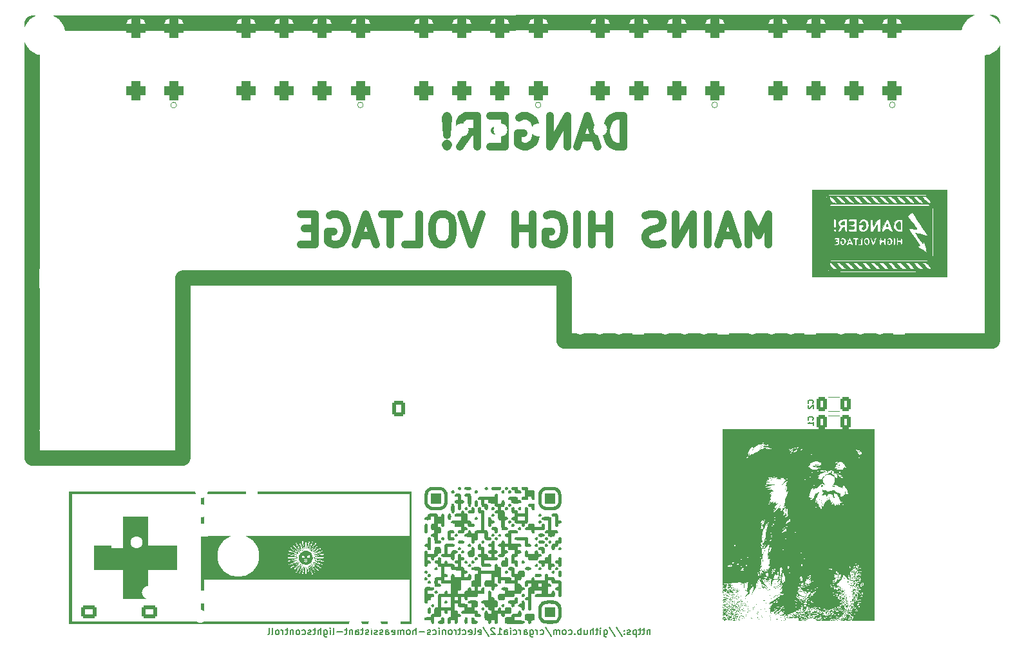
<source format=gbr>
%TF.GenerationSoftware,KiCad,Pcbnew,8.0.4*%
%TF.CreationDate,2024-08-24T14:02:02+02:00*%
%TF.ProjectId,hamodule,68616d6f-6475-46c6-952e-6b696361645f,20240821.23.8*%
%TF.SameCoordinates,Original*%
%TF.FileFunction,Legend,Bot*%
%TF.FilePolarity,Positive*%
%FSLAX46Y46*%
G04 Gerber Fmt 4.6, Leading zero omitted, Abs format (unit mm)*
G04 Created by KiCad (PCBNEW 8.0.4) date 2024-08-24 14:02:02*
%MOMM*%
%LPD*%
G01*
G04 APERTURE LIST*
G04 Aperture macros list*
%AMRoundRect*
0 Rectangle with rounded corners*
0 $1 Rounding radius*
0 $2 $3 $4 $5 $6 $7 $8 $9 X,Y pos of 4 corners*
0 Add a 4 corners polygon primitive as box body*
4,1,4,$2,$3,$4,$5,$6,$7,$8,$9,$2,$3,0*
0 Add four circle primitives for the rounded corners*
1,1,$1+$1,$2,$3*
1,1,$1+$1,$4,$5*
1,1,$1+$1,$6,$7*
1,1,$1+$1,$8,$9*
0 Add four rect primitives between the rounded corners*
20,1,$1+$1,$2,$3,$4,$5,0*
20,1,$1+$1,$4,$5,$6,$7,0*
20,1,$1+$1,$6,$7,$8,$9,0*
20,1,$1+$1,$8,$9,$2,$3,0*%
G04 Aperture macros list end*
%ADD10C,2.000000*%
%ADD11C,1.000000*%
%ADD12C,0.150000*%
%ADD13C,0.120000*%
%ADD14C,0.010000*%
%ADD15C,0.000000*%
%ADD16C,5.500000*%
%ADD17R,2.500000X2.500000*%
%ADD18C,2.500000*%
%ADD19R,1.700000X1.700000*%
%ADD20O,1.700000X1.700000*%
%ADD21C,1.800000*%
%ADD22RoundRect,0.250000X0.750000X-0.600000X0.750000X0.600000X-0.750000X0.600000X-0.750000X-0.600000X0*%
%ADD23O,2.000000X1.700000*%
%ADD24R,1.905000X2.000000*%
%ADD25O,1.905000X2.000000*%
%ADD26RoundRect,0.625000X0.625000X0.625000X-0.625000X0.625000X-0.625000X-0.625000X0.625000X-0.625000X0*%
%ADD27C,2.000000*%
%ADD28R,1.600000X2.400000*%
%ADD29O,1.600000X2.400000*%
%ADD30R,1.600000X1.600000*%
%ADD31C,1.600000*%
%ADD32R,2.000000X2.000000*%
%ADD33R,1.000000X1.000000*%
%ADD34C,0.650000*%
%ADD35O,1.000000X2.100000*%
%ADD36O,1.000000X1.600000*%
%ADD37RoundRect,0.250000X-0.600000X-0.725000X0.600000X-0.725000X0.600000X0.725000X-0.600000X0.725000X0*%
%ADD38O,1.700000X1.950000*%
%ADD39RoundRect,0.250000X0.412500X0.650000X-0.412500X0.650000X-0.412500X-0.650000X0.412500X-0.650000X0*%
G04 APERTURE END LIST*
D10*
X127787400Y39141400D02*
X71488800Y39136200D01*
X1524000Y23749000D02*
X1524000Y81000600D01*
X127787400Y81051400D02*
X127787400Y39141400D01*
X21324000Y47468400D02*
X21324000Y23749000D01*
X71488800Y39136200D02*
X71488800Y47468400D01*
X21324000Y23749000D02*
X1524000Y23749000D01*
X71488800Y47468400D02*
X21324000Y47468400D01*
X1524000Y81000600D02*
X127787400Y81046200D01*
D11*
X79310047Y64763100D02*
X79310047Y68763100D01*
X79310047Y68763100D02*
X78357666Y68763100D01*
X78357666Y68763100D02*
X77786237Y68572624D01*
X77786237Y68572624D02*
X77405285Y68191672D01*
X77405285Y68191672D02*
X77214808Y67810719D01*
X77214808Y67810719D02*
X77024332Y67048815D01*
X77024332Y67048815D02*
X77024332Y66477386D01*
X77024332Y66477386D02*
X77214808Y65715481D01*
X77214808Y65715481D02*
X77405285Y65334529D01*
X77405285Y65334529D02*
X77786237Y64953576D01*
X77786237Y64953576D02*
X78357666Y64763100D01*
X78357666Y64763100D02*
X79310047Y64763100D01*
X75500523Y65905957D02*
X73595761Y65905957D01*
X75881475Y64763100D02*
X74548142Y68763100D01*
X74548142Y68763100D02*
X73214808Y64763100D01*
X71881476Y64763100D02*
X71881476Y68763100D01*
X71881476Y68763100D02*
X69595761Y64763100D01*
X69595761Y64763100D02*
X69595761Y68763100D01*
X65595761Y68572624D02*
X65976714Y68763100D01*
X65976714Y68763100D02*
X66548142Y68763100D01*
X66548142Y68763100D02*
X67119571Y68572624D01*
X67119571Y68572624D02*
X67500523Y68191672D01*
X67500523Y68191672D02*
X67691000Y67810719D01*
X67691000Y67810719D02*
X67881476Y67048815D01*
X67881476Y67048815D02*
X67881476Y66477386D01*
X67881476Y66477386D02*
X67691000Y65715481D01*
X67691000Y65715481D02*
X67500523Y65334529D01*
X67500523Y65334529D02*
X67119571Y64953576D01*
X67119571Y64953576D02*
X66548142Y64763100D01*
X66548142Y64763100D02*
X66167190Y64763100D01*
X66167190Y64763100D02*
X65595761Y64953576D01*
X65595761Y64953576D02*
X65405285Y65144053D01*
X65405285Y65144053D02*
X65405285Y66477386D01*
X65405285Y66477386D02*
X66167190Y66477386D01*
X63691000Y66858338D02*
X62357666Y66858338D01*
X61786238Y64763100D02*
X63691000Y64763100D01*
X63691000Y64763100D02*
X63691000Y68763100D01*
X63691000Y68763100D02*
X61786238Y68763100D01*
X57786237Y64763100D02*
X59119571Y66667862D01*
X60071952Y64763100D02*
X60071952Y68763100D01*
X60071952Y68763100D02*
X58548142Y68763100D01*
X58548142Y68763100D02*
X58167190Y68572624D01*
X58167190Y68572624D02*
X57976713Y68382148D01*
X57976713Y68382148D02*
X57786237Y68001196D01*
X57786237Y68001196D02*
X57786237Y67429767D01*
X57786237Y67429767D02*
X57976713Y67048815D01*
X57976713Y67048815D02*
X58167190Y66858338D01*
X58167190Y66858338D02*
X58548142Y66667862D01*
X58548142Y66667862D02*
X60071952Y66667862D01*
X56071952Y65144053D02*
X55881475Y64953576D01*
X55881475Y64953576D02*
X56071952Y64763100D01*
X56071952Y64763100D02*
X56262428Y64953576D01*
X56262428Y64953576D02*
X56071952Y65144053D01*
X56071952Y65144053D02*
X56071952Y64763100D01*
X56071952Y66286910D02*
X56262428Y68572624D01*
X56262428Y68572624D02*
X56071952Y68763100D01*
X56071952Y68763100D02*
X55881475Y68572624D01*
X55881475Y68572624D02*
X56071952Y66286910D01*
X56071952Y66286910D02*
X56071952Y68763100D01*
X98357666Y51883548D02*
X98357666Y55883548D01*
X98357666Y55883548D02*
X97024332Y53026405D01*
X97024332Y53026405D02*
X95690999Y55883548D01*
X95690999Y55883548D02*
X95690999Y51883548D01*
X93976713Y53026405D02*
X92071951Y53026405D01*
X94357665Y51883548D02*
X93024332Y55883548D01*
X93024332Y55883548D02*
X91690998Y51883548D01*
X90357666Y51883548D02*
X90357666Y55883548D01*
X88452904Y51883548D02*
X88452904Y55883548D01*
X88452904Y55883548D02*
X86167189Y51883548D01*
X86167189Y51883548D02*
X86167189Y55883548D01*
X84452904Y52074024D02*
X83881475Y51883548D01*
X83881475Y51883548D02*
X82929094Y51883548D01*
X82929094Y51883548D02*
X82548142Y52074024D01*
X82548142Y52074024D02*
X82357666Y52264501D01*
X82357666Y52264501D02*
X82167189Y52645453D01*
X82167189Y52645453D02*
X82167189Y53026405D01*
X82167189Y53026405D02*
X82357666Y53407358D01*
X82357666Y53407358D02*
X82548142Y53597834D01*
X82548142Y53597834D02*
X82929094Y53788310D01*
X82929094Y53788310D02*
X83690999Y53978786D01*
X83690999Y53978786D02*
X84071951Y54169263D01*
X84071951Y54169263D02*
X84262428Y54359739D01*
X84262428Y54359739D02*
X84452904Y54740691D01*
X84452904Y54740691D02*
X84452904Y55121644D01*
X84452904Y55121644D02*
X84262428Y55502596D01*
X84262428Y55502596D02*
X84071951Y55693072D01*
X84071951Y55693072D02*
X83690999Y55883548D01*
X83690999Y55883548D02*
X82738618Y55883548D01*
X82738618Y55883548D02*
X82167189Y55693072D01*
X77405285Y51883548D02*
X77405285Y55883548D01*
X77405285Y53978786D02*
X75119570Y53978786D01*
X75119570Y51883548D02*
X75119570Y55883548D01*
X73214809Y51883548D02*
X73214809Y55883548D01*
X69214808Y55693072D02*
X69595761Y55883548D01*
X69595761Y55883548D02*
X70167189Y55883548D01*
X70167189Y55883548D02*
X70738618Y55693072D01*
X70738618Y55693072D02*
X71119570Y55312120D01*
X71119570Y55312120D02*
X71310047Y54931167D01*
X71310047Y54931167D02*
X71500523Y54169263D01*
X71500523Y54169263D02*
X71500523Y53597834D01*
X71500523Y53597834D02*
X71310047Y52835929D01*
X71310047Y52835929D02*
X71119570Y52454977D01*
X71119570Y52454977D02*
X70738618Y52074024D01*
X70738618Y52074024D02*
X70167189Y51883548D01*
X70167189Y51883548D02*
X69786237Y51883548D01*
X69786237Y51883548D02*
X69214808Y52074024D01*
X69214808Y52074024D02*
X69024332Y52264501D01*
X69024332Y52264501D02*
X69024332Y53597834D01*
X69024332Y53597834D02*
X69786237Y53597834D01*
X67310047Y51883548D02*
X67310047Y55883548D01*
X67310047Y53978786D02*
X65024332Y53978786D01*
X65024332Y51883548D02*
X65024332Y55883548D01*
X60643380Y55883548D02*
X59310047Y51883548D01*
X59310047Y51883548D02*
X57976713Y55883548D01*
X55881476Y55883548D02*
X55119571Y55883548D01*
X55119571Y55883548D02*
X54738619Y55693072D01*
X54738619Y55693072D02*
X54357666Y55312120D01*
X54357666Y55312120D02*
X54167190Y54550215D01*
X54167190Y54550215D02*
X54167190Y53216882D01*
X54167190Y53216882D02*
X54357666Y52454977D01*
X54357666Y52454977D02*
X54738619Y52074024D01*
X54738619Y52074024D02*
X55119571Y51883548D01*
X55119571Y51883548D02*
X55881476Y51883548D01*
X55881476Y51883548D02*
X56262428Y52074024D01*
X56262428Y52074024D02*
X56643381Y52454977D01*
X56643381Y52454977D02*
X56833857Y53216882D01*
X56833857Y53216882D02*
X56833857Y54550215D01*
X56833857Y54550215D02*
X56643381Y55312120D01*
X56643381Y55312120D02*
X56262428Y55693072D01*
X56262428Y55693072D02*
X55881476Y55883548D01*
X50548143Y51883548D02*
X52452905Y51883548D01*
X52452905Y51883548D02*
X52452905Y55883548D01*
X49786238Y55883548D02*
X47500524Y55883548D01*
X48643381Y51883548D02*
X48643381Y55883548D01*
X46357667Y53026405D02*
X44452905Y53026405D01*
X46738619Y51883548D02*
X45405286Y55883548D01*
X45405286Y55883548D02*
X44071952Y51883548D01*
X40643381Y55693072D02*
X41024334Y55883548D01*
X41024334Y55883548D02*
X41595762Y55883548D01*
X41595762Y55883548D02*
X42167191Y55693072D01*
X42167191Y55693072D02*
X42548143Y55312120D01*
X42548143Y55312120D02*
X42738620Y54931167D01*
X42738620Y54931167D02*
X42929096Y54169263D01*
X42929096Y54169263D02*
X42929096Y53597834D01*
X42929096Y53597834D02*
X42738620Y52835929D01*
X42738620Y52835929D02*
X42548143Y52454977D01*
X42548143Y52454977D02*
X42167191Y52074024D01*
X42167191Y52074024D02*
X41595762Y51883548D01*
X41595762Y51883548D02*
X41214810Y51883548D01*
X41214810Y51883548D02*
X40643381Y52074024D01*
X40643381Y52074024D02*
X40452905Y52264501D01*
X40452905Y52264501D02*
X40452905Y53597834D01*
X40452905Y53597834D02*
X41214810Y53597834D01*
X38738620Y53978786D02*
X37405286Y53978786D01*
X36833858Y51883548D02*
X38738620Y51883548D01*
X38738620Y51883548D02*
X38738620Y55883548D01*
X38738620Y55883548D02*
X36833858Y55883548D01*
D12*
X82780233Y531243D02*
X82780233Y1431243D01*
X82394519Y531243D02*
X82394519Y1002672D01*
X82394519Y1002672D02*
X82437376Y1088386D01*
X82437376Y1088386D02*
X82523090Y1131243D01*
X82523090Y1131243D02*
X82651661Y1131243D01*
X82651661Y1131243D02*
X82737376Y1088386D01*
X82737376Y1088386D02*
X82780233Y1045529D01*
X82094518Y1131243D02*
X81751661Y1131243D01*
X81965947Y1431243D02*
X81965947Y659815D01*
X81965947Y659815D02*
X81923090Y574100D01*
X81923090Y574100D02*
X81837375Y531243D01*
X81837375Y531243D02*
X81751661Y531243D01*
X81580232Y1131243D02*
X81237375Y1131243D01*
X81451661Y1431243D02*
X81451661Y659815D01*
X81451661Y659815D02*
X81408804Y574100D01*
X81408804Y574100D02*
X81323089Y531243D01*
X81323089Y531243D02*
X81237375Y531243D01*
X80937375Y1131243D02*
X80937375Y231243D01*
X80937375Y1088386D02*
X80851661Y1131243D01*
X80851661Y1131243D02*
X80680232Y1131243D01*
X80680232Y1131243D02*
X80594518Y1088386D01*
X80594518Y1088386D02*
X80551661Y1045529D01*
X80551661Y1045529D02*
X80508803Y959815D01*
X80508803Y959815D02*
X80508803Y702672D01*
X80508803Y702672D02*
X80551661Y616958D01*
X80551661Y616958D02*
X80594518Y574100D01*
X80594518Y574100D02*
X80680232Y531243D01*
X80680232Y531243D02*
X80851661Y531243D01*
X80851661Y531243D02*
X80937375Y574100D01*
X80165946Y574100D02*
X80080232Y531243D01*
X80080232Y531243D02*
X79908803Y531243D01*
X79908803Y531243D02*
X79823089Y574100D01*
X79823089Y574100D02*
X79780232Y659815D01*
X79780232Y659815D02*
X79780232Y702672D01*
X79780232Y702672D02*
X79823089Y788386D01*
X79823089Y788386D02*
X79908803Y831243D01*
X79908803Y831243D02*
X80037375Y831243D01*
X80037375Y831243D02*
X80123089Y874100D01*
X80123089Y874100D02*
X80165946Y959815D01*
X80165946Y959815D02*
X80165946Y1002672D01*
X80165946Y1002672D02*
X80123089Y1088386D01*
X80123089Y1088386D02*
X80037375Y1131243D01*
X80037375Y1131243D02*
X79908803Y1131243D01*
X79908803Y1131243D02*
X79823089Y1088386D01*
X79394518Y616958D02*
X79351661Y574100D01*
X79351661Y574100D02*
X79394518Y531243D01*
X79394518Y531243D02*
X79437375Y574100D01*
X79437375Y574100D02*
X79394518Y616958D01*
X79394518Y616958D02*
X79394518Y531243D01*
X79394518Y1088386D02*
X79351661Y1045529D01*
X79351661Y1045529D02*
X79394518Y1002672D01*
X79394518Y1002672D02*
X79437375Y1045529D01*
X79437375Y1045529D02*
X79394518Y1088386D01*
X79394518Y1088386D02*
X79394518Y1002672D01*
X78323090Y1474100D02*
X79094518Y316958D01*
X77380233Y1474100D02*
X78151661Y316958D01*
X76694519Y1131243D02*
X76694519Y402672D01*
X76694519Y402672D02*
X76737376Y316958D01*
X76737376Y316958D02*
X76780233Y274100D01*
X76780233Y274100D02*
X76865947Y231243D01*
X76865947Y231243D02*
X76994519Y231243D01*
X76994519Y231243D02*
X77080233Y274100D01*
X76694519Y574100D02*
X76780233Y531243D01*
X76780233Y531243D02*
X76951661Y531243D01*
X76951661Y531243D02*
X77037376Y574100D01*
X77037376Y574100D02*
X77080233Y616958D01*
X77080233Y616958D02*
X77123090Y702672D01*
X77123090Y702672D02*
X77123090Y959815D01*
X77123090Y959815D02*
X77080233Y1045529D01*
X77080233Y1045529D02*
X77037376Y1088386D01*
X77037376Y1088386D02*
X76951661Y1131243D01*
X76951661Y1131243D02*
X76780233Y1131243D01*
X76780233Y1131243D02*
X76694519Y1088386D01*
X76265947Y531243D02*
X76265947Y1131243D01*
X76265947Y1431243D02*
X76308804Y1388386D01*
X76308804Y1388386D02*
X76265947Y1345529D01*
X76265947Y1345529D02*
X76223090Y1388386D01*
X76223090Y1388386D02*
X76265947Y1431243D01*
X76265947Y1431243D02*
X76265947Y1345529D01*
X75965947Y1131243D02*
X75623090Y1131243D01*
X75837376Y1431243D02*
X75837376Y659815D01*
X75837376Y659815D02*
X75794519Y574100D01*
X75794519Y574100D02*
X75708804Y531243D01*
X75708804Y531243D02*
X75623090Y531243D01*
X75323090Y531243D02*
X75323090Y1431243D01*
X74937376Y531243D02*
X74937376Y1002672D01*
X74937376Y1002672D02*
X74980233Y1088386D01*
X74980233Y1088386D02*
X75065947Y1131243D01*
X75065947Y1131243D02*
X75194518Y1131243D01*
X75194518Y1131243D02*
X75280233Y1088386D01*
X75280233Y1088386D02*
X75323090Y1045529D01*
X74123090Y1131243D02*
X74123090Y531243D01*
X74508804Y1131243D02*
X74508804Y659815D01*
X74508804Y659815D02*
X74465947Y574100D01*
X74465947Y574100D02*
X74380232Y531243D01*
X74380232Y531243D02*
X74251661Y531243D01*
X74251661Y531243D02*
X74165947Y574100D01*
X74165947Y574100D02*
X74123090Y616958D01*
X73694518Y531243D02*
X73694518Y1431243D01*
X73694518Y1088386D02*
X73608804Y1131243D01*
X73608804Y1131243D02*
X73437375Y1131243D01*
X73437375Y1131243D02*
X73351661Y1088386D01*
X73351661Y1088386D02*
X73308804Y1045529D01*
X73308804Y1045529D02*
X73265946Y959815D01*
X73265946Y959815D02*
X73265946Y702672D01*
X73265946Y702672D02*
X73308804Y616958D01*
X73308804Y616958D02*
X73351661Y574100D01*
X73351661Y574100D02*
X73437375Y531243D01*
X73437375Y531243D02*
X73608804Y531243D01*
X73608804Y531243D02*
X73694518Y574100D01*
X72880232Y616958D02*
X72837375Y574100D01*
X72837375Y574100D02*
X72880232Y531243D01*
X72880232Y531243D02*
X72923089Y574100D01*
X72923089Y574100D02*
X72880232Y616958D01*
X72880232Y616958D02*
X72880232Y531243D01*
X72065947Y574100D02*
X72151661Y531243D01*
X72151661Y531243D02*
X72323089Y531243D01*
X72323089Y531243D02*
X72408804Y574100D01*
X72408804Y574100D02*
X72451661Y616958D01*
X72451661Y616958D02*
X72494518Y702672D01*
X72494518Y702672D02*
X72494518Y959815D01*
X72494518Y959815D02*
X72451661Y1045529D01*
X72451661Y1045529D02*
X72408804Y1088386D01*
X72408804Y1088386D02*
X72323089Y1131243D01*
X72323089Y1131243D02*
X72151661Y1131243D01*
X72151661Y1131243D02*
X72065947Y1088386D01*
X71551660Y531243D02*
X71637375Y574100D01*
X71637375Y574100D02*
X71680232Y616958D01*
X71680232Y616958D02*
X71723089Y702672D01*
X71723089Y702672D02*
X71723089Y959815D01*
X71723089Y959815D02*
X71680232Y1045529D01*
X71680232Y1045529D02*
X71637375Y1088386D01*
X71637375Y1088386D02*
X71551660Y1131243D01*
X71551660Y1131243D02*
X71423089Y1131243D01*
X71423089Y1131243D02*
X71337375Y1088386D01*
X71337375Y1088386D02*
X71294518Y1045529D01*
X71294518Y1045529D02*
X71251660Y959815D01*
X71251660Y959815D02*
X71251660Y702672D01*
X71251660Y702672D02*
X71294518Y616958D01*
X71294518Y616958D02*
X71337375Y574100D01*
X71337375Y574100D02*
X71423089Y531243D01*
X71423089Y531243D02*
X71551660Y531243D01*
X70865946Y531243D02*
X70865946Y1131243D01*
X70865946Y1045529D02*
X70823089Y1088386D01*
X70823089Y1088386D02*
X70737374Y1131243D01*
X70737374Y1131243D02*
X70608803Y1131243D01*
X70608803Y1131243D02*
X70523089Y1088386D01*
X70523089Y1088386D02*
X70480232Y1002672D01*
X70480232Y1002672D02*
X70480232Y531243D01*
X70480232Y1002672D02*
X70437374Y1088386D01*
X70437374Y1088386D02*
X70351660Y1131243D01*
X70351660Y1131243D02*
X70223089Y1131243D01*
X70223089Y1131243D02*
X70137374Y1088386D01*
X70137374Y1088386D02*
X70094517Y1002672D01*
X70094517Y1002672D02*
X70094517Y531243D01*
X69023089Y1474100D02*
X69794517Y316958D01*
X68337375Y574100D02*
X68423089Y531243D01*
X68423089Y531243D02*
X68594517Y531243D01*
X68594517Y531243D02*
X68680232Y574100D01*
X68680232Y574100D02*
X68723089Y616958D01*
X68723089Y616958D02*
X68765946Y702672D01*
X68765946Y702672D02*
X68765946Y959815D01*
X68765946Y959815D02*
X68723089Y1045529D01*
X68723089Y1045529D02*
X68680232Y1088386D01*
X68680232Y1088386D02*
X68594517Y1131243D01*
X68594517Y1131243D02*
X68423089Y1131243D01*
X68423089Y1131243D02*
X68337375Y1088386D01*
X67951660Y531243D02*
X67951660Y1131243D01*
X67951660Y959815D02*
X67908803Y1045529D01*
X67908803Y1045529D02*
X67865946Y1088386D01*
X67865946Y1088386D02*
X67780231Y1131243D01*
X67780231Y1131243D02*
X67694517Y1131243D01*
X67008803Y1131243D02*
X67008803Y402672D01*
X67008803Y402672D02*
X67051660Y316958D01*
X67051660Y316958D02*
X67094517Y274100D01*
X67094517Y274100D02*
X67180231Y231243D01*
X67180231Y231243D02*
X67308803Y231243D01*
X67308803Y231243D02*
X67394517Y274100D01*
X67008803Y574100D02*
X67094517Y531243D01*
X67094517Y531243D02*
X67265945Y531243D01*
X67265945Y531243D02*
X67351660Y574100D01*
X67351660Y574100D02*
X67394517Y616958D01*
X67394517Y616958D02*
X67437374Y702672D01*
X67437374Y702672D02*
X67437374Y959815D01*
X67437374Y959815D02*
X67394517Y1045529D01*
X67394517Y1045529D02*
X67351660Y1088386D01*
X67351660Y1088386D02*
X67265945Y1131243D01*
X67265945Y1131243D02*
X67094517Y1131243D01*
X67094517Y1131243D02*
X67008803Y1088386D01*
X66194517Y531243D02*
X66194517Y1002672D01*
X66194517Y1002672D02*
X66237374Y1088386D01*
X66237374Y1088386D02*
X66323088Y1131243D01*
X66323088Y1131243D02*
X66494517Y1131243D01*
X66494517Y1131243D02*
X66580231Y1088386D01*
X66194517Y574100D02*
X66280231Y531243D01*
X66280231Y531243D02*
X66494517Y531243D01*
X66494517Y531243D02*
X66580231Y574100D01*
X66580231Y574100D02*
X66623088Y659815D01*
X66623088Y659815D02*
X66623088Y745529D01*
X66623088Y745529D02*
X66580231Y831243D01*
X66580231Y831243D02*
X66494517Y874100D01*
X66494517Y874100D02*
X66280231Y874100D01*
X66280231Y874100D02*
X66194517Y916958D01*
X65765945Y531243D02*
X65765945Y1131243D01*
X65765945Y959815D02*
X65723088Y1045529D01*
X65723088Y1045529D02*
X65680231Y1088386D01*
X65680231Y1088386D02*
X65594516Y1131243D01*
X65594516Y1131243D02*
X65508802Y1131243D01*
X64823088Y574100D02*
X64908802Y531243D01*
X64908802Y531243D02*
X65080230Y531243D01*
X65080230Y531243D02*
X65165945Y574100D01*
X65165945Y574100D02*
X65208802Y616958D01*
X65208802Y616958D02*
X65251659Y702672D01*
X65251659Y702672D02*
X65251659Y959815D01*
X65251659Y959815D02*
X65208802Y1045529D01*
X65208802Y1045529D02*
X65165945Y1088386D01*
X65165945Y1088386D02*
X65080230Y1131243D01*
X65080230Y1131243D02*
X64908802Y1131243D01*
X64908802Y1131243D02*
X64823088Y1088386D01*
X64437373Y531243D02*
X64437373Y1131243D01*
X64437373Y1431243D02*
X64480230Y1388386D01*
X64480230Y1388386D02*
X64437373Y1345529D01*
X64437373Y1345529D02*
X64394516Y1388386D01*
X64394516Y1388386D02*
X64437373Y1431243D01*
X64437373Y1431243D02*
X64437373Y1345529D01*
X63623088Y531243D02*
X63623088Y1002672D01*
X63623088Y1002672D02*
X63665945Y1088386D01*
X63665945Y1088386D02*
X63751659Y1131243D01*
X63751659Y1131243D02*
X63923088Y1131243D01*
X63923088Y1131243D02*
X64008802Y1088386D01*
X63623088Y574100D02*
X63708802Y531243D01*
X63708802Y531243D02*
X63923088Y531243D01*
X63923088Y531243D02*
X64008802Y574100D01*
X64008802Y574100D02*
X64051659Y659815D01*
X64051659Y659815D02*
X64051659Y745529D01*
X64051659Y745529D02*
X64008802Y831243D01*
X64008802Y831243D02*
X63923088Y874100D01*
X63923088Y874100D02*
X63708802Y874100D01*
X63708802Y874100D02*
X63623088Y916958D01*
X62723087Y531243D02*
X63237373Y531243D01*
X62980230Y531243D02*
X62980230Y1431243D01*
X62980230Y1431243D02*
X63065944Y1302672D01*
X63065944Y1302672D02*
X63151659Y1216958D01*
X63151659Y1216958D02*
X63237373Y1174100D01*
X62380230Y1345529D02*
X62337373Y1388386D01*
X62337373Y1388386D02*
X62251659Y1431243D01*
X62251659Y1431243D02*
X62037373Y1431243D01*
X62037373Y1431243D02*
X61951659Y1388386D01*
X61951659Y1388386D02*
X61908801Y1345529D01*
X61908801Y1345529D02*
X61865944Y1259815D01*
X61865944Y1259815D02*
X61865944Y1174100D01*
X61865944Y1174100D02*
X61908801Y1045529D01*
X61908801Y1045529D02*
X62423087Y531243D01*
X62423087Y531243D02*
X61865944Y531243D01*
X60837373Y1474100D02*
X61608801Y316958D01*
X60194516Y574100D02*
X60280230Y531243D01*
X60280230Y531243D02*
X60451659Y531243D01*
X60451659Y531243D02*
X60537373Y574100D01*
X60537373Y574100D02*
X60580230Y659815D01*
X60580230Y659815D02*
X60580230Y1002672D01*
X60580230Y1002672D02*
X60537373Y1088386D01*
X60537373Y1088386D02*
X60451659Y1131243D01*
X60451659Y1131243D02*
X60280230Y1131243D01*
X60280230Y1131243D02*
X60194516Y1088386D01*
X60194516Y1088386D02*
X60151659Y1002672D01*
X60151659Y1002672D02*
X60151659Y916958D01*
X60151659Y916958D02*
X60580230Y831243D01*
X59637372Y531243D02*
X59723087Y574100D01*
X59723087Y574100D02*
X59765944Y659815D01*
X59765944Y659815D02*
X59765944Y1431243D01*
X58951658Y574100D02*
X59037372Y531243D01*
X59037372Y531243D02*
X59208801Y531243D01*
X59208801Y531243D02*
X59294515Y574100D01*
X59294515Y574100D02*
X59337372Y659815D01*
X59337372Y659815D02*
X59337372Y1002672D01*
X59337372Y1002672D02*
X59294515Y1088386D01*
X59294515Y1088386D02*
X59208801Y1131243D01*
X59208801Y1131243D02*
X59037372Y1131243D01*
X59037372Y1131243D02*
X58951658Y1088386D01*
X58951658Y1088386D02*
X58908801Y1002672D01*
X58908801Y1002672D02*
X58908801Y916958D01*
X58908801Y916958D02*
X59337372Y831243D01*
X58137372Y574100D02*
X58223086Y531243D01*
X58223086Y531243D02*
X58394514Y531243D01*
X58394514Y531243D02*
X58480229Y574100D01*
X58480229Y574100D02*
X58523086Y616958D01*
X58523086Y616958D02*
X58565943Y702672D01*
X58565943Y702672D02*
X58565943Y959815D01*
X58565943Y959815D02*
X58523086Y1045529D01*
X58523086Y1045529D02*
X58480229Y1088386D01*
X58480229Y1088386D02*
X58394514Y1131243D01*
X58394514Y1131243D02*
X58223086Y1131243D01*
X58223086Y1131243D02*
X58137372Y1088386D01*
X57880228Y1131243D02*
X57537371Y1131243D01*
X57751657Y1431243D02*
X57751657Y659815D01*
X57751657Y659815D02*
X57708800Y574100D01*
X57708800Y574100D02*
X57623085Y531243D01*
X57623085Y531243D02*
X57537371Y531243D01*
X57237371Y531243D02*
X57237371Y1131243D01*
X57237371Y959815D02*
X57194514Y1045529D01*
X57194514Y1045529D02*
X57151657Y1088386D01*
X57151657Y1088386D02*
X57065942Y1131243D01*
X57065942Y1131243D02*
X56980228Y1131243D01*
X56551656Y531243D02*
X56637371Y574100D01*
X56637371Y574100D02*
X56680228Y616958D01*
X56680228Y616958D02*
X56723085Y702672D01*
X56723085Y702672D02*
X56723085Y959815D01*
X56723085Y959815D02*
X56680228Y1045529D01*
X56680228Y1045529D02*
X56637371Y1088386D01*
X56637371Y1088386D02*
X56551656Y1131243D01*
X56551656Y1131243D02*
X56423085Y1131243D01*
X56423085Y1131243D02*
X56337371Y1088386D01*
X56337371Y1088386D02*
X56294514Y1045529D01*
X56294514Y1045529D02*
X56251656Y959815D01*
X56251656Y959815D02*
X56251656Y702672D01*
X56251656Y702672D02*
X56294514Y616958D01*
X56294514Y616958D02*
X56337371Y574100D01*
X56337371Y574100D02*
X56423085Y531243D01*
X56423085Y531243D02*
X56551656Y531243D01*
X55865942Y1131243D02*
X55865942Y531243D01*
X55865942Y1045529D02*
X55823085Y1088386D01*
X55823085Y1088386D02*
X55737370Y1131243D01*
X55737370Y1131243D02*
X55608799Y1131243D01*
X55608799Y1131243D02*
X55523085Y1088386D01*
X55523085Y1088386D02*
X55480228Y1002672D01*
X55480228Y1002672D02*
X55480228Y531243D01*
X55051656Y531243D02*
X55051656Y1131243D01*
X55051656Y1431243D02*
X55094513Y1388386D01*
X55094513Y1388386D02*
X55051656Y1345529D01*
X55051656Y1345529D02*
X55008799Y1388386D01*
X55008799Y1388386D02*
X55051656Y1431243D01*
X55051656Y1431243D02*
X55051656Y1345529D01*
X54237371Y574100D02*
X54323085Y531243D01*
X54323085Y531243D02*
X54494513Y531243D01*
X54494513Y531243D02*
X54580228Y574100D01*
X54580228Y574100D02*
X54623085Y616958D01*
X54623085Y616958D02*
X54665942Y702672D01*
X54665942Y702672D02*
X54665942Y959815D01*
X54665942Y959815D02*
X54623085Y1045529D01*
X54623085Y1045529D02*
X54580228Y1088386D01*
X54580228Y1088386D02*
X54494513Y1131243D01*
X54494513Y1131243D02*
X54323085Y1131243D01*
X54323085Y1131243D02*
X54237371Y1088386D01*
X53894513Y574100D02*
X53808799Y531243D01*
X53808799Y531243D02*
X53637370Y531243D01*
X53637370Y531243D02*
X53551656Y574100D01*
X53551656Y574100D02*
X53508799Y659815D01*
X53508799Y659815D02*
X53508799Y702672D01*
X53508799Y702672D02*
X53551656Y788386D01*
X53551656Y788386D02*
X53637370Y831243D01*
X53637370Y831243D02*
X53765942Y831243D01*
X53765942Y831243D02*
X53851656Y874100D01*
X53851656Y874100D02*
X53894513Y959815D01*
X53894513Y959815D02*
X53894513Y1002672D01*
X53894513Y1002672D02*
X53851656Y1088386D01*
X53851656Y1088386D02*
X53765942Y1131243D01*
X53765942Y1131243D02*
X53637370Y1131243D01*
X53637370Y1131243D02*
X53551656Y1088386D01*
X53123085Y874100D02*
X52437371Y874100D01*
X52008799Y531243D02*
X52008799Y1431243D01*
X51623085Y531243D02*
X51623085Y1002672D01*
X51623085Y1002672D02*
X51665942Y1088386D01*
X51665942Y1088386D02*
X51751656Y1131243D01*
X51751656Y1131243D02*
X51880227Y1131243D01*
X51880227Y1131243D02*
X51965942Y1088386D01*
X51965942Y1088386D02*
X52008799Y1045529D01*
X51065941Y531243D02*
X51151656Y574100D01*
X51151656Y574100D02*
X51194513Y616958D01*
X51194513Y616958D02*
X51237370Y702672D01*
X51237370Y702672D02*
X51237370Y959815D01*
X51237370Y959815D02*
X51194513Y1045529D01*
X51194513Y1045529D02*
X51151656Y1088386D01*
X51151656Y1088386D02*
X51065941Y1131243D01*
X51065941Y1131243D02*
X50937370Y1131243D01*
X50937370Y1131243D02*
X50851656Y1088386D01*
X50851656Y1088386D02*
X50808799Y1045529D01*
X50808799Y1045529D02*
X50765941Y959815D01*
X50765941Y959815D02*
X50765941Y702672D01*
X50765941Y702672D02*
X50808799Y616958D01*
X50808799Y616958D02*
X50851656Y574100D01*
X50851656Y574100D02*
X50937370Y531243D01*
X50937370Y531243D02*
X51065941Y531243D01*
X50380227Y531243D02*
X50380227Y1131243D01*
X50380227Y1045529D02*
X50337370Y1088386D01*
X50337370Y1088386D02*
X50251655Y1131243D01*
X50251655Y1131243D02*
X50123084Y1131243D01*
X50123084Y1131243D02*
X50037370Y1088386D01*
X50037370Y1088386D02*
X49994513Y1002672D01*
X49994513Y1002672D02*
X49994513Y531243D01*
X49994513Y1002672D02*
X49951655Y1088386D01*
X49951655Y1088386D02*
X49865941Y1131243D01*
X49865941Y1131243D02*
X49737370Y1131243D01*
X49737370Y1131243D02*
X49651655Y1088386D01*
X49651655Y1088386D02*
X49608798Y1002672D01*
X49608798Y1002672D02*
X49608798Y531243D01*
X48837370Y574100D02*
X48923084Y531243D01*
X48923084Y531243D02*
X49094513Y531243D01*
X49094513Y531243D02*
X49180227Y574100D01*
X49180227Y574100D02*
X49223084Y659815D01*
X49223084Y659815D02*
X49223084Y1002672D01*
X49223084Y1002672D02*
X49180227Y1088386D01*
X49180227Y1088386D02*
X49094513Y1131243D01*
X49094513Y1131243D02*
X48923084Y1131243D01*
X48923084Y1131243D02*
X48837370Y1088386D01*
X48837370Y1088386D02*
X48794513Y1002672D01*
X48794513Y1002672D02*
X48794513Y916958D01*
X48794513Y916958D02*
X49223084Y831243D01*
X48023084Y531243D02*
X48023084Y1002672D01*
X48023084Y1002672D02*
X48065941Y1088386D01*
X48065941Y1088386D02*
X48151655Y1131243D01*
X48151655Y1131243D02*
X48323084Y1131243D01*
X48323084Y1131243D02*
X48408798Y1088386D01*
X48023084Y574100D02*
X48108798Y531243D01*
X48108798Y531243D02*
X48323084Y531243D01*
X48323084Y531243D02*
X48408798Y574100D01*
X48408798Y574100D02*
X48451655Y659815D01*
X48451655Y659815D02*
X48451655Y745529D01*
X48451655Y745529D02*
X48408798Y831243D01*
X48408798Y831243D02*
X48323084Y874100D01*
X48323084Y874100D02*
X48108798Y874100D01*
X48108798Y874100D02*
X48023084Y916958D01*
X47637369Y574100D02*
X47551655Y531243D01*
X47551655Y531243D02*
X47380226Y531243D01*
X47380226Y531243D02*
X47294512Y574100D01*
X47294512Y574100D02*
X47251655Y659815D01*
X47251655Y659815D02*
X47251655Y702672D01*
X47251655Y702672D02*
X47294512Y788386D01*
X47294512Y788386D02*
X47380226Y831243D01*
X47380226Y831243D02*
X47508798Y831243D01*
X47508798Y831243D02*
X47594512Y874100D01*
X47594512Y874100D02*
X47637369Y959815D01*
X47637369Y959815D02*
X47637369Y1002672D01*
X47637369Y1002672D02*
X47594512Y1088386D01*
X47594512Y1088386D02*
X47508798Y1131243D01*
X47508798Y1131243D02*
X47380226Y1131243D01*
X47380226Y1131243D02*
X47294512Y1088386D01*
X46908798Y574100D02*
X46823084Y531243D01*
X46823084Y531243D02*
X46651655Y531243D01*
X46651655Y531243D02*
X46565941Y574100D01*
X46565941Y574100D02*
X46523084Y659815D01*
X46523084Y659815D02*
X46523084Y702672D01*
X46523084Y702672D02*
X46565941Y788386D01*
X46565941Y788386D02*
X46651655Y831243D01*
X46651655Y831243D02*
X46780227Y831243D01*
X46780227Y831243D02*
X46865941Y874100D01*
X46865941Y874100D02*
X46908798Y959815D01*
X46908798Y959815D02*
X46908798Y1002672D01*
X46908798Y1002672D02*
X46865941Y1088386D01*
X46865941Y1088386D02*
X46780227Y1131243D01*
X46780227Y1131243D02*
X46651655Y1131243D01*
X46651655Y1131243D02*
X46565941Y1088386D01*
X46137370Y531243D02*
X46137370Y1131243D01*
X46137370Y1431243D02*
X46180227Y1388386D01*
X46180227Y1388386D02*
X46137370Y1345529D01*
X46137370Y1345529D02*
X46094513Y1388386D01*
X46094513Y1388386D02*
X46137370Y1431243D01*
X46137370Y1431243D02*
X46137370Y1345529D01*
X45751656Y574100D02*
X45665942Y531243D01*
X45665942Y531243D02*
X45494513Y531243D01*
X45494513Y531243D02*
X45408799Y574100D01*
X45408799Y574100D02*
X45365942Y659815D01*
X45365942Y659815D02*
X45365942Y702672D01*
X45365942Y702672D02*
X45408799Y788386D01*
X45408799Y788386D02*
X45494513Y831243D01*
X45494513Y831243D02*
X45623085Y831243D01*
X45623085Y831243D02*
X45708799Y874100D01*
X45708799Y874100D02*
X45751656Y959815D01*
X45751656Y959815D02*
X45751656Y1002672D01*
X45751656Y1002672D02*
X45708799Y1088386D01*
X45708799Y1088386D02*
X45623085Y1131243D01*
X45623085Y1131243D02*
X45494513Y1131243D01*
X45494513Y1131243D02*
X45408799Y1088386D01*
X45108799Y1131243D02*
X44765942Y1131243D01*
X44980228Y1431243D02*
X44980228Y659815D01*
X44980228Y659815D02*
X44937371Y574100D01*
X44937371Y574100D02*
X44851656Y531243D01*
X44851656Y531243D02*
X44765942Y531243D01*
X44080228Y531243D02*
X44080228Y1002672D01*
X44080228Y1002672D02*
X44123085Y1088386D01*
X44123085Y1088386D02*
X44208799Y1131243D01*
X44208799Y1131243D02*
X44380228Y1131243D01*
X44380228Y1131243D02*
X44465942Y1088386D01*
X44080228Y574100D02*
X44165942Y531243D01*
X44165942Y531243D02*
X44380228Y531243D01*
X44380228Y531243D02*
X44465942Y574100D01*
X44465942Y574100D02*
X44508799Y659815D01*
X44508799Y659815D02*
X44508799Y745529D01*
X44508799Y745529D02*
X44465942Y831243D01*
X44465942Y831243D02*
X44380228Y874100D01*
X44380228Y874100D02*
X44165942Y874100D01*
X44165942Y874100D02*
X44080228Y916958D01*
X43651656Y1131243D02*
X43651656Y531243D01*
X43651656Y1045529D02*
X43608799Y1088386D01*
X43608799Y1088386D02*
X43523084Y1131243D01*
X43523084Y1131243D02*
X43394513Y1131243D01*
X43394513Y1131243D02*
X43308799Y1088386D01*
X43308799Y1088386D02*
X43265942Y1002672D01*
X43265942Y1002672D02*
X43265942Y531243D01*
X42965941Y1131243D02*
X42623084Y1131243D01*
X42837370Y1431243D02*
X42837370Y659815D01*
X42837370Y659815D02*
X42794513Y574100D01*
X42794513Y574100D02*
X42708798Y531243D01*
X42708798Y531243D02*
X42623084Y531243D01*
X42323084Y874100D02*
X41637370Y874100D01*
X41080226Y531243D02*
X41165941Y574100D01*
X41165941Y574100D02*
X41208798Y659815D01*
X41208798Y659815D02*
X41208798Y1431243D01*
X40737369Y531243D02*
X40737369Y1131243D01*
X40737369Y1431243D02*
X40780226Y1388386D01*
X40780226Y1388386D02*
X40737369Y1345529D01*
X40737369Y1345529D02*
X40694512Y1388386D01*
X40694512Y1388386D02*
X40737369Y1431243D01*
X40737369Y1431243D02*
X40737369Y1345529D01*
X39923084Y1131243D02*
X39923084Y402672D01*
X39923084Y402672D02*
X39965941Y316958D01*
X39965941Y316958D02*
X40008798Y274100D01*
X40008798Y274100D02*
X40094512Y231243D01*
X40094512Y231243D02*
X40223084Y231243D01*
X40223084Y231243D02*
X40308798Y274100D01*
X39923084Y574100D02*
X40008798Y531243D01*
X40008798Y531243D02*
X40180226Y531243D01*
X40180226Y531243D02*
X40265941Y574100D01*
X40265941Y574100D02*
X40308798Y616958D01*
X40308798Y616958D02*
X40351655Y702672D01*
X40351655Y702672D02*
X40351655Y959815D01*
X40351655Y959815D02*
X40308798Y1045529D01*
X40308798Y1045529D02*
X40265941Y1088386D01*
X40265941Y1088386D02*
X40180226Y1131243D01*
X40180226Y1131243D02*
X40008798Y1131243D01*
X40008798Y1131243D02*
X39923084Y1088386D01*
X39494512Y531243D02*
X39494512Y1431243D01*
X39108798Y531243D02*
X39108798Y1002672D01*
X39108798Y1002672D02*
X39151655Y1088386D01*
X39151655Y1088386D02*
X39237369Y1131243D01*
X39237369Y1131243D02*
X39365940Y1131243D01*
X39365940Y1131243D02*
X39451655Y1088386D01*
X39451655Y1088386D02*
X39494512Y1045529D01*
X38808797Y1131243D02*
X38465940Y1131243D01*
X38680226Y1431243D02*
X38680226Y659815D01*
X38680226Y659815D02*
X38637369Y574100D01*
X38637369Y574100D02*
X38551654Y531243D01*
X38551654Y531243D02*
X38465940Y531243D01*
X38208797Y574100D02*
X38123083Y531243D01*
X38123083Y531243D02*
X37951654Y531243D01*
X37951654Y531243D02*
X37865940Y574100D01*
X37865940Y574100D02*
X37823083Y659815D01*
X37823083Y659815D02*
X37823083Y702672D01*
X37823083Y702672D02*
X37865940Y788386D01*
X37865940Y788386D02*
X37951654Y831243D01*
X37951654Y831243D02*
X38080226Y831243D01*
X38080226Y831243D02*
X38165940Y874100D01*
X38165940Y874100D02*
X38208797Y959815D01*
X38208797Y959815D02*
X38208797Y1002672D01*
X38208797Y1002672D02*
X38165940Y1088386D01*
X38165940Y1088386D02*
X38080226Y1131243D01*
X38080226Y1131243D02*
X37951654Y1131243D01*
X37951654Y1131243D02*
X37865940Y1088386D01*
X37051655Y574100D02*
X37137369Y531243D01*
X37137369Y531243D02*
X37308797Y531243D01*
X37308797Y531243D02*
X37394512Y574100D01*
X37394512Y574100D02*
X37437369Y616958D01*
X37437369Y616958D02*
X37480226Y702672D01*
X37480226Y702672D02*
X37480226Y959815D01*
X37480226Y959815D02*
X37437369Y1045529D01*
X37437369Y1045529D02*
X37394512Y1088386D01*
X37394512Y1088386D02*
X37308797Y1131243D01*
X37308797Y1131243D02*
X37137369Y1131243D01*
X37137369Y1131243D02*
X37051655Y1088386D01*
X36537368Y531243D02*
X36623083Y574100D01*
X36623083Y574100D02*
X36665940Y616958D01*
X36665940Y616958D02*
X36708797Y702672D01*
X36708797Y702672D02*
X36708797Y959815D01*
X36708797Y959815D02*
X36665940Y1045529D01*
X36665940Y1045529D02*
X36623083Y1088386D01*
X36623083Y1088386D02*
X36537368Y1131243D01*
X36537368Y1131243D02*
X36408797Y1131243D01*
X36408797Y1131243D02*
X36323083Y1088386D01*
X36323083Y1088386D02*
X36280226Y1045529D01*
X36280226Y1045529D02*
X36237368Y959815D01*
X36237368Y959815D02*
X36237368Y702672D01*
X36237368Y702672D02*
X36280226Y616958D01*
X36280226Y616958D02*
X36323083Y574100D01*
X36323083Y574100D02*
X36408797Y531243D01*
X36408797Y531243D02*
X36537368Y531243D01*
X35851654Y1131243D02*
X35851654Y531243D01*
X35851654Y1045529D02*
X35808797Y1088386D01*
X35808797Y1088386D02*
X35723082Y1131243D01*
X35723082Y1131243D02*
X35594511Y1131243D01*
X35594511Y1131243D02*
X35508797Y1088386D01*
X35508797Y1088386D02*
X35465940Y1002672D01*
X35465940Y1002672D02*
X35465940Y531243D01*
X35165939Y1131243D02*
X34823082Y1131243D01*
X35037368Y1431243D02*
X35037368Y659815D01*
X35037368Y659815D02*
X34994511Y574100D01*
X34994511Y574100D02*
X34908796Y531243D01*
X34908796Y531243D02*
X34823082Y531243D01*
X34523082Y531243D02*
X34523082Y1131243D01*
X34523082Y959815D02*
X34480225Y1045529D01*
X34480225Y1045529D02*
X34437368Y1088386D01*
X34437368Y1088386D02*
X34351653Y1131243D01*
X34351653Y1131243D02*
X34265939Y1131243D01*
X33837367Y531243D02*
X33923082Y574100D01*
X33923082Y574100D02*
X33965939Y616958D01*
X33965939Y616958D02*
X34008796Y702672D01*
X34008796Y702672D02*
X34008796Y959815D01*
X34008796Y959815D02*
X33965939Y1045529D01*
X33965939Y1045529D02*
X33923082Y1088386D01*
X33923082Y1088386D02*
X33837367Y1131243D01*
X33837367Y1131243D02*
X33708796Y1131243D01*
X33708796Y1131243D02*
X33623082Y1088386D01*
X33623082Y1088386D02*
X33580225Y1045529D01*
X33580225Y1045529D02*
X33537367Y959815D01*
X33537367Y959815D02*
X33537367Y702672D01*
X33537367Y702672D02*
X33580225Y616958D01*
X33580225Y616958D02*
X33623082Y574100D01*
X33623082Y574100D02*
X33708796Y531243D01*
X33708796Y531243D02*
X33837367Y531243D01*
X33023081Y531243D02*
X33108796Y574100D01*
X33108796Y574100D02*
X33151653Y659815D01*
X33151653Y659815D02*
X33151653Y1431243D01*
X32551652Y531243D02*
X32637367Y574100D01*
X32637367Y574100D02*
X32680224Y659815D01*
X32680224Y659815D02*
X32680224Y1431243D01*
X104173366Y30985067D02*
X104206700Y31018400D01*
X104206700Y31018400D02*
X104240033Y31118400D01*
X104240033Y31118400D02*
X104240033Y31185067D01*
X104240033Y31185067D02*
X104206700Y31285067D01*
X104206700Y31285067D02*
X104140033Y31351733D01*
X104140033Y31351733D02*
X104073366Y31385067D01*
X104073366Y31385067D02*
X103940033Y31418400D01*
X103940033Y31418400D02*
X103840033Y31418400D01*
X103840033Y31418400D02*
X103706700Y31385067D01*
X103706700Y31385067D02*
X103640033Y31351733D01*
X103640033Y31351733D02*
X103573366Y31285067D01*
X103573366Y31285067D02*
X103540033Y31185067D01*
X103540033Y31185067D02*
X103540033Y31118400D01*
X103540033Y31118400D02*
X103573366Y31018400D01*
X103573366Y31018400D02*
X103606700Y30985067D01*
X103606700Y30718400D02*
X103573366Y30685067D01*
X103573366Y30685067D02*
X103540033Y30618400D01*
X103540033Y30618400D02*
X103540033Y30451733D01*
X103540033Y30451733D02*
X103573366Y30385067D01*
X103573366Y30385067D02*
X103606700Y30351733D01*
X103606700Y30351733D02*
X103673366Y30318400D01*
X103673366Y30318400D02*
X103740033Y30318400D01*
X103740033Y30318400D02*
X103840033Y30351733D01*
X103840033Y30351733D02*
X104240033Y30751733D01*
X104240033Y30751733D02*
X104240033Y30318400D01*
X104173366Y28785067D02*
X104206700Y28818400D01*
X104206700Y28818400D02*
X104240033Y28918400D01*
X104240033Y28918400D02*
X104240033Y28985067D01*
X104240033Y28985067D02*
X104206700Y29085067D01*
X104206700Y29085067D02*
X104140033Y29151733D01*
X104140033Y29151733D02*
X104073366Y29185067D01*
X104073366Y29185067D02*
X103940033Y29218400D01*
X103940033Y29218400D02*
X103840033Y29218400D01*
X103840033Y29218400D02*
X103706700Y29185067D01*
X103706700Y29185067D02*
X103640033Y29151733D01*
X103640033Y29151733D02*
X103573366Y29085067D01*
X103573366Y29085067D02*
X103540033Y28985067D01*
X103540033Y28985067D02*
X103540033Y28918400D01*
X103540033Y28918400D02*
X103573366Y28818400D01*
X103573366Y28818400D02*
X103606700Y28785067D01*
X104240033Y28118400D02*
X104240033Y28518400D01*
X104240033Y28318400D02*
X103540033Y28318400D01*
X103540033Y28318400D02*
X103640033Y28385067D01*
X103640033Y28385067D02*
X103706700Y28451733D01*
X103706700Y28451733D02*
X103740033Y28518400D01*
D13*
%TO.C,J15*%
X45072800Y70231000D02*
G75*
G02*
X44310800Y70231000I-381000J0D01*
G01*
X44310800Y70231000D02*
G75*
G02*
X45072800Y70231000I381000J0D01*
G01*
%TO.C,J2*%
X20525000Y70207401D02*
G75*
G02*
X19763000Y70207401I-381000J0D01*
G01*
X19763000Y70207401D02*
G75*
G02*
X20525000Y70207401I381000J0D01*
G01*
%TO.C,J7*%
X91645000Y70235201D02*
G75*
G02*
X90883000Y70235201I-381000J0D01*
G01*
X90883000Y70235201D02*
G75*
G02*
X91645000Y70235201I381000J0D01*
G01*
%TO.C,J6*%
X115002702Y70235201D02*
G75*
G02*
X114240702Y70235201I-381000J0D01*
G01*
X114240702Y70235201D02*
G75*
G02*
X115002702Y70235201I381000J0D01*
G01*
%TO.C,J16*%
X68440800Y70231000D02*
G75*
G02*
X67678800Y70231000I-381000J0D01*
G01*
X67678800Y70231000D02*
G75*
G02*
X68440800Y70231000I381000J0D01*
G01*
D14*
%TO.C,G5*%
X109059196Y52316668D02*
X109066674Y52230841D01*
X109004506Y52184300D01*
X108970270Y52187065D01*
X108919347Y52240051D01*
X108970863Y52364293D01*
X108974090Y52369287D01*
X109021567Y52401747D01*
X109059196Y52316668D01*
G36*
X109059196Y52316668D02*
G01*
X109066674Y52230841D01*
X109004506Y52184300D01*
X108970270Y52187065D01*
X108919347Y52240051D01*
X108970863Y52364293D01*
X108974090Y52369287D01*
X109021567Y52401747D01*
X109059196Y52316668D01*
G37*
X113971507Y54563339D02*
X114029341Y54390925D01*
X114047048Y54301368D01*
X114023323Y54231065D01*
X113912778Y54216300D01*
X113885066Y54216462D01*
X113799010Y54230555D01*
X113782783Y54293132D01*
X113821779Y54440116D01*
X113853391Y54528746D01*
X113913405Y54609150D01*
X113971507Y54563339D01*
G36*
X113971507Y54563339D02*
G01*
X114029341Y54390925D01*
X114047048Y54301368D01*
X114023323Y54231065D01*
X113912778Y54216300D01*
X113885066Y54216462D01*
X113799010Y54230555D01*
X113782783Y54293132D01*
X113821779Y54440116D01*
X113853391Y54528746D01*
X113913405Y54609150D01*
X113971507Y54563339D01*
G37*
X111310196Y52553893D02*
X111358197Y52467616D01*
X111388347Y52307800D01*
X111386980Y52143129D01*
X111349367Y52036134D01*
X111278356Y51995480D01*
X111163881Y52024537D01*
X111074410Y52151999D01*
X111051814Y52233747D01*
X111053496Y52399395D01*
X111108841Y52527946D01*
X111200268Y52589434D01*
X111310196Y52553893D01*
G36*
X111310196Y52553893D02*
G01*
X111358197Y52467616D01*
X111388347Y52307800D01*
X111386980Y52143129D01*
X111349367Y52036134D01*
X111278356Y51995480D01*
X111163881Y52024537D01*
X111074410Y52151999D01*
X111051814Y52233747D01*
X111053496Y52399395D01*
X111108841Y52527946D01*
X111200268Y52589434D01*
X111310196Y52553893D01*
G37*
X108286950Y54904080D02*
X108335165Y54846263D01*
X108343700Y54696574D01*
X108343638Y54670811D01*
X108330784Y54533643D01*
X108268828Y54479693D01*
X108119458Y54470300D01*
X108074325Y54472108D01*
X107911011Y54524323D01*
X107838074Y54625249D01*
X107853735Y54743151D01*
X107956214Y54846295D01*
X108143729Y54902949D01*
X108165147Y54905020D01*
X108286950Y54904080D01*
G36*
X108286950Y54904080D02*
G01*
X108335165Y54846263D01*
X108343700Y54696574D01*
X108343638Y54670811D01*
X108330784Y54533643D01*
X108268828Y54479693D01*
X108119458Y54470300D01*
X108074325Y54472108D01*
X107911011Y54524323D01*
X107838074Y54625249D01*
X107853735Y54743151D01*
X107956214Y54846295D01*
X108143729Y54902949D01*
X108165147Y54905020D01*
X108286950Y54904080D01*
G37*
X115551399Y54913485D02*
X115601838Y54888664D01*
X115630467Y54812812D01*
X115643263Y54660625D01*
X115646200Y54406800D01*
X115646200Y53898800D01*
X115463476Y53898800D01*
X115399132Y53902408D01*
X115237076Y53968603D01*
X115145711Y54126808D01*
X115117034Y54388329D01*
X115120420Y54464581D01*
X115186890Y54702016D01*
X115327092Y54858433D01*
X115526235Y54914800D01*
X115551399Y54913485D01*
G36*
X115551399Y54913485D02*
G01*
X115601838Y54888664D01*
X115630467Y54812812D01*
X115643263Y54660625D01*
X115646200Y54406800D01*
X115646200Y53898800D01*
X115463476Y53898800D01*
X115399132Y53902408D01*
X115237076Y53968603D01*
X115145711Y54126808D01*
X115117034Y54388329D01*
X115120420Y54464581D01*
X115186890Y54702016D01*
X115327092Y54858433D01*
X115526235Y54914800D01*
X115551399Y54913485D01*
G37*
X121805700Y47675800D02*
X104089200Y47675800D01*
X104089200Y50916773D01*
X105939353Y50916773D01*
X105939686Y50400189D01*
X105941439Y49971359D01*
X105944812Y49621337D01*
X105950002Y49341175D01*
X105957210Y49121926D01*
X105966634Y48954644D01*
X105978472Y48830381D01*
X105992923Y48740189D01*
X106010187Y48675122D01*
X106030461Y48626232D01*
X106053946Y48584572D01*
X106174576Y48441750D01*
X106419522Y48315051D01*
X106518424Y48303594D01*
X106735622Y48292718D01*
X107058496Y48283022D01*
X107476468Y48274494D01*
X107978964Y48267121D01*
X108555407Y48260892D01*
X109195221Y48255793D01*
X109887830Y48251814D01*
X110622658Y48248940D01*
X111389129Y48247161D01*
X112176668Y48246464D01*
X112974697Y48246836D01*
X113772642Y48248265D01*
X114559926Y48250740D01*
X115325973Y48254247D01*
X116060207Y48258775D01*
X116752053Y48264311D01*
X117390933Y48270843D01*
X117966273Y48278358D01*
X118467496Y48286845D01*
X118884026Y48296291D01*
X119205288Y48306683D01*
X119420705Y48318010D01*
X119519700Y48330260D01*
X119689584Y48420755D01*
X119852977Y48628300D01*
X119861597Y48646490D01*
X119881888Y48701025D01*
X119899325Y48773338D01*
X119914122Y48872529D01*
X119926495Y49007702D01*
X119936657Y49187958D01*
X119944823Y49422399D01*
X119951207Y49720126D01*
X119956023Y50090242D01*
X119959487Y50541848D01*
X119961812Y51084047D01*
X119963214Y51725940D01*
X119963905Y52476628D01*
X119964102Y53345215D01*
X119964119Y53730097D01*
X119964010Y54577596D01*
X119963167Y55310419D01*
X119960940Y55937294D01*
X119956679Y56466946D01*
X119949734Y56908103D01*
X119939455Y57269490D01*
X119925192Y57559834D01*
X119906294Y57787861D01*
X119882113Y57962298D01*
X119851997Y58091872D01*
X119815298Y58185308D01*
X119771364Y58251334D01*
X119719546Y58298676D01*
X119659194Y58336059D01*
X119589658Y58372211D01*
X119566678Y58382344D01*
X119514066Y58397466D01*
X119436695Y58410734D01*
X119327264Y58422239D01*
X119178469Y58432072D01*
X118983008Y58440324D01*
X118733577Y58447084D01*
X118422873Y58452445D01*
X118043594Y58456496D01*
X117588437Y58459329D01*
X117050099Y58461033D01*
X116421276Y58461700D01*
X115694667Y58461419D01*
X114862968Y58460283D01*
X113918875Y58458381D01*
X112855088Y58455804D01*
X106314564Y58439050D01*
X105962450Y58086956D01*
X105946124Y53437003D01*
X105944889Y53082528D01*
X105942153Y52248996D01*
X105940241Y51530060D01*
X105939353Y50916773D01*
X104089200Y50916773D01*
X104089200Y59105800D01*
X121805700Y59105800D01*
X121805700Y53730097D01*
X121805700Y47675800D01*
G36*
X121805700Y47675800D02*
G01*
X104089200Y47675800D01*
X104089200Y50916773D01*
X105939353Y50916773D01*
X105939686Y50400189D01*
X105941439Y49971359D01*
X105944812Y49621337D01*
X105950002Y49341175D01*
X105957210Y49121926D01*
X105966634Y48954644D01*
X105978472Y48830381D01*
X105992923Y48740189D01*
X106010187Y48675122D01*
X106030461Y48626232D01*
X106053946Y48584572D01*
X106174576Y48441750D01*
X106419522Y48315051D01*
X106518424Y48303594D01*
X106735622Y48292718D01*
X107058496Y48283022D01*
X107476468Y48274494D01*
X107978964Y48267121D01*
X108555407Y48260892D01*
X109195221Y48255793D01*
X109887830Y48251814D01*
X110622658Y48248940D01*
X111389129Y48247161D01*
X112176668Y48246464D01*
X112974697Y48246836D01*
X113772642Y48248265D01*
X114559926Y48250740D01*
X115325973Y48254247D01*
X116060207Y48258775D01*
X116752053Y48264311D01*
X117390933Y48270843D01*
X117966273Y48278358D01*
X118467496Y48286845D01*
X118884026Y48296291D01*
X119205288Y48306683D01*
X119420705Y48318010D01*
X119519700Y48330260D01*
X119689584Y48420755D01*
X119852977Y48628300D01*
X119861597Y48646490D01*
X119881888Y48701025D01*
X119899325Y48773338D01*
X119914122Y48872529D01*
X119926495Y49007702D01*
X119936657Y49187958D01*
X119944823Y49422399D01*
X119951207Y49720126D01*
X119956023Y50090242D01*
X119959487Y50541848D01*
X119961812Y51084047D01*
X119963214Y51725940D01*
X119963905Y52476628D01*
X119964102Y53345215D01*
X119964119Y53730097D01*
X119964010Y54577596D01*
X119963167Y55310419D01*
X119960940Y55937294D01*
X119956679Y56466946D01*
X119949734Y56908103D01*
X119939455Y57269490D01*
X119925192Y57559834D01*
X119906294Y57787861D01*
X119882113Y57962298D01*
X119851997Y58091872D01*
X119815298Y58185308D01*
X119771364Y58251334D01*
X119719546Y58298676D01*
X119659194Y58336059D01*
X119589658Y58372211D01*
X119566678Y58382344D01*
X119514066Y58397466D01*
X119436695Y58410734D01*
X119327264Y58422239D01*
X119178469Y58432072D01*
X118983008Y58440324D01*
X118733577Y58447084D01*
X118422873Y58452445D01*
X118043594Y58456496D01*
X117588437Y58459329D01*
X117050099Y58461033D01*
X116421276Y58461700D01*
X115694667Y58461419D01*
X114862968Y58460283D01*
X113918875Y58458381D01*
X112855088Y58455804D01*
X106314564Y58439050D01*
X105962450Y58086956D01*
X105946124Y53437003D01*
X105944889Y53082528D01*
X105942153Y52248996D01*
X105940241Y51530060D01*
X105939353Y50916773D01*
X104089200Y50916773D01*
X104089200Y59105800D01*
X121805700Y59105800D01*
X121805700Y53730097D01*
X121805700Y47675800D01*
G37*
X119837200Y57327800D02*
X119837200Y57073800D01*
X119837200Y53032179D01*
X119837200Y49739550D01*
X119837200Y48700093D01*
X119837200Y48686028D01*
X119681337Y48530164D01*
X119525473Y48374300D01*
X106369428Y48374300D01*
X106213564Y48530164D01*
X106057701Y48686028D01*
X106057701Y49436248D01*
X106377911Y49436248D01*
X106385394Y49295516D01*
X106461463Y49110557D01*
X106601702Y48904715D01*
X106696622Y48793016D01*
X106816557Y48684513D01*
X106940268Y48638105D01*
X107115103Y48628300D01*
X107402003Y48628300D01*
X106999727Y49070203D01*
X106902581Y49173599D01*
X106722679Y49347945D01*
X106575645Y49468818D01*
X106543074Y49485550D01*
X107187115Y49485550D01*
X107580533Y49056925D01*
X107715297Y48912147D01*
X107869549Y48760360D01*
X107987101Y48674725D01*
X108095508Y48636839D01*
X108222326Y48628300D01*
X108274179Y48629392D01*
X108414416Y48646495D01*
X108470700Y48677760D01*
X108461766Y48696963D01*
X108385080Y48793010D01*
X108246841Y48943900D01*
X108067665Y49126672D01*
X107928738Y49262530D01*
X107771629Y49403204D01*
X107654444Y49479424D01*
X107631792Y49485550D01*
X108349229Y49485550D01*
X108733002Y49056925D01*
X108872274Y48903631D01*
X109020426Y48755141D01*
X109126706Y48677760D01*
X109134321Y48672215D01*
X109241756Y48636164D01*
X109370529Y48628300D01*
X109429680Y48629938D01*
X109560895Y48650281D01*
X109603117Y48686420D01*
X109594338Y48701613D01*
X109517626Y48797115D01*
X109381888Y48949676D01*
X109209202Y49134199D01*
X109090260Y49257060D01*
X108938691Y49400718D01*
X108839961Y49467841D01*
X109486700Y49467841D01*
X109494894Y49449750D01*
X109570141Y49354949D01*
X109707183Y49205104D01*
X109885284Y49023341D01*
X109967828Y48942244D01*
X110146499Y48777825D01*
X110274674Y48686420D01*
X110279853Y48682726D01*
X110397252Y48638899D01*
X110528059Y48628300D01*
X110640917Y48631086D01*
X110706970Y48649642D01*
X110711112Y48699087D01*
X110646765Y48794539D01*
X110507350Y48951113D01*
X110286291Y49183925D01*
X110131215Y49339503D01*
X109991405Y49452084D01*
X109964938Y49463337D01*
X110640284Y49463337D01*
X110647666Y49450542D01*
X110720210Y49357539D01*
X110850503Y49205074D01*
X111016783Y49018837D01*
X111123150Y48903260D01*
X111273088Y48753778D01*
X111349650Y48699087D01*
X111388834Y48671096D01*
X111501563Y48635756D01*
X111642447Y48628300D01*
X111912780Y48628300D01*
X111518700Y49072800D01*
X111360109Y49248788D01*
X111215426Y49393900D01*
X111125202Y49459181D01*
X111783284Y49459181D01*
X111791512Y49444785D01*
X111867221Y49350228D01*
X112002138Y49198447D01*
X112174072Y49014681D01*
X112266140Y48919388D01*
X112428450Y48763547D01*
X112551588Y48675748D01*
X112666534Y48636997D01*
X112804266Y48628300D01*
X113064838Y48628300D01*
X112912351Y48802925D01*
X112690102Y49054441D01*
X112498196Y49259715D01*
X112352393Y49394147D01*
X112234351Y49472227D01*
X112125730Y49508447D01*
X112008188Y49517300D01*
X112843760Y49517300D01*
X113244855Y49073416D01*
X113429443Y48872847D01*
X113568104Y48739129D01*
X113677659Y48666017D01*
X113785709Y48635338D01*
X113919853Y48628916D01*
X114193756Y48628300D01*
X113795785Y49072800D01*
X113607939Y49278734D01*
X113471944Y49410430D01*
X113363861Y49481946D01*
X113350710Y49485550D01*
X113992363Y49485550D01*
X114379836Y49056925D01*
X114520992Y48903056D01*
X114670161Y48754988D01*
X114784770Y48672223D01*
X114892628Y48636185D01*
X115021546Y48628300D01*
X115081115Y48629956D01*
X115212376Y48650309D01*
X115254617Y48686420D01*
X115245838Y48701613D01*
X115169126Y48797115D01*
X115033388Y48949676D01*
X114860702Y49134199D01*
X114736794Y49262140D01*
X114587057Y49403552D01*
X114474190Y49479284D01*
X114368466Y49507086D01*
X114240158Y49504704D01*
X113992363Y49485550D01*
X113350710Y49485550D01*
X113256029Y49511498D01*
X113120787Y49517300D01*
X115125121Y49517300D01*
X115519200Y49072800D01*
X115528975Y49061779D01*
X115714234Y48857011D01*
X115845992Y48729547D01*
X115912952Y48686420D01*
X115952232Y48661120D01*
X116060938Y48633461D01*
X116200095Y48628300D01*
X116486911Y48628300D01*
X116082431Y49067853D01*
X115905311Y49256951D01*
X115761655Y49394002D01*
X115648488Y49470058D01*
X115597069Y49485550D01*
X116254584Y49485550D01*
X116656173Y49056925D01*
X116794223Y48911654D01*
X116951025Y48760456D01*
X117070338Y48674933D01*
X117179717Y48636933D01*
X117306715Y48628300D01*
X117314498Y48628307D01*
X117466619Y48635899D01*
X117518239Y48667960D01*
X117494617Y48739425D01*
X117490416Y48746571D01*
X117408047Y48851749D01*
X117264843Y49009424D01*
X117089061Y49188321D01*
X117042861Y49233396D01*
X116872848Y49389666D01*
X116771303Y49459181D01*
X117434784Y49459181D01*
X117443012Y49444785D01*
X117518721Y49350228D01*
X117653638Y49198447D01*
X117825572Y49014681D01*
X117918803Y48918195D01*
X118080679Y48762879D01*
X118203590Y48675452D01*
X118225945Y48667960D01*
X118318551Y48636923D01*
X118456577Y48628300D01*
X118717961Y48628300D01*
X118532366Y48834675D01*
X118401656Y48979833D01*
X118196687Y49203986D01*
X118048769Y49355133D01*
X117939523Y49447655D01*
X117902332Y49467841D01*
X118567200Y49467841D01*
X118575394Y49449750D01*
X118650641Y49354949D01*
X118787683Y49205104D01*
X118965784Y49023341D01*
X119193814Y48813777D01*
X119380657Y48676593D01*
X119505534Y48628300D01*
X119563718Y48634319D01*
X119645215Y48700093D01*
X119633191Y48827964D01*
X119531224Y49004947D01*
X119342894Y49218063D01*
X119248751Y49308346D01*
X119088750Y49438506D01*
X118952908Y49501121D01*
X118803144Y49517300D01*
X118762216Y49516550D01*
X118623293Y49499766D01*
X118567200Y49467841D01*
X117902332Y49467841D01*
X117850570Y49495935D01*
X117763529Y49514356D01*
X117660022Y49517300D01*
X117607209Y49515921D01*
X117476716Y49495750D01*
X117434784Y49459181D01*
X116771303Y49459181D01*
X116748150Y49475031D01*
X116634984Y49507684D01*
X116499570Y49505821D01*
X116254584Y49485550D01*
X115597069Y49485550D01*
X115537788Y49503411D01*
X115401536Y49512353D01*
X115125121Y49517300D01*
X113120787Y49517300D01*
X112843760Y49517300D01*
X112008188Y49517300D01*
X111955663Y49515933D01*
X111825202Y49495770D01*
X111783284Y49459181D01*
X111125202Y49459181D01*
X111103700Y49474739D01*
X110998118Y49509731D01*
X110871869Y49517300D01*
X110813613Y49515814D01*
X110682476Y49496948D01*
X110640284Y49463337D01*
X109964938Y49463337D01*
X109868244Y49504448D01*
X109726995Y49517300D01*
X109682256Y49516435D01*
X109542862Y49499530D01*
X109486700Y49467841D01*
X108839961Y49467841D01*
X108824960Y49478040D01*
X108719523Y49506783D01*
X108592841Y49504704D01*
X108349229Y49485550D01*
X107631792Y49485550D01*
X107548689Y49508024D01*
X107425872Y49505838D01*
X107187115Y49485550D01*
X106543074Y49485550D01*
X106486325Y49514703D01*
X106443429Y49509412D01*
X106377911Y49436248D01*
X106057701Y49436248D01*
X106057701Y49739550D01*
X106184700Y49739550D01*
X106188910Y49729676D01*
X106215712Y49715507D01*
X106273232Y49702969D01*
X106368347Y49691964D01*
X106507933Y49682397D01*
X106698870Y49674171D01*
X106948033Y49667187D01*
X107262300Y49661350D01*
X107648548Y49656563D01*
X108113655Y49652728D01*
X108664498Y49649749D01*
X109307955Y49647529D01*
X110050901Y49645971D01*
X110900216Y49644979D01*
X111862775Y49644454D01*
X112945458Y49644300D01*
X113704515Y49644369D01*
X114702677Y49644759D01*
X115585401Y49645580D01*
X116359530Y49646929D01*
X117031909Y49648902D01*
X117609379Y49651596D01*
X118098784Y49655109D01*
X118506968Y49659538D01*
X118840774Y49664978D01*
X119107045Y49671528D01*
X119312625Y49679284D01*
X119464356Y49688343D01*
X119569082Y49698803D01*
X119633647Y49710759D01*
X119664893Y49724309D01*
X119669664Y49739550D01*
X119663392Y49747960D01*
X119633157Y49762342D01*
X119572943Y49775074D01*
X119475820Y49786252D01*
X119334858Y49795975D01*
X119143127Y49804341D01*
X118893697Y49811446D01*
X118579637Y49817389D01*
X118194019Y49822267D01*
X117729911Y49826178D01*
X117180384Y49829220D01*
X116538508Y49831489D01*
X115797352Y49833084D01*
X114949986Y49834103D01*
X113989481Y49834642D01*
X112908907Y49834800D01*
X112255790Y49834749D01*
X111248031Y49834385D01*
X110356300Y49833591D01*
X109573700Y49832267D01*
X108893337Y49830316D01*
X108308313Y49827641D01*
X107811733Y49824143D01*
X107396702Y49819726D01*
X107056324Y49814291D01*
X106783702Y49807741D01*
X106571941Y49799978D01*
X106414146Y49790904D01*
X106303420Y49780422D01*
X106232867Y49768435D01*
X106195593Y49754843D01*
X106184700Y49739550D01*
X106057701Y49739550D01*
X106057700Y51898550D01*
X106946700Y51898550D01*
X106959977Y51867873D01*
X107058929Y51821235D01*
X107218047Y51799466D01*
X107393562Y51803166D01*
X107541706Y51832933D01*
X107618712Y51889364D01*
X107631821Y51975762D01*
X107637682Y52155682D01*
X107719128Y52155682D01*
X107722942Y52025637D01*
X107810640Y51885807D01*
X108003125Y51811490D01*
X108224338Y51827663D01*
X108270069Y51853706D01*
X108581400Y51853706D01*
X108601276Y51811985D01*
X108656149Y51803300D01*
X108724476Y51817855D01*
X108811164Y51898550D01*
X108869165Y51958767D01*
X109001664Y51993800D01*
X109107273Y51972211D01*
X109192164Y51898550D01*
X109205264Y51873093D01*
X109288188Y51812499D01*
X109379910Y51813729D01*
X109423200Y51881103D01*
X109423012Y51885258D01*
X109397321Y51988226D01*
X109336760Y52169144D01*
X109253425Y52391636D01*
X109171346Y52584186D01*
X109108550Y52692300D01*
X109391450Y52692300D01*
X109422619Y52628659D01*
X109534325Y52576759D01*
X109601947Y52559972D01*
X109651295Y52507798D01*
X109672609Y52391575D01*
X109677200Y52179884D01*
X109683508Y51984059D01*
X109703528Y51881103D01*
X109710401Y51845751D01*
X109761867Y51803300D01*
X109828126Y51811513D01*
X109892304Y51866723D01*
X109899885Y51898550D01*
X110058200Y51898550D01*
X110078517Y51848802D01*
X110176037Y51813497D01*
X110375700Y51803300D01*
X110693200Y51803300D01*
X110693200Y52311874D01*
X110825453Y52311874D01*
X110847214Y52102909D01*
X110947200Y51930300D01*
X111065184Y51848704D01*
X111257658Y51805044D01*
X111429819Y51851898D01*
X111518400Y51945598D01*
X111609317Y52134837D01*
X111645700Y52341762D01*
X111617688Y52464969D01*
X111512481Y52633082D01*
X111365348Y52765561D01*
X111338252Y52775256D01*
X111690761Y52775256D01*
X111701458Y52678574D01*
X111745766Y52501293D01*
X111795339Y52341762D01*
X111816117Y52274895D01*
X111877594Y52102648D01*
X111976649Y51889940D01*
X112067929Y51801470D01*
X112159420Y51837347D01*
X112238510Y51964548D01*
X112923100Y51964548D01*
X112938104Y51857600D01*
X112975120Y51812534D01*
X113040029Y51803300D01*
X113076192Y51805546D01*
X113150095Y51854801D01*
X113169700Y51993800D01*
X113173492Y52076641D01*
X113214996Y52163797D01*
X113328450Y52184300D01*
X113397485Y52179751D01*
X113470115Y52129946D01*
X113487200Y51993800D01*
X113488729Y51940674D01*
X113522256Y51832103D01*
X113616872Y51803300D01*
X113652642Y51804999D01*
X113703102Y51828596D01*
X113728559Y51900834D01*
X113734897Y52047761D01*
X113732555Y52131812D01*
X113868200Y52131812D01*
X113878551Y52047761D01*
X113892658Y51933192D01*
X113968644Y51841844D01*
X113996797Y51831701D01*
X114243259Y51802690D01*
X114444603Y51882621D01*
X114580395Y52056991D01*
X114630200Y52311300D01*
X114630148Y52315957D01*
X114757200Y52315957D01*
X114757267Y52311300D01*
X114760676Y52073450D01*
X114775128Y51908079D01*
X114804934Y51825673D01*
X114854443Y51803300D01*
X114862259Y51803429D01*
X114941711Y51831655D01*
X114987476Y51923510D01*
X115004716Y52099679D01*
X115000108Y52311300D01*
X115138200Y52311300D01*
X115141053Y52099679D01*
X115141233Y52086294D01*
X115155249Y51914042D01*
X115184579Y51827228D01*
X115233450Y51803300D01*
X115300302Y51842561D01*
X115328700Y51993800D01*
X115334537Y52094346D01*
X115384269Y52168566D01*
X115519200Y52184300D01*
X115619746Y52178464D01*
X115693966Y52128732D01*
X115709700Y51993800D01*
X115729331Y51860097D01*
X115804950Y51803300D01*
X115847139Y51819472D01*
X115879436Y51894224D01*
X115895714Y52050650D01*
X115900200Y52311300D01*
X115897168Y52536307D01*
X115883152Y52708559D01*
X115853822Y52795373D01*
X115804950Y52819300D01*
X115738099Y52780040D01*
X115709700Y52628800D01*
X115703864Y52528255D01*
X115654132Y52454035D01*
X115519200Y52438300D01*
X115418655Y52444137D01*
X115344435Y52493869D01*
X115328700Y52628800D01*
X115309070Y52762504D01*
X115233450Y52819300D01*
X115191262Y52803129D01*
X115158965Y52728377D01*
X115142687Y52571951D01*
X115138200Y52311300D01*
X115000108Y52311300D01*
X114998594Y52380851D01*
X114992754Y52484755D01*
X114970831Y52672152D01*
X114932129Y52770628D01*
X114868325Y52807444D01*
X114846968Y52810300D01*
X114799638Y52793975D01*
X114772481Y52721979D01*
X114760126Y52570558D01*
X114757200Y52315957D01*
X114630148Y52315957D01*
X114630031Y52326533D01*
X114582153Y52554020D01*
X114466877Y52720738D01*
X114309865Y52811376D01*
X114136782Y52810625D01*
X114118225Y52798429D01*
X113973292Y52703175D01*
X113947317Y52672532D01*
X113877230Y52539375D01*
X113890722Y52454725D01*
X113969889Y52443558D01*
X114096824Y52530852D01*
X114177981Y52591189D01*
X114283676Y52591175D01*
X114350114Y52485735D01*
X114363584Y52287381D01*
X114344923Y52138670D01*
X114296855Y52041502D01*
X114201575Y52005259D01*
X114106135Y52009239D01*
X114058700Y52084634D01*
X114071757Y52133600D01*
X114159242Y52184300D01*
X114232708Y52204630D01*
X114232528Y52261225D01*
X114160714Y52324218D01*
X114037928Y52363143D01*
X114006458Y52366555D01*
X113913370Y52359685D01*
X113875423Y52292530D01*
X113868200Y52131812D01*
X113732555Y52131812D01*
X113727997Y52295425D01*
X113719067Y52476041D01*
X113698494Y52663625D01*
X113665218Y52760200D01*
X113614200Y52787550D01*
X113545298Y52747109D01*
X113498858Y52612925D01*
X113494860Y52583486D01*
X113445392Y52468912D01*
X113328450Y52438300D01*
X113303028Y52439009D01*
X113199554Y52481163D01*
X113158043Y52612925D01*
X113122431Y52730716D01*
X113042700Y52787550D01*
X113007329Y52776580D01*
X112968393Y52706811D01*
X112943931Y52553688D01*
X112928904Y52295425D01*
X112924227Y52159426D01*
X112923100Y51964548D01*
X112238510Y51964548D01*
X112259112Y51997682D01*
X112374994Y52282585D01*
X112398693Y52348862D01*
X112469103Y52565850D01*
X112510032Y52725957D01*
X112513238Y52798429D01*
X112486373Y52817306D01*
X112390634Y52801373D01*
X112291538Y52690338D01*
X112210704Y52505158D01*
X112189805Y52439822D01*
X112134460Y52302495D01*
X112093319Y52247800D01*
X112076760Y52262359D01*
X112029507Y52364982D01*
X111976614Y52533550D01*
X111970917Y52554150D01*
X111891007Y52742697D01*
X111795372Y52821872D01*
X111693962Y52782895D01*
X111690761Y52775256D01*
X111338252Y52775256D01*
X111215156Y52819300D01*
X111122988Y52803465D01*
X110973993Y52697496D01*
X110871264Y52521851D01*
X110826343Y52315957D01*
X110825453Y52311874D01*
X110693200Y52311874D01*
X110693200Y52315957D01*
X110692935Y52415113D01*
X110687436Y52632092D01*
X110670707Y52753896D01*
X110637377Y52804255D01*
X110582075Y52806900D01*
X110549065Y52796277D01*
X110500599Y52739658D01*
X110488813Y52676425D01*
X110477095Y52613547D01*
X110470950Y52389378D01*
X110470950Y51993569D01*
X110264575Y51993685D01*
X110110294Y51971413D01*
X110058200Y51898550D01*
X109899885Y51898550D01*
X109923205Y51996454D01*
X109931200Y52226634D01*
X109932461Y52343462D01*
X109946553Y52487200D01*
X109986034Y52550899D01*
X110062857Y52565300D01*
X110150275Y52585566D01*
X110173112Y52676425D01*
X110165186Y52703730D01*
X110112279Y52755639D01*
X109990729Y52780908D01*
X109771581Y52787550D01*
X109727021Y52787373D01*
X109524645Y52777355D01*
X109420762Y52747663D01*
X109391450Y52692300D01*
X109108550Y52692300D01*
X109070732Y52757409D01*
X108991537Y52805958D01*
X108975753Y52797694D01*
X108903656Y52702263D01*
X108812629Y52524939D01*
X108729152Y52321281D01*
X108718555Y52295425D01*
X108658558Y52130273D01*
X108599500Y51951968D01*
X108581400Y51853706D01*
X108270069Y51853706D01*
X108410682Y51933782D01*
X108508029Y52098836D01*
X108530424Y52321281D01*
X108468769Y52541755D01*
X108327953Y52714130D01*
X108186017Y52785197D01*
X108004525Y52795447D01*
X107857849Y52723917D01*
X107783659Y52579898D01*
X107798698Y52465967D01*
X107878123Y52446876D01*
X108000824Y52530852D01*
X108081981Y52591189D01*
X108187676Y52591175D01*
X108254114Y52485735D01*
X108267584Y52287381D01*
X108248923Y52138670D01*
X108200855Y52041502D01*
X108105575Y52005259D01*
X108010135Y52009239D01*
X107962700Y52084634D01*
X107975757Y52133600D01*
X108063242Y52184300D01*
X108110974Y52195575D01*
X108137325Y52263675D01*
X108066731Y52318784D01*
X107925659Y52343050D01*
X107844785Y52338837D01*
X107754092Y52290510D01*
X107719241Y52156118D01*
X107719128Y52155682D01*
X107637682Y52155682D01*
X107637696Y52156118D01*
X107632594Y52381489D01*
X107613450Y52787550D01*
X107296820Y52787550D01*
X107107702Y52779163D01*
X106999629Y52745457D01*
X106958789Y52676425D01*
X106957162Y52625004D01*
X107012232Y52577659D01*
X107164294Y52565300D01*
X107197481Y52564618D01*
X107335297Y52543425D01*
X107391200Y52501800D01*
X107391186Y52501010D01*
X107334457Y52456694D01*
X107200700Y52438300D01*
X107066997Y52418670D01*
X107010200Y52343050D01*
X107049461Y52276199D01*
X107200700Y52247800D01*
X107249876Y52246490D01*
X107361264Y52213761D01*
X107391200Y52120800D01*
X107383936Y52063467D01*
X107322130Y52008007D01*
X107168950Y51993800D01*
X107148709Y51993628D01*
X106994895Y51968999D01*
X106946700Y51898550D01*
X106057700Y51898550D01*
X106057700Y53367946D01*
X106057700Y53581300D01*
X107389061Y53581300D01*
X107599727Y53581300D01*
X107652486Y53582509D01*
X107768391Y53609134D01*
X107854929Y53693864D01*
X107949222Y53867050D01*
X107985449Y53937617D01*
X108102067Y54100884D01*
X108215875Y54152800D01*
X108225982Y54152670D01*
X108301044Y54129924D01*
X108335452Y54045518D01*
X108343700Y53867050D01*
X108344307Y53789978D01*
X108358076Y53651361D01*
X108404489Y53593144D01*
X108502450Y53581300D01*
X108661200Y53581300D01*
X108661200Y55073550D01*
X108851700Y55073550D01*
X108857422Y54994268D01*
X108896778Y54940702D01*
X109000928Y54918921D01*
X109200950Y54914800D01*
X109206291Y54914800D01*
X109403641Y54911405D01*
X109505903Y54889891D01*
X109544336Y54833206D01*
X109550200Y54724300D01*
X109546635Y54630227D01*
X109514378Y54563553D01*
X109420653Y54537962D01*
X109232700Y54533800D01*
X109159263Y54533257D01*
X109002869Y54520967D01*
X108931917Y54482976D01*
X108915200Y54406800D01*
X108916559Y54377426D01*
X108947284Y54314868D01*
X109042263Y54286487D01*
X109232700Y54279800D01*
X109389490Y54277661D01*
X109500614Y54258307D01*
X109543264Y54202072D01*
X109550200Y54089300D01*
X109550200Y54086387D01*
X109543976Y53978742D01*
X109504533Y53922963D01*
X109400611Y53901999D01*
X109200950Y53898800D01*
X109026528Y53896200D01*
X108908683Y53878311D01*
X108860766Y53830970D01*
X108851700Y53740050D01*
X108856517Y53663784D01*
X108887756Y53616605D01*
X108970561Y53592061D01*
X109130078Y53582758D01*
X109391450Y53581300D01*
X109931200Y53581300D01*
X109931200Y54760935D01*
X110185200Y54760935D01*
X110185240Y54757994D01*
X110234845Y54679580D01*
X110346336Y54660628D01*
X110472520Y54697811D01*
X110566200Y54787800D01*
X110604099Y54839884D01*
X110741848Y54908425D01*
X110902089Y54885896D01*
X111038850Y54773671D01*
X111114010Y54595923D01*
X111137748Y54359487D01*
X111102692Y54130438D01*
X111010700Y53962300D01*
X110922459Y53883153D01*
X110809257Y53839430D01*
X110666644Y53873844D01*
X110613350Y53907054D01*
X110565921Y54007426D01*
X110594259Y54107418D01*
X110693200Y54152800D01*
X110790435Y54187065D01*
X110820200Y54311550D01*
X110817193Y54375261D01*
X110785138Y54438887D01*
X110691134Y54465154D01*
X110502700Y54470300D01*
X110185200Y54470300D01*
X110185200Y54124651D01*
X110185357Y54087301D01*
X110198199Y53885775D01*
X110240863Y53763685D01*
X110326330Y53680151D01*
X110365286Y53657918D01*
X110547312Y53602869D01*
X110769828Y53581300D01*
X111705406Y53581300D01*
X111890518Y53581300D01*
X111922478Y53582208D01*
X112016507Y53604868D01*
X112105012Y53674375D01*
X112209829Y53812427D01*
X112352790Y54040725D01*
X112629950Y54500149D01*
X112648607Y54040725D01*
X112667264Y53581300D01*
X113042700Y53581300D01*
X113042700Y53604439D01*
X113169700Y53604439D01*
X113169703Y53604317D01*
X113225635Y53588057D01*
X113358991Y53581300D01*
X113402669Y53582484D01*
X113528121Y53621933D01*
X113588125Y53740050D01*
X113592663Y53757323D01*
X113637351Y53848985D01*
X113729421Y53889612D01*
X113908406Y53898800D01*
X113914413Y53898796D01*
X114094464Y53887497D01*
X114191907Y53841174D01*
X114249200Y53740050D01*
X114256604Y53721599D01*
X114344035Y53611527D01*
X114501629Y53581300D01*
X114504906Y53581303D01*
X114638357Y53586347D01*
X114693700Y53598157D01*
X114692425Y53603047D01*
X114661462Y53690171D01*
X114595361Y53868219D01*
X114502465Y54114866D01*
X114416846Y54340104D01*
X114757200Y54340104D01*
X114757704Y54278940D01*
X114776516Y54087825D01*
X114840281Y53947446D01*
X114973100Y53797200D01*
X115083763Y53693627D01*
X115203616Y53619420D01*
X115303194Y53598157D01*
X115351322Y53587880D01*
X115576350Y53581300D01*
X115963700Y53581300D01*
X115963700Y54343300D01*
X115963588Y54642270D01*
X115963280Y54895108D01*
X115962823Y55074203D01*
X115962266Y55152925D01*
X115934393Y55178273D01*
X115813767Y55197882D01*
X115632545Y55198396D01*
X115429027Y55181907D01*
X115241510Y55150507D01*
X115108295Y55106287D01*
X114923725Y54952320D01*
X114798672Y54693390D01*
X114757200Y54340104D01*
X114416846Y54340104D01*
X114391120Y54407782D01*
X114390639Y54409040D01*
X114260692Y54740812D01*
X114161392Y54970018D01*
X114083094Y55114461D01*
X114016150Y55191947D01*
X113950916Y55220279D01*
X113863360Y55214242D01*
X113749674Y55121133D01*
X113745677Y55113254D01*
X113698728Y55004752D01*
X113623060Y54816976D01*
X113529455Y54578121D01*
X113428693Y54316381D01*
X113331555Y54059949D01*
X113248823Y53837019D01*
X113191278Y53675785D01*
X113169700Y53604439D01*
X113042700Y53604439D01*
X113042700Y55232300D01*
X112883111Y55232300D01*
X112877065Y55232232D01*
X112786005Y55209525D01*
X112690159Y55132886D01*
X112570988Y54983053D01*
X112409951Y54740766D01*
X112096381Y54249232D01*
X112077416Y54724891D01*
X112070699Y54879633D01*
X112056286Y55060123D01*
X112029640Y55155955D01*
X111980773Y55193856D01*
X111899700Y55200550D01*
X111740950Y55200550D01*
X111723423Y54402101D01*
X111705406Y53581300D01*
X110769828Y53581300D01*
X110866352Y53586589D01*
X111143256Y53672546D01*
X111352111Y53849452D01*
X111481900Y54098803D01*
X111521608Y54402101D01*
X111460220Y54740842D01*
X111458433Y54746216D01*
X111331710Y54993980D01*
X111138914Y55144658D01*
X110857559Y55215977D01*
X110825681Y55219428D01*
X110645475Y55223829D01*
X110517513Y55175971D01*
X110378732Y55054602D01*
X110333332Y55006400D01*
X110227493Y54865525D01*
X110185200Y54760935D01*
X109931200Y54760935D01*
X109931200Y55232300D01*
X109391450Y55232300D01*
X109132145Y55230884D01*
X108971734Y55221696D01*
X108888286Y55197341D01*
X108856656Y55150425D01*
X108851700Y55073550D01*
X108661200Y55073550D01*
X108661200Y55249365D01*
X108204062Y55216657D01*
X107983693Y55196701D01*
X107811475Y55163099D01*
X107696413Y55106446D01*
X107600812Y55014084D01*
X107529193Y54896725D01*
X107484566Y54823596D01*
X107471032Y54606992D01*
X107584157Y54386350D01*
X107713613Y54221773D01*
X107551337Y53901537D01*
X107478831Y53758454D01*
X107389061Y53581300D01*
X106057700Y53581300D01*
X106057700Y53755925D01*
X106894659Y53755925D01*
X106934107Y53667245D01*
X107038906Y53596930D01*
X107157126Y53593287D01*
X107238361Y53669056D01*
X107255247Y53758454D01*
X107195142Y53861808D01*
X107033786Y53898800D01*
X106996028Y53897802D01*
X106903689Y53863433D01*
X106894659Y53755925D01*
X106057700Y53755925D01*
X106057700Y54660800D01*
X106883200Y54660800D01*
X106883204Y54634493D01*
X106885003Y54373100D01*
X106894524Y54212305D01*
X106918200Y54127688D01*
X106962465Y54094827D01*
X107033751Y54089300D01*
X107084193Y54091840D01*
X107141809Y54117909D01*
X107178489Y54193559D01*
X107204108Y54344495D01*
X107228539Y54596427D01*
X107233689Y54659428D01*
X107246600Y54896725D01*
X107246459Y55077919D01*
X107232991Y55167927D01*
X107172895Y55208550D01*
X107038203Y55232300D01*
X107027395Y55232279D01*
X106957814Y55225380D01*
X106915230Y55189217D01*
X106893018Y55099354D01*
X106884550Y54931360D01*
X106883200Y54660800D01*
X106057700Y54660800D01*
X106057700Y55617274D01*
X116598700Y55617274D01*
X116619953Y55577389D01*
X116708961Y55450498D01*
X116855254Y55255542D01*
X116873276Y55232300D01*
X117045678Y55009958D01*
X117267080Y54731183D01*
X117418654Y54542675D01*
X117576677Y54343300D01*
X117629965Y54276066D01*
X117762819Y54091155D01*
X117816616Y53975808D01*
X117790751Y53917886D01*
X117684623Y53905255D01*
X117497630Y53925778D01*
X117229168Y53967319D01*
X117219975Y53968738D01*
X116993006Y53999595D01*
X116815941Y54016185D01*
X116726421Y54014944D01*
X116724787Y54004526D01*
X116768838Y53912925D01*
X116874088Y53739858D01*
X117030744Y53500453D01*
X117229014Y53209838D01*
X117459103Y52883141D01*
X117867722Y52311300D01*
X118252923Y51772231D01*
X118051801Y51720116D01*
X117850680Y51668000D01*
X118256565Y51398620D01*
X118343266Y51341249D01*
X118687618Y51117908D01*
X118936597Y50964989D01*
X119087769Y50883933D01*
X119138700Y50876181D01*
X119125891Y50968633D01*
X119088056Y51147685D01*
X119032803Y51380202D01*
X118967828Y51636657D01*
X118900828Y51887522D01*
X118839499Y52103269D01*
X118791537Y52254371D01*
X118764638Y52311300D01*
X118715095Y52261579D01*
X118657148Y52136675D01*
X118650337Y52117699D01*
X118622855Y52060665D01*
X118587056Y52047219D01*
X118530423Y52089717D01*
X118440439Y52200513D01*
X118304586Y52391964D01*
X118110349Y52676425D01*
X118056419Y52756101D01*
X117890342Y53005365D01*
X117760098Y53206866D01*
X117677754Y53341659D01*
X117655374Y53390800D01*
X117656774Y53390697D01*
X117735368Y53373734D01*
X117910437Y53331884D01*
X118157385Y53271121D01*
X118451616Y53197418D01*
X118478470Y53190659D01*
X118768874Y53120308D01*
X119009588Y53066805D01*
X119176226Y53035273D01*
X119244404Y53030837D01*
X119244782Y53032179D01*
X119211654Y53099633D01*
X119119439Y53254686D01*
X118978702Y53481171D01*
X118800008Y53762921D01*
X118593922Y54083768D01*
X118371010Y54427544D01*
X118141837Y54778085D01*
X117916967Y55119221D01*
X117706966Y55434785D01*
X117522399Y55708612D01*
X117373832Y55924533D01*
X117271830Y56066381D01*
X117226957Y56117990D01*
X117182957Y56101305D01*
X117064670Y56024548D01*
X116912584Y55910257D01*
X116761216Y55785941D01*
X116645082Y55679110D01*
X116598700Y55617274D01*
X106057700Y55617274D01*
X106057700Y57073800D01*
X106248200Y57073800D01*
X106248853Y57059029D01*
X106255437Y57040481D01*
X106275079Y57024098D01*
X106314900Y57009746D01*
X106382022Y56997290D01*
X106483566Y56986597D01*
X106626653Y56977531D01*
X106818406Y56969958D01*
X107065944Y56963744D01*
X107376391Y56958755D01*
X107756866Y56954856D01*
X108214492Y56951912D01*
X108756389Y56949791D01*
X109389680Y56948356D01*
X110121485Y56947474D01*
X110958926Y56947010D01*
X111909124Y56946831D01*
X112979200Y56946800D01*
X113762093Y56946813D01*
X114745134Y56946937D01*
X115613424Y56947308D01*
X116374085Y56948059D01*
X117034237Y56949325D01*
X117601003Y56951241D01*
X118081503Y56953941D01*
X118482859Y56957559D01*
X118812192Y56962230D01*
X119076625Y56968087D01*
X119283277Y56975266D01*
X119439271Y56983900D01*
X119551727Y56994125D01*
X119627768Y57006074D01*
X119674514Y57019881D01*
X119699087Y57035682D01*
X119708609Y57053610D01*
X119710200Y57073800D01*
X119709548Y57088572D01*
X119702964Y57107120D01*
X119683322Y57123503D01*
X119643501Y57137855D01*
X119576379Y57150311D01*
X119474835Y57161004D01*
X119331748Y57170070D01*
X119139995Y57177643D01*
X118892457Y57183857D01*
X118582010Y57188846D01*
X118201535Y57192745D01*
X117743909Y57195689D01*
X117202012Y57197810D01*
X116568721Y57199245D01*
X115836916Y57200127D01*
X114999475Y57200591D01*
X114049277Y57200770D01*
X112979200Y57200800D01*
X112196308Y57200788D01*
X111213267Y57200664D01*
X110344977Y57200293D01*
X109584316Y57199542D01*
X108924164Y57198276D01*
X108357398Y57196360D01*
X107876898Y57193660D01*
X107475542Y57190042D01*
X107146209Y57185371D01*
X106881776Y57179514D01*
X106675124Y57172335D01*
X106519130Y57163701D01*
X106406674Y57153476D01*
X106330633Y57141527D01*
X106283887Y57127720D01*
X106259314Y57111919D01*
X106249792Y57093991D01*
X106248200Y57073800D01*
X106057700Y57073800D01*
X106057700Y58007438D01*
X106375200Y58007438D01*
X106385269Y57904510D01*
X106456704Y57744288D01*
X106616003Y57562938D01*
X106630996Y57548380D01*
X106795855Y57408983D01*
X106944039Y57343883D01*
X107130904Y57327800D01*
X107405003Y57327800D01*
X106973984Y57772300D01*
X106858284Y57888596D01*
X106677780Y58057486D01*
X106555033Y58158681D01*
X107211284Y58158681D01*
X107219512Y58144285D01*
X107295221Y58049728D01*
X107430138Y57897947D01*
X107602072Y57714181D01*
X107695303Y57617695D01*
X107857179Y57462379D01*
X107980090Y57374952D01*
X108095051Y57336423D01*
X108233077Y57327800D01*
X108494461Y57327800D01*
X108308866Y57534175D01*
X108178156Y57679333D01*
X107973187Y57903486D01*
X107825269Y58054633D01*
X107716023Y58147155D01*
X107678832Y58167341D01*
X108343700Y58167341D01*
X108351894Y58149250D01*
X108427141Y58054449D01*
X108564183Y57904604D01*
X108742284Y57722841D01*
X108828796Y57637879D01*
X109005985Y57475139D01*
X109138456Y57381248D01*
X109255680Y57338153D01*
X109387126Y57327800D01*
X109633384Y57327800D01*
X109514674Y57470675D01*
X109431552Y57566267D01*
X109280494Y57732793D01*
X109110344Y57915175D01*
X109007454Y58020516D01*
X108861565Y58144353D01*
X108820738Y58162837D01*
X109497284Y58162837D01*
X109504558Y58150202D01*
X109576895Y58057408D01*
X109707018Y57905115D01*
X109873143Y57719044D01*
X109917838Y57670187D01*
X110092383Y57490304D01*
X110225288Y57383969D01*
X110348076Y57330271D01*
X110364290Y57327800D01*
X110492268Y57308296D01*
X110559093Y57303814D01*
X110700407Y57301345D01*
X110756700Y57312088D01*
X110745137Y57330940D01*
X110667948Y57426797D01*
X110534226Y57582805D01*
X110362758Y57776799D01*
X110217788Y57936296D01*
X110067879Y58086657D01*
X109953232Y58171244D01*
X109939047Y58176218D01*
X110629700Y58176218D01*
X110635021Y58163155D01*
X110699852Y58072155D01*
X110822834Y57920133D01*
X110984320Y57731718D01*
X111128902Y57569462D01*
X111263572Y57434708D01*
X111371788Y57362414D01*
X111484638Y57333229D01*
X111633207Y57327800D01*
X111927475Y57327800D01*
X111548463Y57722646D01*
X111482635Y57790966D01*
X111310571Y57967029D01*
X111176814Y58100313D01*
X111105950Y58166174D01*
X111079680Y58180135D01*
X111078429Y58180409D01*
X111772700Y58180409D01*
X111778020Y58168114D01*
X111842963Y58079212D01*
X111966189Y57929011D01*
X112128004Y57741821D01*
X112214563Y57644823D01*
X112372919Y57480426D01*
X112496258Y57384992D01*
X112615860Y57337612D01*
X112687225Y57327800D01*
X112763004Y57317381D01*
X112840308Y57312088D01*
X112843506Y57311869D01*
X112986197Y57308006D01*
X113042700Y57316124D01*
X113030829Y57334351D01*
X112952913Y57428752D01*
X112818301Y57583361D01*
X112645825Y57776341D01*
X112515094Y57919049D01*
X112358483Y58076323D01*
X112242427Y58164122D01*
X112915700Y58164122D01*
X112920142Y58150901D01*
X112983823Y58057891D01*
X113107291Y57905661D01*
X113270278Y57719622D01*
X113402648Y57575323D01*
X113542645Y57438023D01*
X113654083Y57363895D01*
X113769004Y57333601D01*
X113919450Y57327800D01*
X114214044Y57327800D01*
X113772950Y57772300D01*
X113697794Y57847458D01*
X113500756Y58033959D01*
X113355578Y58146610D01*
X113311590Y58167341D01*
X113995200Y58167341D01*
X114005233Y58146525D01*
X114083943Y58048725D01*
X114223868Y57896357D01*
X114404560Y57712161D01*
X114428783Y57688218D01*
X114634087Y57494574D01*
X114786041Y57377042D01*
X114890758Y57327800D01*
X114912061Y57317782D01*
X114923289Y57316124D01*
X115039560Y57298954D01*
X115071771Y57298302D01*
X115209357Y57307300D01*
X115265200Y57332200D01*
X115256035Y57351011D01*
X115181955Y57448225D01*
X115049645Y57603943D01*
X114878575Y57794867D01*
X114753765Y57929292D01*
X114598481Y58082959D01*
X114483561Y58167341D01*
X115138200Y58167341D01*
X115146394Y58149250D01*
X115221641Y58054449D01*
X115358683Y57904604D01*
X115536784Y57722841D01*
X115603292Y57657395D01*
X115787957Y57486203D01*
X115924975Y57386204D01*
X116043274Y57339402D01*
X116123048Y57332200D01*
X116171784Y57327800D01*
X116213048Y57328372D01*
X116352076Y57341020D01*
X116408200Y57365047D01*
X116399643Y57381702D01*
X116325333Y57474204D01*
X116191143Y57624420D01*
X116017135Y57809547D01*
X115917756Y57911951D01*
X115749846Y58072886D01*
X115628861Y58161322D01*
X116291784Y58161322D01*
X116299570Y58147821D01*
X116373565Y58054175D01*
X116505929Y57902020D01*
X116674724Y57716822D01*
X116773024Y57612235D01*
X116929106Y57458902D01*
X117048374Y57373227D01*
X117073264Y57365047D01*
X117161809Y57335947D01*
X117300389Y57327800D01*
X117564280Y57327800D01*
X117170200Y57772300D01*
X117011609Y57948288D01*
X116866926Y58093400D01*
X116755200Y58174239D01*
X116736583Y58180409D01*
X117424200Y58180409D01*
X117430272Y58166887D01*
X117496955Y58076195D01*
X117621622Y57924503D01*
X117784727Y57735909D01*
X117923053Y57581571D01*
X118062362Y57441656D01*
X118172329Y57365563D01*
X118283177Y57334031D01*
X118425128Y57327800D01*
X118705003Y57327800D01*
X118302727Y57769703D01*
X118172597Y57910715D01*
X118013262Y58069823D01*
X117892690Y58161235D01*
X117842741Y58180637D01*
X118567200Y58180637D01*
X118573639Y58166678D01*
X118641490Y58075763D01*
X118767590Y57924302D01*
X118932325Y57736172D01*
X119057094Y57600421D01*
X119227108Y57437916D01*
X119358110Y57352596D01*
X119472075Y57327836D01*
X119527489Y57330672D01*
X119625334Y57373068D01*
X119630045Y57472411D01*
X119539916Y57636542D01*
X119353237Y57873298D01*
X119190521Y58055017D01*
X119068194Y58159485D01*
X118953977Y58206119D01*
X118813487Y58216800D01*
X118763554Y58216048D01*
X118623478Y58203580D01*
X118567200Y58180637D01*
X117842741Y58180637D01*
X117784503Y58203259D01*
X117662325Y58214203D01*
X117619498Y58214076D01*
X117480331Y58203199D01*
X117424200Y58180409D01*
X116736583Y58180409D01*
X116649618Y58209231D01*
X116523369Y58216800D01*
X116465103Y58215272D01*
X116333973Y58195876D01*
X116291784Y58161322D01*
X115628861Y58161322D01*
X115623708Y58165089D01*
X115510688Y58206935D01*
X115382135Y58216800D01*
X115334197Y58215835D01*
X115194418Y58198837D01*
X115138200Y58167341D01*
X114483561Y58167341D01*
X114480337Y58169708D01*
X114371360Y58208125D01*
X114243575Y58216800D01*
X114191722Y58215709D01*
X114051485Y58198606D01*
X113995200Y58167341D01*
X113311590Y58167341D01*
X113238005Y58202021D01*
X113123779Y58216800D01*
X113106829Y58216626D01*
X112971291Y58199872D01*
X112915700Y58164122D01*
X112242427Y58164122D01*
X112239908Y58166028D01*
X112132860Y58206527D01*
X112010825Y58216185D01*
X111968055Y58215703D01*
X111828849Y58203670D01*
X111772700Y58180409D01*
X111078429Y58180409D01*
X110960519Y58206226D01*
X110811267Y58214998D01*
X110683726Y58205360D01*
X110629700Y58176218D01*
X109939047Y58176218D01*
X109847033Y58208483D01*
X109722466Y58216800D01*
X109669731Y58215523D01*
X109539222Y58196797D01*
X109497284Y58162837D01*
X108820738Y58162837D01*
X108733384Y58202386D01*
X108584213Y58216800D01*
X108539283Y58215929D01*
X108399865Y58199018D01*
X108343700Y58167341D01*
X107678832Y58167341D01*
X107627070Y58195435D01*
X107540029Y58213856D01*
X107436522Y58216800D01*
X107383709Y58215421D01*
X107253216Y58195250D01*
X107211284Y58158681D01*
X106555033Y58158681D01*
X106536925Y58173610D01*
X106459082Y58216800D01*
X106398404Y58163670D01*
X106375200Y58007438D01*
X106057700Y58007438D01*
X106057700Y58049865D01*
X106195769Y58196833D01*
X106333838Y58343800D01*
X119543265Y58343800D01*
X119690233Y58205732D01*
X119837200Y58067663D01*
X119837200Y57472411D01*
X119837200Y57327800D01*
G36*
X119837200Y57327800D02*
G01*
X119837200Y57073800D01*
X119837200Y53032179D01*
X119837200Y49739550D01*
X119837200Y48700093D01*
X119837200Y48686028D01*
X119681337Y48530164D01*
X119525473Y48374300D01*
X106369428Y48374300D01*
X106213564Y48530164D01*
X106057701Y48686028D01*
X106057701Y49436248D01*
X106377911Y49436248D01*
X106385394Y49295516D01*
X106461463Y49110557D01*
X106601702Y48904715D01*
X106696622Y48793016D01*
X106816557Y48684513D01*
X106940268Y48638105D01*
X107115103Y48628300D01*
X107402003Y48628300D01*
X106999727Y49070203D01*
X106902581Y49173599D01*
X106722679Y49347945D01*
X106575645Y49468818D01*
X106543074Y49485550D01*
X107187115Y49485550D01*
X107580533Y49056925D01*
X107715297Y48912147D01*
X107869549Y48760360D01*
X107987101Y48674725D01*
X108095508Y48636839D01*
X108222326Y48628300D01*
X108274179Y48629392D01*
X108414416Y48646495D01*
X108470700Y48677760D01*
X108461766Y48696963D01*
X108385080Y48793010D01*
X108246841Y48943900D01*
X108067665Y49126672D01*
X107928738Y49262530D01*
X107771629Y49403204D01*
X107654444Y49479424D01*
X107631792Y49485550D01*
X108349229Y49485550D01*
X108733002Y49056925D01*
X108872274Y48903631D01*
X109020426Y48755141D01*
X109126706Y48677760D01*
X109134321Y48672215D01*
X109241756Y48636164D01*
X109370529Y48628300D01*
X109429680Y48629938D01*
X109560895Y48650281D01*
X109603117Y48686420D01*
X109594338Y48701613D01*
X109517626Y48797115D01*
X109381888Y48949676D01*
X109209202Y49134199D01*
X109090260Y49257060D01*
X108938691Y49400718D01*
X108839961Y49467841D01*
X109486700Y49467841D01*
X109494894Y49449750D01*
X109570141Y49354949D01*
X109707183Y49205104D01*
X109885284Y49023341D01*
X109967828Y48942244D01*
X110146499Y48777825D01*
X110274674Y48686420D01*
X110279853Y48682726D01*
X110397252Y48638899D01*
X110528059Y48628300D01*
X110640917Y48631086D01*
X110706970Y48649642D01*
X110711112Y48699087D01*
X110646765Y48794539D01*
X110507350Y48951113D01*
X110286291Y49183925D01*
X110131215Y49339503D01*
X109991405Y49452084D01*
X109964938Y49463337D01*
X110640284Y49463337D01*
X110647666Y49450542D01*
X110720210Y49357539D01*
X110850503Y49205074D01*
X111016783Y49018837D01*
X111123150Y48903260D01*
X111273088Y48753778D01*
X111349650Y48699087D01*
X111388834Y48671096D01*
X111501563Y48635756D01*
X111642447Y48628300D01*
X111912780Y48628300D01*
X111518700Y49072800D01*
X111360109Y49248788D01*
X111215426Y49393900D01*
X111125202Y49459181D01*
X111783284Y49459181D01*
X111791512Y49444785D01*
X111867221Y49350228D01*
X112002138Y49198447D01*
X112174072Y49014681D01*
X112266140Y48919388D01*
X112428450Y48763547D01*
X112551588Y48675748D01*
X112666534Y48636997D01*
X112804266Y48628300D01*
X113064838Y48628300D01*
X112912351Y48802925D01*
X112690102Y49054441D01*
X112498196Y49259715D01*
X112352393Y49394147D01*
X112234351Y49472227D01*
X112125730Y49508447D01*
X112008188Y49517300D01*
X112843760Y49517300D01*
X113244855Y49073416D01*
X113429443Y48872847D01*
X113568104Y48739129D01*
X113677659Y48666017D01*
X113785709Y48635338D01*
X113919853Y48628916D01*
X114193756Y48628300D01*
X113795785Y49072800D01*
X113607939Y49278734D01*
X113471944Y49410430D01*
X113363861Y49481946D01*
X113350710Y49485550D01*
X113992363Y49485550D01*
X114379836Y49056925D01*
X114520992Y48903056D01*
X114670161Y48754988D01*
X114784770Y48672223D01*
X114892628Y48636185D01*
X115021546Y48628300D01*
X115081115Y48629956D01*
X115212376Y48650309D01*
X115254617Y48686420D01*
X115245838Y48701613D01*
X115169126Y48797115D01*
X115033388Y48949676D01*
X114860702Y49134199D01*
X114736794Y49262140D01*
X114587057Y49403552D01*
X114474190Y49479284D01*
X114368466Y49507086D01*
X114240158Y49504704D01*
X113992363Y49485550D01*
X113350710Y49485550D01*
X113256029Y49511498D01*
X113120787Y49517300D01*
X115125121Y49517300D01*
X115519200Y49072800D01*
X115528975Y49061779D01*
X115714234Y48857011D01*
X115845992Y48729547D01*
X115912952Y48686420D01*
X115952232Y48661120D01*
X116060938Y48633461D01*
X116200095Y48628300D01*
X116486911Y48628300D01*
X116082431Y49067853D01*
X115905311Y49256951D01*
X115761655Y49394002D01*
X115648488Y49470058D01*
X115597069Y49485550D01*
X116254584Y49485550D01*
X116656173Y49056925D01*
X116794223Y48911654D01*
X116951025Y48760456D01*
X117070338Y48674933D01*
X117179717Y48636933D01*
X117306715Y48628300D01*
X117314498Y48628307D01*
X117466619Y48635899D01*
X117518239Y48667960D01*
X117494617Y48739425D01*
X117490416Y48746571D01*
X117408047Y48851749D01*
X117264843Y49009424D01*
X117089061Y49188321D01*
X117042861Y49233396D01*
X116872848Y49389666D01*
X116771303Y49459181D01*
X117434784Y49459181D01*
X117443012Y49444785D01*
X117518721Y49350228D01*
X117653638Y49198447D01*
X117825572Y49014681D01*
X117918803Y48918195D01*
X118080679Y48762879D01*
X118203590Y48675452D01*
X118225945Y48667960D01*
X118318551Y48636923D01*
X118456577Y48628300D01*
X118717961Y48628300D01*
X118532366Y48834675D01*
X118401656Y48979833D01*
X118196687Y49203986D01*
X118048769Y49355133D01*
X117939523Y49447655D01*
X117902332Y49467841D01*
X118567200Y49467841D01*
X118575394Y49449750D01*
X118650641Y49354949D01*
X118787683Y49205104D01*
X118965784Y49023341D01*
X119193814Y48813777D01*
X119380657Y48676593D01*
X119505534Y48628300D01*
X119563718Y48634319D01*
X119645215Y48700093D01*
X119633191Y48827964D01*
X119531224Y49004947D01*
X119342894Y49218063D01*
X119248751Y49308346D01*
X119088750Y49438506D01*
X118952908Y49501121D01*
X118803144Y49517300D01*
X118762216Y49516550D01*
X118623293Y49499766D01*
X118567200Y49467841D01*
X117902332Y49467841D01*
X117850570Y49495935D01*
X117763529Y49514356D01*
X117660022Y49517300D01*
X117607209Y49515921D01*
X117476716Y49495750D01*
X117434784Y49459181D01*
X116771303Y49459181D01*
X116748150Y49475031D01*
X116634984Y49507684D01*
X116499570Y49505821D01*
X116254584Y49485550D01*
X115597069Y49485550D01*
X115537788Y49503411D01*
X115401536Y49512353D01*
X115125121Y49517300D01*
X113120787Y49517300D01*
X112843760Y49517300D01*
X112008188Y49517300D01*
X111955663Y49515933D01*
X111825202Y49495770D01*
X111783284Y49459181D01*
X111125202Y49459181D01*
X111103700Y49474739D01*
X110998118Y49509731D01*
X110871869Y49517300D01*
X110813613Y49515814D01*
X110682476Y49496948D01*
X110640284Y49463337D01*
X109964938Y49463337D01*
X109868244Y49504448D01*
X109726995Y49517300D01*
X109682256Y49516435D01*
X109542862Y49499530D01*
X109486700Y49467841D01*
X108839961Y49467841D01*
X108824960Y49478040D01*
X108719523Y49506783D01*
X108592841Y49504704D01*
X108349229Y49485550D01*
X107631792Y49485550D01*
X107548689Y49508024D01*
X107425872Y49505838D01*
X107187115Y49485550D01*
X106543074Y49485550D01*
X106486325Y49514703D01*
X106443429Y49509412D01*
X106377911Y49436248D01*
X106057701Y49436248D01*
X106057701Y49739550D01*
X106184700Y49739550D01*
X106188910Y49729676D01*
X106215712Y49715507D01*
X106273232Y49702969D01*
X106368347Y49691964D01*
X106507933Y49682397D01*
X106698870Y49674171D01*
X106948033Y49667187D01*
X107262300Y49661350D01*
X107648548Y49656563D01*
X108113655Y49652728D01*
X108664498Y49649749D01*
X109307955Y49647529D01*
X110050901Y49645971D01*
X110900216Y49644979D01*
X111862775Y49644454D01*
X112945458Y49644300D01*
X113704515Y49644369D01*
X114702677Y49644759D01*
X115585401Y49645580D01*
X116359530Y49646929D01*
X117031909Y49648902D01*
X117609379Y49651596D01*
X118098784Y49655109D01*
X118506968Y49659538D01*
X118840774Y49664978D01*
X119107045Y49671528D01*
X119312625Y49679284D01*
X119464356Y49688343D01*
X119569082Y49698803D01*
X119633647Y49710759D01*
X119664893Y49724309D01*
X119669664Y49739550D01*
X119663392Y49747960D01*
X119633157Y49762342D01*
X119572943Y49775074D01*
X119475820Y49786252D01*
X119334858Y49795975D01*
X119143127Y49804341D01*
X118893697Y49811446D01*
X118579637Y49817389D01*
X118194019Y49822267D01*
X117729911Y49826178D01*
X117180384Y49829220D01*
X116538508Y49831489D01*
X115797352Y49833084D01*
X114949986Y49834103D01*
X113989481Y49834642D01*
X112908907Y49834800D01*
X112255790Y49834749D01*
X111248031Y49834385D01*
X110356300Y49833591D01*
X109573700Y49832267D01*
X108893337Y49830316D01*
X108308313Y49827641D01*
X107811733Y49824143D01*
X107396702Y49819726D01*
X107056324Y49814291D01*
X106783702Y49807741D01*
X106571941Y49799978D01*
X106414146Y49790904D01*
X106303420Y49780422D01*
X106232867Y49768435D01*
X106195593Y49754843D01*
X106184700Y49739550D01*
X106057701Y49739550D01*
X106057700Y51898550D01*
X106946700Y51898550D01*
X106959977Y51867873D01*
X107058929Y51821235D01*
X107218047Y51799466D01*
X107393562Y51803166D01*
X107541706Y51832933D01*
X107618712Y51889364D01*
X107631821Y51975762D01*
X107637682Y52155682D01*
X107719128Y52155682D01*
X107722942Y52025637D01*
X107810640Y51885807D01*
X108003125Y51811490D01*
X108224338Y51827663D01*
X108270069Y51853706D01*
X108581400Y51853706D01*
X108601276Y51811985D01*
X108656149Y51803300D01*
X108724476Y51817855D01*
X108811164Y51898550D01*
X108869165Y51958767D01*
X109001664Y51993800D01*
X109107273Y51972211D01*
X109192164Y51898550D01*
X109205264Y51873093D01*
X109288188Y51812499D01*
X109379910Y51813729D01*
X109423200Y51881103D01*
X109423012Y51885258D01*
X109397321Y51988226D01*
X109336760Y52169144D01*
X109253425Y52391636D01*
X109171346Y52584186D01*
X109108550Y52692300D01*
X109391450Y52692300D01*
X109422619Y52628659D01*
X109534325Y52576759D01*
X109601947Y52559972D01*
X109651295Y52507798D01*
X109672609Y52391575D01*
X109677200Y52179884D01*
X109683508Y51984059D01*
X109703528Y51881103D01*
X109710401Y51845751D01*
X109761867Y51803300D01*
X109828126Y51811513D01*
X109892304Y51866723D01*
X109899885Y51898550D01*
X110058200Y51898550D01*
X110078517Y51848802D01*
X110176037Y51813497D01*
X110375700Y51803300D01*
X110693200Y51803300D01*
X110693200Y52311874D01*
X110825453Y52311874D01*
X110847214Y52102909D01*
X110947200Y51930300D01*
X111065184Y51848704D01*
X111257658Y51805044D01*
X111429819Y51851898D01*
X111518400Y51945598D01*
X111609317Y52134837D01*
X111645700Y52341762D01*
X111617688Y52464969D01*
X111512481Y52633082D01*
X111365348Y52765561D01*
X111338252Y52775256D01*
X111690761Y52775256D01*
X111701458Y52678574D01*
X111745766Y52501293D01*
X111795339Y52341762D01*
X111816117Y52274895D01*
X111877594Y52102648D01*
X111976649Y51889940D01*
X112067929Y51801470D01*
X112159420Y51837347D01*
X112238510Y51964548D01*
X112923100Y51964548D01*
X112938104Y51857600D01*
X112975120Y51812534D01*
X113040029Y51803300D01*
X113076192Y51805546D01*
X113150095Y51854801D01*
X113169700Y51993800D01*
X113173492Y52076641D01*
X113214996Y52163797D01*
X113328450Y52184300D01*
X113397485Y52179751D01*
X113470115Y52129946D01*
X113487200Y51993800D01*
X113488729Y51940674D01*
X113522256Y51832103D01*
X113616872Y51803300D01*
X113652642Y51804999D01*
X113703102Y51828596D01*
X113728559Y51900834D01*
X113734897Y52047761D01*
X113732555Y52131812D01*
X113868200Y52131812D01*
X113878551Y52047761D01*
X113892658Y51933192D01*
X113968644Y51841844D01*
X113996797Y51831701D01*
X114243259Y51802690D01*
X114444603Y51882621D01*
X114580395Y52056991D01*
X114630200Y52311300D01*
X114630148Y52315957D01*
X114757200Y52315957D01*
X114757267Y52311300D01*
X114760676Y52073450D01*
X114775128Y51908079D01*
X114804934Y51825673D01*
X114854443Y51803300D01*
X114862259Y51803429D01*
X114941711Y51831655D01*
X114987476Y51923510D01*
X115004716Y52099679D01*
X115000108Y52311300D01*
X115138200Y52311300D01*
X115141053Y52099679D01*
X115141233Y52086294D01*
X115155249Y51914042D01*
X115184579Y51827228D01*
X115233450Y51803300D01*
X115300302Y51842561D01*
X115328700Y51993800D01*
X115334537Y52094346D01*
X115384269Y52168566D01*
X115519200Y52184300D01*
X115619746Y52178464D01*
X115693966Y52128732D01*
X115709700Y51993800D01*
X115729331Y51860097D01*
X115804950Y51803300D01*
X115847139Y51819472D01*
X115879436Y51894224D01*
X115895714Y52050650D01*
X115900200Y52311300D01*
X115897168Y52536307D01*
X115883152Y52708559D01*
X115853822Y52795373D01*
X115804950Y52819300D01*
X115738099Y52780040D01*
X115709700Y52628800D01*
X115703864Y52528255D01*
X115654132Y52454035D01*
X115519200Y52438300D01*
X115418655Y52444137D01*
X115344435Y52493869D01*
X115328700Y52628800D01*
X115309070Y52762504D01*
X115233450Y52819300D01*
X115191262Y52803129D01*
X115158965Y52728377D01*
X115142687Y52571951D01*
X115138200Y52311300D01*
X115000108Y52311300D01*
X114998594Y52380851D01*
X114992754Y52484755D01*
X114970831Y52672152D01*
X114932129Y52770628D01*
X114868325Y52807444D01*
X114846968Y52810300D01*
X114799638Y52793975D01*
X114772481Y52721979D01*
X114760126Y52570558D01*
X114757200Y52315957D01*
X114630148Y52315957D01*
X114630031Y52326533D01*
X114582153Y52554020D01*
X114466877Y52720738D01*
X114309865Y52811376D01*
X114136782Y52810625D01*
X114118225Y52798429D01*
X113973292Y52703175D01*
X113947317Y52672532D01*
X113877230Y52539375D01*
X113890722Y52454725D01*
X113969889Y52443558D01*
X114096824Y52530852D01*
X114177981Y52591189D01*
X114283676Y52591175D01*
X114350114Y52485735D01*
X114363584Y52287381D01*
X114344923Y52138670D01*
X114296855Y52041502D01*
X114201575Y52005259D01*
X114106135Y52009239D01*
X114058700Y52084634D01*
X114071757Y52133600D01*
X114159242Y52184300D01*
X114232708Y52204630D01*
X114232528Y52261225D01*
X114160714Y52324218D01*
X114037928Y52363143D01*
X114006458Y52366555D01*
X113913370Y52359685D01*
X113875423Y52292530D01*
X113868200Y52131812D01*
X113732555Y52131812D01*
X113727997Y52295425D01*
X113719067Y52476041D01*
X113698494Y52663625D01*
X113665218Y52760200D01*
X113614200Y52787550D01*
X113545298Y52747109D01*
X113498858Y52612925D01*
X113494860Y52583486D01*
X113445392Y52468912D01*
X113328450Y52438300D01*
X113303028Y52439009D01*
X113199554Y52481163D01*
X113158043Y52612925D01*
X113122431Y52730716D01*
X113042700Y52787550D01*
X113007329Y52776580D01*
X112968393Y52706811D01*
X112943931Y52553688D01*
X112928904Y52295425D01*
X112924227Y52159426D01*
X112923100Y51964548D01*
X112238510Y51964548D01*
X112259112Y51997682D01*
X112374994Y52282585D01*
X112398693Y52348862D01*
X112469103Y52565850D01*
X112510032Y52725957D01*
X112513238Y52798429D01*
X112486373Y52817306D01*
X112390634Y52801373D01*
X112291538Y52690338D01*
X112210704Y52505158D01*
X112189805Y52439822D01*
X112134460Y52302495D01*
X112093319Y52247800D01*
X112076760Y52262359D01*
X112029507Y52364982D01*
X111976614Y52533550D01*
X111970917Y52554150D01*
X111891007Y52742697D01*
X111795372Y52821872D01*
X111693962Y52782895D01*
X111690761Y52775256D01*
X111338252Y52775256D01*
X111215156Y52819300D01*
X111122988Y52803465D01*
X110973993Y52697496D01*
X110871264Y52521851D01*
X110826343Y52315957D01*
X110825453Y52311874D01*
X110693200Y52311874D01*
X110693200Y52315957D01*
X110692935Y52415113D01*
X110687436Y52632092D01*
X110670707Y52753896D01*
X110637377Y52804255D01*
X110582075Y52806900D01*
X110549065Y52796277D01*
X110500599Y52739658D01*
X110488813Y52676425D01*
X110477095Y52613547D01*
X110470950Y52389378D01*
X110470950Y51993569D01*
X110264575Y51993685D01*
X110110294Y51971413D01*
X110058200Y51898550D01*
X109899885Y51898550D01*
X109923205Y51996454D01*
X109931200Y52226634D01*
X109932461Y52343462D01*
X109946553Y52487200D01*
X109986034Y52550899D01*
X110062857Y52565300D01*
X110150275Y52585566D01*
X110173112Y52676425D01*
X110165186Y52703730D01*
X110112279Y52755639D01*
X109990729Y52780908D01*
X109771581Y52787550D01*
X109727021Y52787373D01*
X109524645Y52777355D01*
X109420762Y52747663D01*
X109391450Y52692300D01*
X109108550Y52692300D01*
X109070732Y52757409D01*
X108991537Y52805958D01*
X108975753Y52797694D01*
X108903656Y52702263D01*
X108812629Y52524939D01*
X108729152Y52321281D01*
X108718555Y52295425D01*
X108658558Y52130273D01*
X108599500Y51951968D01*
X108581400Y51853706D01*
X108270069Y51853706D01*
X108410682Y51933782D01*
X108508029Y52098836D01*
X108530424Y52321281D01*
X108468769Y52541755D01*
X108327953Y52714130D01*
X108186017Y52785197D01*
X108004525Y52795447D01*
X107857849Y52723917D01*
X107783659Y52579898D01*
X107798698Y52465967D01*
X107878123Y52446876D01*
X108000824Y52530852D01*
X108081981Y52591189D01*
X108187676Y52591175D01*
X108254114Y52485735D01*
X108267584Y52287381D01*
X108248923Y52138670D01*
X108200855Y52041502D01*
X108105575Y52005259D01*
X108010135Y52009239D01*
X107962700Y52084634D01*
X107975757Y52133600D01*
X108063242Y52184300D01*
X108110974Y52195575D01*
X108137325Y52263675D01*
X108066731Y52318784D01*
X107925659Y52343050D01*
X107844785Y52338837D01*
X107754092Y52290510D01*
X107719241Y52156118D01*
X107719128Y52155682D01*
X107637682Y52155682D01*
X107637696Y52156118D01*
X107632594Y52381489D01*
X107613450Y52787550D01*
X107296820Y52787550D01*
X107107702Y52779163D01*
X106999629Y52745457D01*
X106958789Y52676425D01*
X106957162Y52625004D01*
X107012232Y52577659D01*
X107164294Y52565300D01*
X107197481Y52564618D01*
X107335297Y52543425D01*
X107391200Y52501800D01*
X107391186Y52501010D01*
X107334457Y52456694D01*
X107200700Y52438300D01*
X107066997Y52418670D01*
X107010200Y52343050D01*
X107049461Y52276199D01*
X107200700Y52247800D01*
X107249876Y52246490D01*
X107361264Y52213761D01*
X107391200Y52120800D01*
X107383936Y52063467D01*
X107322130Y52008007D01*
X107168950Y51993800D01*
X107148709Y51993628D01*
X106994895Y51968999D01*
X106946700Y51898550D01*
X106057700Y51898550D01*
X106057700Y53367946D01*
X106057700Y53581300D01*
X107389061Y53581300D01*
X107599727Y53581300D01*
X107652486Y53582509D01*
X107768391Y53609134D01*
X107854929Y53693864D01*
X107949222Y53867050D01*
X107985449Y53937617D01*
X108102067Y54100884D01*
X108215875Y54152800D01*
X108225982Y54152670D01*
X108301044Y54129924D01*
X108335452Y54045518D01*
X108343700Y53867050D01*
X108344307Y53789978D01*
X108358076Y53651361D01*
X108404489Y53593144D01*
X108502450Y53581300D01*
X108661200Y53581300D01*
X108661200Y55073550D01*
X108851700Y55073550D01*
X108857422Y54994268D01*
X108896778Y54940702D01*
X109000928Y54918921D01*
X109200950Y54914800D01*
X109206291Y54914800D01*
X109403641Y54911405D01*
X109505903Y54889891D01*
X109544336Y54833206D01*
X109550200Y54724300D01*
X109546635Y54630227D01*
X109514378Y54563553D01*
X109420653Y54537962D01*
X109232700Y54533800D01*
X109159263Y54533257D01*
X109002869Y54520967D01*
X108931917Y54482976D01*
X108915200Y54406800D01*
X108916559Y54377426D01*
X108947284Y54314868D01*
X109042263Y54286487D01*
X109232700Y54279800D01*
X109389490Y54277661D01*
X109500614Y54258307D01*
X109543264Y54202072D01*
X109550200Y54089300D01*
X109550200Y54086387D01*
X109543976Y53978742D01*
X109504533Y53922963D01*
X109400611Y53901999D01*
X109200950Y53898800D01*
X109026528Y53896200D01*
X108908683Y53878311D01*
X108860766Y53830970D01*
X108851700Y53740050D01*
X108856517Y53663784D01*
X108887756Y53616605D01*
X108970561Y53592061D01*
X109130078Y53582758D01*
X109391450Y53581300D01*
X109931200Y53581300D01*
X109931200Y54760935D01*
X110185200Y54760935D01*
X110185240Y54757994D01*
X110234845Y54679580D01*
X110346336Y54660628D01*
X110472520Y54697811D01*
X110566200Y54787800D01*
X110604099Y54839884D01*
X110741848Y54908425D01*
X110902089Y54885896D01*
X111038850Y54773671D01*
X111114010Y54595923D01*
X111137748Y54359487D01*
X111102692Y54130438D01*
X111010700Y53962300D01*
X110922459Y53883153D01*
X110809257Y53839430D01*
X110666644Y53873844D01*
X110613350Y53907054D01*
X110565921Y54007426D01*
X110594259Y54107418D01*
X110693200Y54152800D01*
X110790435Y54187065D01*
X110820200Y54311550D01*
X110817193Y54375261D01*
X110785138Y54438887D01*
X110691134Y54465154D01*
X110502700Y54470300D01*
X110185200Y54470300D01*
X110185200Y54124651D01*
X110185357Y54087301D01*
X110198199Y53885775D01*
X110240863Y53763685D01*
X110326330Y53680151D01*
X110365286Y53657918D01*
X110547312Y53602869D01*
X110769828Y53581300D01*
X111705406Y53581300D01*
X111890518Y53581300D01*
X111922478Y53582208D01*
X112016507Y53604868D01*
X112105012Y53674375D01*
X112209829Y53812427D01*
X112352790Y54040725D01*
X112629950Y54500149D01*
X112648607Y54040725D01*
X112667264Y53581300D01*
X113042700Y53581300D01*
X113042700Y53604439D01*
X113169700Y53604439D01*
X113169703Y53604317D01*
X113225635Y53588057D01*
X113358991Y53581300D01*
X113402669Y53582484D01*
X113528121Y53621933D01*
X113588125Y53740050D01*
X113592663Y53757323D01*
X113637351Y53848985D01*
X113729421Y53889612D01*
X113908406Y53898800D01*
X113914413Y53898796D01*
X114094464Y53887497D01*
X114191907Y53841174D01*
X114249200Y53740050D01*
X114256604Y53721599D01*
X114344035Y53611527D01*
X114501629Y53581300D01*
X114504906Y53581303D01*
X114638357Y53586347D01*
X114693700Y53598157D01*
X114692425Y53603047D01*
X114661462Y53690171D01*
X114595361Y53868219D01*
X114502465Y54114866D01*
X114416846Y54340104D01*
X114757200Y54340104D01*
X114757704Y54278940D01*
X114776516Y54087825D01*
X114840281Y53947446D01*
X114973100Y53797200D01*
X115083763Y53693627D01*
X115203616Y53619420D01*
X115303194Y53598157D01*
X115351322Y53587880D01*
X115576350Y53581300D01*
X115963700Y53581300D01*
X115963700Y54343300D01*
X115963588Y54642270D01*
X115963280Y54895108D01*
X115962823Y55074203D01*
X115962266Y55152925D01*
X115934393Y55178273D01*
X115813767Y55197882D01*
X115632545Y55198396D01*
X115429027Y55181907D01*
X115241510Y55150507D01*
X115108295Y55106287D01*
X114923725Y54952320D01*
X114798672Y54693390D01*
X114757200Y54340104D01*
X114416846Y54340104D01*
X114391120Y54407782D01*
X114390639Y54409040D01*
X114260692Y54740812D01*
X114161392Y54970018D01*
X114083094Y55114461D01*
X114016150Y55191947D01*
X113950916Y55220279D01*
X113863360Y55214242D01*
X113749674Y55121133D01*
X113745677Y55113254D01*
X113698728Y55004752D01*
X113623060Y54816976D01*
X113529455Y54578121D01*
X113428693Y54316381D01*
X113331555Y54059949D01*
X113248823Y53837019D01*
X113191278Y53675785D01*
X113169700Y53604439D01*
X113042700Y53604439D01*
X113042700Y55232300D01*
X112883111Y55232300D01*
X112877065Y55232232D01*
X112786005Y55209525D01*
X112690159Y55132886D01*
X112570988Y54983053D01*
X112409951Y54740766D01*
X112096381Y54249232D01*
X112077416Y54724891D01*
X112070699Y54879633D01*
X112056286Y55060123D01*
X112029640Y55155955D01*
X111980773Y55193856D01*
X111899700Y55200550D01*
X111740950Y55200550D01*
X111723423Y54402101D01*
X111705406Y53581300D01*
X110769828Y53581300D01*
X110866352Y53586589D01*
X111143256Y53672546D01*
X111352111Y53849452D01*
X111481900Y54098803D01*
X111521608Y54402101D01*
X111460220Y54740842D01*
X111458433Y54746216D01*
X111331710Y54993980D01*
X111138914Y55144658D01*
X110857559Y55215977D01*
X110825681Y55219428D01*
X110645475Y55223829D01*
X110517513Y55175971D01*
X110378732Y55054602D01*
X110333332Y55006400D01*
X110227493Y54865525D01*
X110185200Y54760935D01*
X109931200Y54760935D01*
X109931200Y55232300D01*
X109391450Y55232300D01*
X109132145Y55230884D01*
X108971734Y55221696D01*
X108888286Y55197341D01*
X108856656Y55150425D01*
X108851700Y55073550D01*
X108661200Y55073550D01*
X108661200Y55249365D01*
X108204062Y55216657D01*
X107983693Y55196701D01*
X107811475Y55163099D01*
X107696413Y55106446D01*
X107600812Y55014084D01*
X107529193Y54896725D01*
X107484566Y54823596D01*
X107471032Y54606992D01*
X107584157Y54386350D01*
X107713613Y54221773D01*
X107551337Y53901537D01*
X107478831Y53758454D01*
X107389061Y53581300D01*
X106057700Y53581300D01*
X106057700Y53755925D01*
X106894659Y53755925D01*
X106934107Y53667245D01*
X107038906Y53596930D01*
X107157126Y53593287D01*
X107238361Y53669056D01*
X107255247Y53758454D01*
X107195142Y53861808D01*
X107033786Y53898800D01*
X106996028Y53897802D01*
X106903689Y53863433D01*
X106894659Y53755925D01*
X106057700Y53755925D01*
X106057700Y54660800D01*
X106883200Y54660800D01*
X106883204Y54634493D01*
X106885003Y54373100D01*
X106894524Y54212305D01*
X106918200Y54127688D01*
X106962465Y54094827D01*
X107033751Y54089300D01*
X107084193Y54091840D01*
X107141809Y54117909D01*
X107178489Y54193559D01*
X107204108Y54344495D01*
X107228539Y54596427D01*
X107233689Y54659428D01*
X107246600Y54896725D01*
X107246459Y55077919D01*
X107232991Y55167927D01*
X107172895Y55208550D01*
X107038203Y55232300D01*
X107027395Y55232279D01*
X106957814Y55225380D01*
X106915230Y55189217D01*
X106893018Y55099354D01*
X106884550Y54931360D01*
X106883200Y54660800D01*
X106057700Y54660800D01*
X106057700Y55617274D01*
X116598700Y55617274D01*
X116619953Y55577389D01*
X116708961Y55450498D01*
X116855254Y55255542D01*
X116873276Y55232300D01*
X117045678Y55009958D01*
X117267080Y54731183D01*
X117418654Y54542675D01*
X117576677Y54343300D01*
X117629965Y54276066D01*
X117762819Y54091155D01*
X117816616Y53975808D01*
X117790751Y53917886D01*
X117684623Y53905255D01*
X117497630Y53925778D01*
X117229168Y53967319D01*
X117219975Y53968738D01*
X116993006Y53999595D01*
X116815941Y54016185D01*
X116726421Y54014944D01*
X116724787Y54004526D01*
X116768838Y53912925D01*
X116874088Y53739858D01*
X117030744Y53500453D01*
X117229014Y53209838D01*
X117459103Y52883141D01*
X117867722Y52311300D01*
X118252923Y51772231D01*
X118051801Y51720116D01*
X117850680Y51668000D01*
X118256565Y51398620D01*
X118343266Y51341249D01*
X118687618Y51117908D01*
X118936597Y50964989D01*
X119087769Y50883933D01*
X119138700Y50876181D01*
X119125891Y50968633D01*
X119088056Y51147685D01*
X119032803Y51380202D01*
X118967828Y51636657D01*
X118900828Y51887522D01*
X118839499Y52103269D01*
X118791537Y52254371D01*
X118764638Y52311300D01*
X118715095Y52261579D01*
X118657148Y52136675D01*
X118650337Y52117699D01*
X118622855Y52060665D01*
X118587056Y52047219D01*
X118530423Y52089717D01*
X118440439Y52200513D01*
X118304586Y52391964D01*
X118110349Y52676425D01*
X118056419Y52756101D01*
X117890342Y53005365D01*
X117760098Y53206866D01*
X117677754Y53341659D01*
X117655374Y53390800D01*
X117656774Y53390697D01*
X117735368Y53373734D01*
X117910437Y53331884D01*
X118157385Y53271121D01*
X118451616Y53197418D01*
X118478470Y53190659D01*
X118768874Y53120308D01*
X119009588Y53066805D01*
X119176226Y53035273D01*
X119244404Y53030837D01*
X119244782Y53032179D01*
X119211654Y53099633D01*
X119119439Y53254686D01*
X118978702Y53481171D01*
X118800008Y53762921D01*
X118593922Y54083768D01*
X118371010Y54427544D01*
X118141837Y54778085D01*
X117916967Y55119221D01*
X117706966Y55434785D01*
X117522399Y55708612D01*
X117373832Y55924533D01*
X117271830Y56066381D01*
X117226957Y56117990D01*
X117182957Y56101305D01*
X117064670Y56024548D01*
X116912584Y55910257D01*
X116761216Y55785941D01*
X116645082Y55679110D01*
X116598700Y55617274D01*
X106057700Y55617274D01*
X106057700Y57073800D01*
X106248200Y57073800D01*
X106248853Y57059029D01*
X106255437Y57040481D01*
X106275079Y57024098D01*
X106314900Y57009746D01*
X106382022Y56997290D01*
X106483566Y56986597D01*
X106626653Y56977531D01*
X106818406Y56969958D01*
X107065944Y56963744D01*
X107376391Y56958755D01*
X107756866Y56954856D01*
X108214492Y56951912D01*
X108756389Y56949791D01*
X109389680Y56948356D01*
X110121485Y56947474D01*
X110958926Y56947010D01*
X111909124Y56946831D01*
X112979200Y56946800D01*
X113762093Y56946813D01*
X114745134Y56946937D01*
X115613424Y56947308D01*
X116374085Y56948059D01*
X117034237Y56949325D01*
X117601003Y56951241D01*
X118081503Y56953941D01*
X118482859Y56957559D01*
X118812192Y56962230D01*
X119076625Y56968087D01*
X119283277Y56975266D01*
X119439271Y56983900D01*
X119551727Y56994125D01*
X119627768Y57006074D01*
X119674514Y57019881D01*
X119699087Y57035682D01*
X119708609Y57053610D01*
X119710200Y57073800D01*
X119709548Y57088572D01*
X119702964Y57107120D01*
X119683322Y57123503D01*
X119643501Y57137855D01*
X119576379Y57150311D01*
X119474835Y57161004D01*
X119331748Y57170070D01*
X119139995Y57177643D01*
X118892457Y57183857D01*
X118582010Y57188846D01*
X118201535Y57192745D01*
X117743909Y57195689D01*
X117202012Y57197810D01*
X116568721Y57199245D01*
X115836916Y57200127D01*
X114999475Y57200591D01*
X114049277Y57200770D01*
X112979200Y57200800D01*
X112196308Y57200788D01*
X111213267Y57200664D01*
X110344977Y57200293D01*
X109584316Y57199542D01*
X108924164Y57198276D01*
X108357398Y57196360D01*
X107876898Y57193660D01*
X107475542Y57190042D01*
X107146209Y57185371D01*
X106881776Y57179514D01*
X106675124Y57172335D01*
X106519130Y57163701D01*
X106406674Y57153476D01*
X106330633Y57141527D01*
X106283887Y57127720D01*
X106259314Y57111919D01*
X106249792Y57093991D01*
X106248200Y57073800D01*
X106057700Y57073800D01*
X106057700Y58007438D01*
X106375200Y58007438D01*
X106385269Y57904510D01*
X106456704Y57744288D01*
X106616003Y57562938D01*
X106630996Y57548380D01*
X106795855Y57408983D01*
X106944039Y57343883D01*
X107130904Y57327800D01*
X107405003Y57327800D01*
X106973984Y57772300D01*
X106858284Y57888596D01*
X106677780Y58057486D01*
X106555033Y58158681D01*
X107211284Y58158681D01*
X107219512Y58144285D01*
X107295221Y58049728D01*
X107430138Y57897947D01*
X107602072Y57714181D01*
X107695303Y57617695D01*
X107857179Y57462379D01*
X107980090Y57374952D01*
X108095051Y57336423D01*
X108233077Y57327800D01*
X108494461Y57327800D01*
X108308866Y57534175D01*
X108178156Y57679333D01*
X107973187Y57903486D01*
X107825269Y58054633D01*
X107716023Y58147155D01*
X107678832Y58167341D01*
X108343700Y58167341D01*
X108351894Y58149250D01*
X108427141Y58054449D01*
X108564183Y57904604D01*
X108742284Y57722841D01*
X108828796Y57637879D01*
X109005985Y57475139D01*
X109138456Y57381248D01*
X109255680Y57338153D01*
X109387126Y57327800D01*
X109633384Y57327800D01*
X109514674Y57470675D01*
X109431552Y57566267D01*
X109280494Y57732793D01*
X109110344Y57915175D01*
X109007454Y58020516D01*
X108861565Y58144353D01*
X108820738Y58162837D01*
X109497284Y58162837D01*
X109504558Y58150202D01*
X109576895Y58057408D01*
X109707018Y57905115D01*
X109873143Y57719044D01*
X109917838Y57670187D01*
X110092383Y57490304D01*
X110225288Y57383969D01*
X110348076Y57330271D01*
X110364290Y57327800D01*
X110492268Y57308296D01*
X110559093Y57303814D01*
X110700407Y57301345D01*
X110756700Y57312088D01*
X110745137Y57330940D01*
X110667948Y57426797D01*
X110534226Y57582805D01*
X110362758Y57776799D01*
X110217788Y57936296D01*
X110067879Y58086657D01*
X109953232Y58171244D01*
X109939047Y58176218D01*
X110629700Y58176218D01*
X110635021Y58163155D01*
X110699852Y58072155D01*
X110822834Y57920133D01*
X110984320Y57731718D01*
X111128902Y57569462D01*
X111263572Y57434708D01*
X111371788Y57362414D01*
X111484638Y57333229D01*
X111633207Y57327800D01*
X111927475Y57327800D01*
X111548463Y57722646D01*
X111482635Y57790966D01*
X111310571Y57967029D01*
X111176814Y58100313D01*
X111105950Y58166174D01*
X111079680Y58180135D01*
X111078429Y58180409D01*
X111772700Y58180409D01*
X111778020Y58168114D01*
X111842963Y58079212D01*
X111966189Y57929011D01*
X112128004Y57741821D01*
X112214563Y57644823D01*
X112372919Y57480426D01*
X112496258Y57384992D01*
X112615860Y57337612D01*
X112687225Y57327800D01*
X112763004Y57317381D01*
X112840308Y57312088D01*
X112843506Y57311869D01*
X112986197Y57308006D01*
X113042700Y57316124D01*
X113030829Y57334351D01*
X112952913Y57428752D01*
X112818301Y57583361D01*
X112645825Y57776341D01*
X112515094Y57919049D01*
X112358483Y58076323D01*
X112242427Y58164122D01*
X112915700Y58164122D01*
X112920142Y58150901D01*
X112983823Y58057891D01*
X113107291Y57905661D01*
X113270278Y57719622D01*
X113402648Y57575323D01*
X113542645Y57438023D01*
X113654083Y57363895D01*
X113769004Y57333601D01*
X113919450Y57327800D01*
X114214044Y57327800D01*
X113772950Y57772300D01*
X113697794Y57847458D01*
X113500756Y58033959D01*
X113355578Y58146610D01*
X113311590Y58167341D01*
X113995200Y58167341D01*
X114005233Y58146525D01*
X114083943Y58048725D01*
X114223868Y57896357D01*
X114404560Y57712161D01*
X114428783Y57688218D01*
X114634087Y57494574D01*
X114786041Y57377042D01*
X114890758Y57327800D01*
X114912061Y57317782D01*
X114923289Y57316124D01*
X115039560Y57298954D01*
X115071771Y57298302D01*
X115209357Y57307300D01*
X115265200Y57332200D01*
X115256035Y57351011D01*
X115181955Y57448225D01*
X115049645Y57603943D01*
X114878575Y57794867D01*
X114753765Y57929292D01*
X114598481Y58082959D01*
X114483561Y58167341D01*
X115138200Y58167341D01*
X115146394Y58149250D01*
X115221641Y58054449D01*
X115358683Y57904604D01*
X115536784Y57722841D01*
X115603292Y57657395D01*
X115787957Y57486203D01*
X115924975Y57386204D01*
X116043274Y57339402D01*
X116123048Y57332200D01*
X116171784Y57327800D01*
X116213048Y57328372D01*
X116352076Y57341020D01*
X116408200Y57365047D01*
X116399643Y57381702D01*
X116325333Y57474204D01*
X116191143Y57624420D01*
X116017135Y57809547D01*
X115917756Y57911951D01*
X115749846Y58072886D01*
X115628861Y58161322D01*
X116291784Y58161322D01*
X116299570Y58147821D01*
X116373565Y58054175D01*
X116505929Y57902020D01*
X116674724Y57716822D01*
X116773024Y57612235D01*
X116929106Y57458902D01*
X117048374Y57373227D01*
X117073264Y57365047D01*
X117161809Y57335947D01*
X117300389Y57327800D01*
X117564280Y57327800D01*
X117170200Y57772300D01*
X117011609Y57948288D01*
X116866926Y58093400D01*
X116755200Y58174239D01*
X116736583Y58180409D01*
X117424200Y58180409D01*
X117430272Y58166887D01*
X117496955Y58076195D01*
X117621622Y57924503D01*
X117784727Y57735909D01*
X117923053Y57581571D01*
X118062362Y57441656D01*
X118172329Y57365563D01*
X118283177Y57334031D01*
X118425128Y57327800D01*
X118705003Y57327800D01*
X118302727Y57769703D01*
X118172597Y57910715D01*
X118013262Y58069823D01*
X117892690Y58161235D01*
X117842741Y58180637D01*
X118567200Y58180637D01*
X118573639Y58166678D01*
X118641490Y58075763D01*
X118767590Y57924302D01*
X118932325Y57736172D01*
X119057094Y57600421D01*
X119227108Y57437916D01*
X119358110Y57352596D01*
X119472075Y57327836D01*
X119527489Y57330672D01*
X119625334Y57373068D01*
X119630045Y57472411D01*
X119539916Y57636542D01*
X119353237Y57873298D01*
X119190521Y58055017D01*
X119068194Y58159485D01*
X118953977Y58206119D01*
X118813487Y58216800D01*
X118763554Y58216048D01*
X118623478Y58203580D01*
X118567200Y58180637D01*
X117842741Y58180637D01*
X117784503Y58203259D01*
X117662325Y58214203D01*
X117619498Y58214076D01*
X117480331Y58203199D01*
X117424200Y58180409D01*
X116736583Y58180409D01*
X116649618Y58209231D01*
X116523369Y58216800D01*
X116465103Y58215272D01*
X116333973Y58195876D01*
X116291784Y58161322D01*
X115628861Y58161322D01*
X115623708Y58165089D01*
X115510688Y58206935D01*
X115382135Y58216800D01*
X115334197Y58215835D01*
X115194418Y58198837D01*
X115138200Y58167341D01*
X114483561Y58167341D01*
X114480337Y58169708D01*
X114371360Y58208125D01*
X114243575Y58216800D01*
X114191722Y58215709D01*
X114051485Y58198606D01*
X113995200Y58167341D01*
X113311590Y58167341D01*
X113238005Y58202021D01*
X113123779Y58216800D01*
X113106829Y58216626D01*
X112971291Y58199872D01*
X112915700Y58164122D01*
X112242427Y58164122D01*
X112239908Y58166028D01*
X112132860Y58206527D01*
X112010825Y58216185D01*
X111968055Y58215703D01*
X111828849Y58203670D01*
X111772700Y58180409D01*
X111078429Y58180409D01*
X110960519Y58206226D01*
X110811267Y58214998D01*
X110683726Y58205360D01*
X110629700Y58176218D01*
X109939047Y58176218D01*
X109847033Y58208483D01*
X109722466Y58216800D01*
X109669731Y58215523D01*
X109539222Y58196797D01*
X109497284Y58162837D01*
X108820738Y58162837D01*
X108733384Y58202386D01*
X108584213Y58216800D01*
X108539283Y58215929D01*
X108399865Y58199018D01*
X108343700Y58167341D01*
X107678832Y58167341D01*
X107627070Y58195435D01*
X107540029Y58213856D01*
X107436522Y58216800D01*
X107383709Y58215421D01*
X107253216Y58195250D01*
X107211284Y58158681D01*
X106555033Y58158681D01*
X106536925Y58173610D01*
X106459082Y58216800D01*
X106398404Y58163670D01*
X106375200Y58007438D01*
X106057700Y58007438D01*
X106057700Y58049865D01*
X106195769Y58196833D01*
X106333838Y58343800D01*
X119543265Y58343800D01*
X119690233Y58205732D01*
X119837200Y58067663D01*
X119837200Y57472411D01*
X119837200Y57327800D01*
G37*
D13*
%TO.C,C2*%
X106175248Y31778400D02*
X107597752Y31778400D01*
X106175248Y29958400D02*
X107597752Y29958400D01*
D15*
%TO.C,G2*%
G36*
X35289157Y10221531D02*
G01*
X35275574Y10207948D01*
X35261991Y10221531D01*
X35275574Y10235114D01*
X35289157Y10221531D01*
G37*
G36*
X35397820Y11525488D02*
G01*
X35384237Y11511905D01*
X35370654Y11525488D01*
X35384237Y11539071D01*
X35397820Y11525488D01*
G37*
G36*
X35397820Y9759713D02*
G01*
X35384237Y9746130D01*
X35370654Y9759713D01*
X35384237Y9773296D01*
X35397820Y9759713D01*
G37*
G36*
X35533649Y11471157D02*
G01*
X35520066Y11457574D01*
X35506483Y11471157D01*
X35520066Y11484739D01*
X35533649Y11471157D01*
G37*
G36*
X35533649Y9814044D02*
G01*
X35520066Y9800461D01*
X35506483Y9814044D01*
X35520066Y9827627D01*
X35533649Y9814044D01*
G37*
G36*
X35615146Y11932975D02*
G01*
X35601563Y11919392D01*
X35587980Y11932975D01*
X35601563Y11946558D01*
X35615146Y11932975D01*
G37*
G36*
X36185627Y11172333D02*
G01*
X36172045Y11158750D01*
X36158462Y11172333D01*
X36172045Y11185916D01*
X36185627Y11172333D01*
G37*
G36*
X36185627Y10112868D02*
G01*
X36172045Y10099285D01*
X36158462Y10112868D01*
X36172045Y10126451D01*
X36185627Y10112868D01*
G37*
G36*
X36239959Y11145167D02*
G01*
X36226376Y11131584D01*
X36212793Y11145167D01*
X36226376Y11158750D01*
X36239959Y11145167D01*
G37*
G36*
X36239959Y8727413D02*
G01*
X36226376Y8713830D01*
X36212793Y8727413D01*
X36226376Y8740996D01*
X36239959Y8727413D01*
G37*
G36*
X36538783Y11009338D02*
G01*
X36525200Y10995755D01*
X36511617Y11009338D01*
X36525200Y11022921D01*
X36538783Y11009338D01*
G37*
G36*
X36538783Y10873509D02*
G01*
X36525200Y10859927D01*
X36511617Y10873509D01*
X36525200Y10887092D01*
X36538783Y10873509D01*
G37*
G36*
X36538783Y10493189D02*
G01*
X36525200Y10479606D01*
X36511617Y10493189D01*
X36525200Y10506771D01*
X36538783Y10493189D01*
G37*
G36*
X36538783Y10275862D02*
G01*
X36525200Y10262280D01*
X36511617Y10275862D01*
X36525200Y10289445D01*
X36538783Y10275862D01*
G37*
G36*
X36620280Y10221531D02*
G01*
X36606697Y10207948D01*
X36593114Y10221531D01*
X36606697Y10235114D01*
X36620280Y10221531D01*
G37*
G36*
X36647446Y12775114D02*
G01*
X36633863Y12761531D01*
X36620280Y12775114D01*
X36633863Y12788697D01*
X36647446Y12775114D01*
G37*
G36*
X36647446Y9406558D02*
G01*
X36633863Y9392975D01*
X36620280Y9406558D01*
X36633863Y9420140D01*
X36647446Y9406558D01*
G37*
G36*
X36647446Y8510087D02*
G01*
X36633863Y8496504D01*
X36620280Y8510087D01*
X36633863Y8523670D01*
X36647446Y8510087D01*
G37*
G36*
X36674611Y10112868D02*
G01*
X36661029Y10099285D01*
X36647446Y10112868D01*
X36661029Y10126451D01*
X36674611Y10112868D01*
G37*
G36*
X36674611Y9460889D02*
G01*
X36661029Y9447306D01*
X36647446Y9460889D01*
X36661029Y9474472D01*
X36674611Y9460889D01*
G37*
G36*
X36701777Y12639285D02*
G01*
X36688194Y12625702D01*
X36674611Y12639285D01*
X36688194Y12652868D01*
X36701777Y12639285D01*
G37*
G36*
X36701777Y8645916D02*
G01*
X36688194Y8632333D01*
X36674611Y8645916D01*
X36688194Y8659499D01*
X36701777Y8645916D01*
G37*
G36*
X37000601Y11987306D02*
G01*
X36987018Y11973723D01*
X36973435Y11987306D01*
X36987018Y12000889D01*
X37000601Y11987306D01*
G37*
G36*
X37000601Y11498322D02*
G01*
X36987018Y11484739D01*
X36973435Y11498322D01*
X36987018Y11511905D01*
X37000601Y11498322D01*
G37*
G36*
X37000601Y9297894D02*
G01*
X36987018Y9284312D01*
X36973435Y9297894D01*
X36987018Y9311477D01*
X37000601Y9297894D01*
G37*
G36*
X37027767Y11579820D02*
G01*
X37014184Y11566237D01*
X37000601Y11579820D01*
X37014184Y11593403D01*
X37027767Y11579820D01*
G37*
G36*
X37027767Y9352226D02*
G01*
X37014184Y9338643D01*
X37000601Y9352226D01*
X37014184Y9365809D01*
X37027767Y9352226D01*
G37*
G36*
X37109264Y12883777D02*
G01*
X37095681Y12870194D01*
X37082098Y12883777D01*
X37095681Y12897360D01*
X37109264Y12883777D01*
G37*
G36*
X37109264Y11552654D02*
G01*
X37095681Y11539071D01*
X37082098Y11552654D01*
X37095681Y11566237D01*
X37109264Y11552654D01*
G37*
G36*
X37109264Y10846344D02*
G01*
X37095681Y10832761D01*
X37082098Y10846344D01*
X37095681Y10859927D01*
X37109264Y10846344D01*
G37*
G36*
X37109264Y10710515D02*
G01*
X37095681Y10696932D01*
X37082098Y10710515D01*
X37095681Y10724098D01*
X37109264Y10710515D01*
G37*
G36*
X37109264Y9732547D02*
G01*
X37095681Y9718964D01*
X37082098Y9732547D01*
X37095681Y9746130D01*
X37109264Y9732547D01*
G37*
G36*
X37163595Y9651050D02*
G01*
X37150013Y9637467D01*
X37136430Y9651050D01*
X37150013Y9664632D01*
X37163595Y9651050D01*
G37*
G36*
X37272259Y10846344D02*
G01*
X37258676Y10832761D01*
X37245093Y10846344D01*
X37258676Y10859927D01*
X37272259Y10846344D01*
G37*
G36*
X37299424Y10764846D02*
G01*
X37285841Y10751263D01*
X37272259Y10764846D01*
X37285841Y10778429D01*
X37299424Y10764846D01*
G37*
G36*
X37299424Y9651050D02*
G01*
X37285841Y9637467D01*
X37272259Y9651050D01*
X37285841Y9664632D01*
X37299424Y9651050D01*
G37*
G36*
X37353756Y10221531D02*
G01*
X37340173Y10207948D01*
X37326590Y10221531D01*
X37340173Y10235114D01*
X37353756Y10221531D01*
G37*
G36*
X37380922Y11634151D02*
G01*
X37367339Y11620568D01*
X37353756Y11634151D01*
X37367339Y11647734D01*
X37380922Y11634151D01*
G37*
G36*
X37679745Y9651050D02*
G01*
X37666162Y9637467D01*
X37652579Y9651050D01*
X37666162Y9664632D01*
X37679745Y9651050D01*
G37*
G36*
X37761242Y11634151D02*
G01*
X37747660Y11620568D01*
X37734077Y11634151D01*
X37747660Y11647734D01*
X37761242Y11634151D01*
G37*
G36*
X37761242Y10792012D02*
G01*
X37747660Y10778429D01*
X37734077Y10792012D01*
X37747660Y10805595D01*
X37761242Y10792012D01*
G37*
G36*
X37788408Y10846344D02*
G01*
X37774825Y10832761D01*
X37761242Y10846344D01*
X37774825Y10859927D01*
X37788408Y10846344D01*
G37*
G36*
X37897071Y11634151D02*
G01*
X37883488Y11620568D01*
X37869906Y11634151D01*
X37883488Y11647734D01*
X37897071Y11634151D01*
G37*
G36*
X37951403Y9732547D02*
G01*
X37937820Y9718964D01*
X37924237Y9732547D01*
X37937820Y9746130D01*
X37951403Y9732547D01*
G37*
G36*
X37951403Y8401424D02*
G01*
X37937820Y8387841D01*
X37924237Y8401424D01*
X37937820Y8415007D01*
X37951403Y8401424D01*
G37*
G36*
X38032900Y11932975D02*
G01*
X38019317Y11919392D01*
X38005734Y11932975D01*
X38019317Y11946558D01*
X38032900Y11932975D01*
G37*
G36*
X38060066Y11987306D02*
G01*
X38046483Y11973723D01*
X38032900Y11987306D01*
X38046483Y12000889D01*
X38060066Y11987306D01*
G37*
G36*
X38060066Y9786878D02*
G01*
X38046483Y9773296D01*
X38032900Y9786878D01*
X38046483Y9800461D01*
X38060066Y9786878D01*
G37*
G36*
X38060066Y9297894D02*
G01*
X38046483Y9284312D01*
X38032900Y9297894D01*
X38046483Y9311477D01*
X38060066Y9297894D01*
G37*
G36*
X38358890Y12639285D02*
G01*
X38345307Y12625702D01*
X38331724Y12639285D01*
X38345307Y12652868D01*
X38358890Y12639285D01*
G37*
G36*
X38358890Y8645916D02*
G01*
X38345307Y8632333D01*
X38331724Y8645916D01*
X38345307Y8659499D01*
X38358890Y8645916D01*
G37*
G36*
X38386055Y11824312D02*
G01*
X38372472Y11810729D01*
X38358890Y11824312D01*
X38372472Y11837894D01*
X38386055Y11824312D01*
G37*
G36*
X38386055Y11172333D02*
G01*
X38372472Y11158750D01*
X38358890Y11172333D01*
X38372472Y11185916D01*
X38386055Y11172333D01*
G37*
G36*
X38413221Y12775114D02*
G01*
X38399638Y12761531D01*
X38386055Y12775114D01*
X38399638Y12788697D01*
X38413221Y12775114D01*
G37*
G36*
X38413221Y11878643D02*
G01*
X38399638Y11865060D01*
X38386055Y11878643D01*
X38399638Y11892226D01*
X38413221Y11878643D01*
G37*
G36*
X38413221Y8510087D02*
G01*
X38399638Y8496504D01*
X38386055Y8510087D01*
X38399638Y8523670D01*
X38413221Y8510087D01*
G37*
G36*
X38440387Y11063670D02*
G01*
X38426804Y11050087D01*
X38413221Y11063670D01*
X38426804Y11077253D01*
X38440387Y11063670D01*
G37*
G36*
X38440387Y10221531D02*
G01*
X38426804Y10207948D01*
X38413221Y10221531D01*
X38426804Y10235114D01*
X38440387Y10221531D01*
G37*
G36*
X38467553Y11145167D02*
G01*
X38453970Y11131584D01*
X38440387Y11145167D01*
X38453970Y11158750D01*
X38467553Y11145167D01*
G37*
G36*
X38521884Y10792012D02*
G01*
X38508301Y10778429D01*
X38494718Y10792012D01*
X38508301Y10805595D01*
X38521884Y10792012D01*
G37*
G36*
X38521884Y10411691D02*
G01*
X38508301Y10398108D01*
X38494718Y10411691D01*
X38508301Y10425274D01*
X38521884Y10411691D01*
G37*
G36*
X38521884Y10275862D02*
G01*
X38508301Y10262280D01*
X38494718Y10275862D01*
X38508301Y10289445D01*
X38521884Y10275862D01*
G37*
G36*
X38712045Y9786878D02*
G01*
X38698462Y9773296D01*
X38684879Y9786878D01*
X38698462Y9800461D01*
X38712045Y9786878D01*
G37*
G36*
X38766376Y9759713D02*
G01*
X38752793Y9746130D01*
X38739210Y9759713D01*
X38752793Y9773296D01*
X38766376Y9759713D01*
G37*
G36*
X38820708Y12557788D02*
G01*
X38807125Y12544205D01*
X38793542Y12557788D01*
X38807125Y12571370D01*
X38820708Y12557788D01*
G37*
G36*
X38820708Y10140034D02*
G01*
X38807125Y10126451D01*
X38793542Y10140034D01*
X38807125Y10153616D01*
X38820708Y10140034D01*
G37*
G36*
X38875039Y11172333D02*
G01*
X38861456Y11158750D01*
X38847873Y11172333D01*
X38861456Y11185916D01*
X38875039Y11172333D01*
G37*
G36*
X38875039Y10112868D02*
G01*
X38861456Y10099285D01*
X38847873Y10112868D01*
X38861456Y10126451D01*
X38875039Y10112868D01*
G37*
G36*
X39445521Y9352226D02*
G01*
X39431938Y9338643D01*
X39418355Y9352226D01*
X39431938Y9365809D01*
X39445521Y9352226D01*
G37*
G36*
X39527018Y11471157D02*
G01*
X39513435Y11457574D01*
X39499852Y11471157D01*
X39513435Y11484739D01*
X39527018Y11471157D01*
G37*
G36*
X39527018Y9814044D02*
G01*
X39513435Y9800461D01*
X39499852Y9814044D01*
X39513435Y9827627D01*
X39527018Y9814044D01*
G37*
G36*
X39662847Y11525488D02*
G01*
X39649264Y11511905D01*
X39635681Y11525488D01*
X39649264Y11539071D01*
X39662847Y11525488D01*
G37*
G36*
X39662847Y9759713D02*
G01*
X39649264Y9746130D01*
X39635681Y9759713D01*
X39649264Y9773296D01*
X39662847Y9759713D01*
G37*
G36*
X39771510Y11063670D02*
G01*
X39757927Y11050087D01*
X39744344Y11063670D01*
X39757927Y11077253D01*
X39771510Y11063670D01*
G37*
G36*
X35470262Y11502850D02*
G01*
X35474512Y11494679D01*
X35452152Y11484739D01*
X35437770Y11486700D01*
X35434041Y11502850D01*
X35438023Y11506101D01*
X35470262Y11502850D01*
G37*
G36*
X35470262Y9791406D02*
G01*
X35474512Y9783235D01*
X35452152Y9773296D01*
X35437770Y9775256D01*
X35434041Y9791406D01*
X35438023Y9794657D01*
X35470262Y9791406D01*
G37*
G36*
X36095075Y10416219D02*
G01*
X36099325Y10408048D01*
X36076964Y10398108D01*
X36062583Y10400069D01*
X36058854Y10416219D01*
X36062835Y10419470D01*
X36095075Y10416219D01*
G37*
G36*
X36138087Y10361768D02*
G01*
X36142696Y10352335D01*
X36104130Y10348066D01*
X36066760Y10351853D01*
X36070173Y10361768D01*
X36082470Y10365356D01*
X36138087Y10361768D01*
G37*
G36*
X36258070Y11204026D02*
G01*
X36262320Y11195855D01*
X36239959Y11185916D01*
X36225578Y11187876D01*
X36221849Y11204026D01*
X36225830Y11207278D01*
X36258070Y11204026D01*
G37*
G36*
X36339567Y10117395D02*
G01*
X36343817Y10109224D01*
X36321456Y10099285D01*
X36307075Y10101245D01*
X36303346Y10117395D01*
X36307327Y10120647D01*
X36339567Y10117395D01*
G37*
G36*
X36529727Y10796540D02*
G01*
X36533977Y10788369D01*
X36511617Y10778429D01*
X36497235Y10780390D01*
X36493506Y10796540D01*
X36497488Y10799791D01*
X36529727Y10796540D01*
G37*
G36*
X36556893Y10198893D02*
G01*
X36561143Y10190722D01*
X36538783Y10180782D01*
X36524401Y10182743D01*
X36520672Y10198893D01*
X36524654Y10202144D01*
X36556893Y10198893D01*
G37*
G36*
X36674611Y12707199D02*
G01*
X36672651Y12692818D01*
X36656501Y12689089D01*
X36653250Y12693070D01*
X36656501Y12725310D01*
X36664672Y12729560D01*
X36674611Y12707199D01*
G37*
G36*
X36674611Y8578001D02*
G01*
X36672651Y8563620D01*
X36656501Y8559891D01*
X36653250Y8563873D01*
X36656501Y8596112D01*
X36664672Y8600362D01*
X36674611Y8578001D01*
G37*
G36*
X37000601Y11837894D02*
G01*
X36998640Y11823513D01*
X36982490Y11819784D01*
X36979239Y11823766D01*
X36982490Y11856005D01*
X36990661Y11860255D01*
X37000601Y11837894D01*
G37*
G36*
X37082098Y11620568D02*
G01*
X37080138Y11606187D01*
X37063988Y11602458D01*
X37060736Y11606439D01*
X37063988Y11638679D01*
X37072159Y11642929D01*
X37082098Y11620568D01*
G37*
G36*
X37082098Y9664632D02*
G01*
X37080138Y9650251D01*
X37063988Y9646522D01*
X37060736Y9650504D01*
X37063988Y9682743D01*
X37072159Y9686993D01*
X37082098Y9664632D01*
G37*
G36*
X37109264Y10778429D02*
G01*
X37107303Y10764048D01*
X37091153Y10760319D01*
X37087902Y10764300D01*
X37091153Y10796540D01*
X37099324Y10800790D01*
X37109264Y10778429D01*
G37*
G36*
X37163595Y11620568D02*
G01*
X37161635Y11606187D01*
X37145485Y11602458D01*
X37142234Y11606439D01*
X37145485Y11638679D01*
X37153656Y11642929D01*
X37163595Y11620568D01*
G37*
G36*
X37240803Y12055221D02*
G01*
X37237017Y12017851D01*
X37227101Y12021263D01*
X37223513Y12033560D01*
X37227101Y12089178D01*
X37236534Y12093786D01*
X37240803Y12055221D01*
G37*
G36*
X37299424Y12082386D02*
G01*
X37297464Y12068005D01*
X37281314Y12064276D01*
X37278063Y12068258D01*
X37281314Y12100497D01*
X37289485Y12104747D01*
X37299424Y12082386D01*
G37*
G36*
X37380922Y9637467D02*
G01*
X37378961Y9623085D01*
X37362811Y9619356D01*
X37359560Y9623338D01*
X37362811Y9655577D01*
X37370982Y9659827D01*
X37380922Y9637467D01*
G37*
G36*
X37679745Y11647734D02*
G01*
X37677785Y11633353D01*
X37661635Y11629624D01*
X37658383Y11633605D01*
X37661635Y11665845D01*
X37669806Y11670095D01*
X37679745Y11647734D01*
G37*
G36*
X37779353Y10715042D02*
G01*
X37783603Y10706871D01*
X37761242Y10696932D01*
X37746861Y10698892D01*
X37743132Y10715042D01*
X37747114Y10718294D01*
X37779353Y10715042D01*
G37*
G36*
X37761242Y9202814D02*
G01*
X37759282Y9188433D01*
X37743132Y9184704D01*
X37739881Y9188685D01*
X37743132Y9220925D01*
X37751303Y9225175D01*
X37761242Y9202814D01*
G37*
G36*
X37897071Y9664632D02*
G01*
X37895111Y9650251D01*
X37878961Y9646522D01*
X37875710Y9650504D01*
X37878961Y9682743D01*
X37887132Y9686993D01*
X37897071Y9664632D01*
G37*
G36*
X37978569Y9664632D02*
G01*
X37976608Y9650251D01*
X37960458Y9646522D01*
X37957207Y9650504D01*
X37960458Y9682743D01*
X37968629Y9686993D01*
X37978569Y9664632D01*
G37*
G36*
X38060066Y9447306D02*
G01*
X38058106Y9432925D01*
X38041955Y9429196D01*
X38038704Y9433177D01*
X38041955Y9465417D01*
X38050126Y9469667D01*
X38060066Y9447306D01*
G37*
G36*
X38386055Y12707199D02*
G01*
X38384095Y12692818D01*
X38367945Y12689089D01*
X38364694Y12693070D01*
X38367945Y12725310D01*
X38376116Y12729560D01*
X38386055Y12707199D01*
G37*
G36*
X38386055Y8578001D02*
G01*
X38384095Y8563620D01*
X38367945Y8559891D01*
X38364694Y8563873D01*
X38367945Y8596112D01*
X38376116Y8600362D01*
X38386055Y8578001D01*
G37*
G36*
X38512829Y11095363D02*
G01*
X38517079Y11087192D01*
X38494718Y11077253D01*
X38480337Y11079213D01*
X38476608Y11095363D01*
X38480590Y11098615D01*
X38512829Y11095363D01*
G37*
G36*
X38512829Y11013866D02*
G01*
X38517079Y11005695D01*
X38494718Y10995755D01*
X38480337Y10997716D01*
X38476608Y11013866D01*
X38480590Y11017117D01*
X38512829Y11013866D01*
G37*
G36*
X38512829Y10198893D02*
G01*
X38517079Y10190722D01*
X38494718Y10180782D01*
X38480337Y10182743D01*
X38476608Y10198893D01*
X38480590Y10202144D01*
X38512829Y10198893D01*
G37*
G36*
X38730155Y11176861D02*
G01*
X38734405Y11168690D01*
X38712045Y11158750D01*
X38697663Y11160711D01*
X38693934Y11176861D01*
X38697916Y11180112D01*
X38730155Y11176861D01*
G37*
G36*
X38974647Y10878037D02*
G01*
X38978897Y10869866D01*
X38956537Y10859927D01*
X38942155Y10861887D01*
X38938426Y10878037D01*
X38942408Y10881288D01*
X38974647Y10878037D01*
G37*
G36*
X39599460Y11502850D02*
G01*
X39603710Y11494679D01*
X39581349Y11484739D01*
X39566968Y11486700D01*
X39563239Y11502850D01*
X39567221Y11506101D01*
X39599460Y11502850D01*
G37*
G36*
X39599460Y9791406D02*
G01*
X39603710Y9783235D01*
X39581349Y9773296D01*
X39566968Y9775256D01*
X39563239Y9791406D01*
X39567221Y9794657D01*
X39599460Y9791406D01*
G37*
G36*
X36328701Y11515276D02*
G01*
X36332211Y11511698D01*
X36345231Y11491798D01*
X36313493Y11500069D01*
X36288141Y11513617D01*
X36279989Y11533824D01*
X36293083Y11536734D01*
X36328701Y11515276D01*
G37*
G36*
X37967229Y10776194D02*
G01*
X37947512Y10748284D01*
X37922688Y10733081D01*
X37903981Y10729754D01*
X37914353Y10764690D01*
X37925950Y10782852D01*
X37957150Y10788460D01*
X37967229Y10776194D01*
G37*
G36*
X37977021Y11632453D02*
G01*
X37961630Y11580870D01*
X37950504Y11559130D01*
X37931974Y11549445D01*
X37930089Y11566725D01*
X37948087Y11611739D01*
X37970702Y11642744D01*
X37977021Y11632453D01*
G37*
G36*
X36260333Y10444000D02*
G01*
X36268041Y10441461D01*
X36262216Y10434409D01*
X36212793Y10431577D01*
X36194362Y10431839D01*
X36156798Y10436126D01*
X36165253Y10444000D01*
X36191435Y10448225D01*
X36260333Y10444000D01*
G37*
G36*
X36261703Y10093644D02*
G01*
X36239959Y10072119D01*
X36216688Y10059311D01*
X36172045Y10045785D01*
X36163883Y10050594D01*
X36185627Y10072119D01*
X36208898Y10084927D01*
X36253542Y10098453D01*
X36261703Y10093644D01*
G37*
G36*
X36450494Y10689224D02*
G01*
X36467990Y10683976D01*
X36442855Y10679591D01*
X36375788Y10677907D01*
X36315081Y10679205D01*
X36284229Y10683302D01*
X36301082Y10689224D01*
X36362745Y10693771D01*
X36450494Y10689224D01*
G37*
G36*
X36450494Y10607726D02*
G01*
X36467990Y10602479D01*
X36442855Y10598094D01*
X36375788Y10596409D01*
X36315081Y10597708D01*
X36284229Y10601804D01*
X36301082Y10607726D01*
X36362745Y10612274D01*
X36450494Y10607726D01*
G37*
G36*
X36358942Y10853133D02*
G01*
X36416537Y10832761D01*
X36446365Y10815677D01*
X36430119Y10807920D01*
X36406614Y10810237D01*
X36348622Y10832761D01*
X36337634Y10840477D01*
X36329225Y10855705D01*
X36358942Y10853133D01*
G37*
G36*
X36450494Y10471166D02*
G01*
X36458202Y10468626D01*
X36452377Y10461575D01*
X36402954Y10458742D01*
X36384522Y10459005D01*
X36346959Y10463292D01*
X36355414Y10471166D01*
X36381595Y10475391D01*
X36450494Y10471166D01*
G37*
G36*
X36479029Y10175142D02*
G01*
X36457285Y10153616D01*
X36434014Y10140809D01*
X36389371Y10127283D01*
X36381210Y10132091D01*
X36402954Y10153616D01*
X36426225Y10166424D01*
X36470868Y10179950D01*
X36479029Y10175142D01*
G37*
G36*
X36543590Y11100240D02*
G01*
X36593114Y11077253D01*
X36611556Y11062129D01*
X36606697Y11050919D01*
X36588306Y11054265D01*
X36538783Y11077253D01*
X36520340Y11092377D01*
X36525200Y11103587D01*
X36543590Y11100240D01*
G37*
G36*
X36946269Y11973723D02*
G01*
X36959077Y11950453D01*
X36972603Y11905809D01*
X36967795Y11897648D01*
X36946269Y11919392D01*
X36933461Y11942663D01*
X36919935Y11987306D01*
X36924744Y11995467D01*
X36946269Y11973723D01*
G37*
G36*
X37027767Y11756397D02*
G01*
X37040574Y11733126D01*
X37054100Y11688483D01*
X37049292Y11680321D01*
X37027767Y11702066D01*
X37014959Y11725336D01*
X37001433Y11769980D01*
X37006241Y11778141D01*
X37027767Y11756397D01*
G37*
G36*
X37317455Y11995981D02*
G01*
X37320288Y11946558D01*
X37320025Y11928126D01*
X37315738Y11890563D01*
X37307864Y11899017D01*
X37303639Y11925199D01*
X37307864Y11994098D01*
X37310404Y12001805D01*
X37317455Y11995981D01*
G37*
G36*
X37352034Y9564983D02*
G01*
X37350936Y9545569D01*
X37336817Y9489105D01*
X37326050Y9467153D01*
X37309068Y9455774D01*
X37308454Y9479234D01*
X37324285Y9531651D01*
X37342785Y9567808D01*
X37352034Y9564983D01*
G37*
G36*
X37344621Y11805820D02*
G01*
X37347453Y11756397D01*
X37347191Y11737966D01*
X37342904Y11700402D01*
X37335030Y11708857D01*
X37330805Y11735039D01*
X37335030Y11803937D01*
X37337569Y11811645D01*
X37344621Y11805820D01*
G37*
G36*
X37591456Y10254571D02*
G01*
X37608953Y10249324D01*
X37583817Y10244939D01*
X37516750Y10243254D01*
X37456044Y10244553D01*
X37425191Y10248649D01*
X37442045Y10254571D01*
X37503708Y10259119D01*
X37591456Y10254571D01*
G37*
G36*
X37697776Y9578227D02*
G01*
X37700608Y9528804D01*
X37700346Y9510372D01*
X37696059Y9472809D01*
X37688185Y9481263D01*
X37683960Y9507445D01*
X37688185Y9576344D01*
X37690725Y9584051D01*
X37697776Y9578227D01*
G37*
G36*
X37724942Y9388066D02*
G01*
X37727774Y9338643D01*
X37727511Y9320212D01*
X37723225Y9282648D01*
X37715351Y9291103D01*
X37711126Y9317285D01*
X37715351Y9386183D01*
X37717890Y9393891D01*
X37724942Y9388066D01*
G37*
G36*
X38005734Y9583135D02*
G01*
X38018542Y9559864D01*
X38032068Y9515221D01*
X38027260Y9507059D01*
X38005734Y9528804D01*
X37992927Y9552074D01*
X37979401Y9596718D01*
X37984209Y9604879D01*
X38005734Y9583135D01*
G37*
G36*
X38087232Y9365809D02*
G01*
X38100040Y9342538D01*
X38113566Y9297894D01*
X38108757Y9289733D01*
X38087232Y9311477D01*
X38074424Y9334748D01*
X38060898Y9379392D01*
X38065706Y9387553D01*
X38087232Y9365809D01*
G37*
G36*
X38678087Y10824321D02*
G01*
X38685795Y10821781D01*
X38679970Y10814730D01*
X38630547Y10811898D01*
X38612116Y10812160D01*
X38574552Y10816447D01*
X38583007Y10824321D01*
X38609189Y10828546D01*
X38678087Y10824321D01*
G37*
G36*
X38732419Y10689224D02*
G01*
X38749915Y10683976D01*
X38724780Y10679591D01*
X38657713Y10677907D01*
X38597006Y10679205D01*
X38566154Y10683302D01*
X38583007Y10689224D01*
X38644671Y10693771D01*
X38732419Y10689224D01*
G37*
G36*
X38732419Y10607726D02*
G01*
X38749915Y10602479D01*
X38724780Y10598094D01*
X38657713Y10596409D01*
X38597006Y10597708D01*
X38566154Y10601804D01*
X38583007Y10607726D01*
X38644671Y10612274D01*
X38732419Y10607726D01*
G37*
G36*
X38652291Y11153110D02*
G01*
X38630547Y11131584D01*
X38607276Y11118777D01*
X38562633Y11105251D01*
X38554472Y11110059D01*
X38576216Y11131584D01*
X38599487Y11144392D01*
X38644130Y11157918D01*
X38652291Y11153110D01*
G37*
G36*
X38868248Y10851487D02*
G01*
X38875956Y10848947D01*
X38870131Y10841896D01*
X38820708Y10839063D01*
X38802276Y10839326D01*
X38764713Y10843613D01*
X38773168Y10851487D01*
X38799349Y10855712D01*
X38868248Y10851487D01*
G37*
G36*
X38869618Y11234607D02*
G01*
X38847873Y11213082D01*
X38824603Y11200274D01*
X38779959Y11186748D01*
X38771798Y11191556D01*
X38793542Y11213082D01*
X38816813Y11225889D01*
X38861456Y11239415D01*
X38869618Y11234607D01*
G37*
G36*
X37479534Y11866861D02*
G01*
X37481167Y11797146D01*
X37479787Y11725688D01*
X37475835Y11693365D01*
X37470174Y11708371D01*
X37465461Y11782773D01*
X37469897Y11871365D01*
X37469978Y11872015D01*
X37475516Y11893716D01*
X37479534Y11866861D01*
G37*
G36*
X37479534Y9557770D02*
G01*
X37481167Y9488055D01*
X37479787Y9416597D01*
X37475835Y9384274D01*
X37470174Y9399280D01*
X37465461Y9473682D01*
X37469897Y9562274D01*
X37469978Y9562924D01*
X37475516Y9584625D01*
X37479534Y9557770D01*
G37*
G36*
X37561032Y11866861D02*
G01*
X37562664Y11797146D01*
X37561284Y11725688D01*
X37557332Y11693365D01*
X37551671Y11708371D01*
X37546958Y11782773D01*
X37551394Y11871365D01*
X37551475Y11872015D01*
X37557014Y11893716D01*
X37561032Y11866861D01*
G37*
G36*
X37561032Y9557770D02*
G01*
X37562664Y9488055D01*
X37561284Y9416597D01*
X37557332Y9384274D01*
X37551671Y9399280D01*
X37546958Y9473682D01*
X37551394Y9562274D01*
X37551475Y9562924D01*
X37557014Y9584625D01*
X37561032Y9557770D01*
G37*
G36*
X37722545Y11801715D02*
G01*
X37714369Y11772272D01*
X37704766Y11720218D01*
X37701587Y11704090D01*
X37689261Y11721416D01*
X37687263Y11749118D01*
X37707039Y11802914D01*
X37720567Y11823747D01*
X37732034Y11836081D01*
X37722545Y11801715D01*
G37*
G36*
X36348622Y11170344D02*
G01*
X36399194Y11153763D01*
X36457285Y11127001D01*
X36462492Y11123685D01*
X36471002Y11112020D01*
X36430119Y11119990D01*
X36379547Y11136572D01*
X36321456Y11163333D01*
X36316249Y11166649D01*
X36307739Y11178314D01*
X36348622Y11170344D01*
G37*
G36*
X38603382Y10165210D02*
G01*
X38653954Y10148629D01*
X38712045Y10121867D01*
X38717252Y10118552D01*
X38725762Y10106887D01*
X38684879Y10114857D01*
X38634307Y10131438D01*
X38576216Y10158200D01*
X38571009Y10161516D01*
X38562499Y10173181D01*
X38603382Y10165210D01*
G37*
G36*
X36464683Y10390549D02*
G01*
X36473498Y10389297D01*
X36480738Y10384423D01*
X36441507Y10381054D01*
X36362205Y10379857D01*
X36338996Y10379970D01*
X36272091Y10381910D01*
X36248817Y10385731D01*
X36274522Y10390768D01*
X36278153Y10391135D01*
X36374849Y10395110D01*
X36464683Y10390549D01*
G37*
G36*
X36716381Y9780087D02*
G01*
X36708319Y9771572D01*
X36642941Y9703685D01*
X36594780Y9655675D01*
X36573761Y9637467D01*
X36572996Y9637479D01*
X36567809Y9643871D01*
X36584639Y9666568D01*
X36629541Y9712326D01*
X36708569Y9787900D01*
X36851189Y9922707D01*
X36716381Y9780087D01*
G37*
G36*
X37124200Y9565455D02*
G01*
X37090812Y9489318D01*
X37080815Y9469118D01*
X37051512Y9419134D01*
X37034517Y9404335D01*
X37033695Y9411177D01*
X37047677Y9453800D01*
X37078933Y9519449D01*
X37088226Y9536790D01*
X37121691Y9592276D01*
X37134087Y9600803D01*
X37124200Y9565455D01*
G37*
G36*
X37261986Y11874243D02*
G01*
X37263344Y11797146D01*
X37263297Y11775883D01*
X37261547Y11705149D01*
X37257776Y11675944D01*
X37252652Y11694668D01*
X37252278Y11697791D01*
X37248086Y11788895D01*
X37252433Y11884829D01*
X37253786Y11896256D01*
X37258578Y11909063D01*
X37261986Y11874243D01*
G37*
G36*
X37778136Y9565152D02*
G01*
X37779494Y9488055D01*
X37779447Y9466792D01*
X37777697Y9396058D01*
X37773926Y9366853D01*
X37768802Y9385577D01*
X37768427Y9388700D01*
X37764236Y9479804D01*
X37768583Y9575738D01*
X37769936Y9587165D01*
X37774728Y9599972D01*
X37778136Y9565152D01*
G37*
G36*
X37993505Y11847380D02*
G01*
X37960117Y11771243D01*
X37950119Y11751043D01*
X37920817Y11701059D01*
X37903821Y11686260D01*
X37902999Y11693102D01*
X37916982Y11735725D01*
X37948238Y11801374D01*
X37957531Y11818715D01*
X37990995Y11874201D01*
X38003392Y11882728D01*
X37993505Y11847380D01*
G37*
G36*
X38346328Y11518697D02*
G01*
X38338266Y11510182D01*
X38272887Y11442295D01*
X38224727Y11394285D01*
X38203708Y11376076D01*
X38202943Y11376089D01*
X38197755Y11382481D01*
X38214586Y11405178D01*
X38259488Y11450935D01*
X38338515Y11526509D01*
X38481136Y11661317D01*
X38346328Y11518697D01*
G37*
G36*
X38575046Y10492979D02*
G01*
X38644130Y10467004D01*
X38658964Y10460037D01*
X38698415Y10437292D01*
X38693579Y10430648D01*
X38650750Y10440194D01*
X38576216Y10466023D01*
X38555172Y10474583D01*
X38517330Y10494938D01*
X38521884Y10503479D01*
X38522336Y10503487D01*
X38575046Y10492979D01*
G37*
G36*
X38773774Y10906699D02*
G01*
X38782589Y10905447D01*
X38789829Y10900573D01*
X38750598Y10897203D01*
X38671296Y10896007D01*
X38648087Y10896120D01*
X38581182Y10898059D01*
X38557907Y10901881D01*
X38583613Y10906918D01*
X38587244Y10907285D01*
X38683940Y10911260D01*
X38773774Y10906699D01*
G37*
G36*
X16762098Y12272547D02*
G01*
X20565307Y12272547D01*
X20565307Y9012654D01*
X16762098Y9012654D01*
X16762098Y5209445D01*
X13502205Y5209445D01*
X13502205Y9012654D01*
X9698996Y9012654D01*
X9698996Y12272547D01*
X13502205Y12272547D01*
X13502205Y16075755D01*
X16762098Y16075755D01*
X16762098Y12272547D01*
G37*
G36*
X36287501Y11128380D02*
G01*
X36335756Y11110573D01*
X36402954Y11077253D01*
X36426117Y11064086D01*
X36467339Y11036276D01*
X36470868Y11025199D01*
X36464075Y11026125D01*
X36415820Y11043932D01*
X36348622Y11077253D01*
X36325459Y11090419D01*
X36284237Y11118229D01*
X36280708Y11129307D01*
X36287501Y11128380D01*
G37*
G36*
X36471684Y10254563D02*
G01*
X36439198Y10230798D01*
X36375788Y10194365D01*
X36331357Y10171495D01*
X36264391Y10140896D01*
X36226376Y10128906D01*
X36225561Y10134167D01*
X36258046Y10157933D01*
X36321456Y10194365D01*
X36365887Y10217235D01*
X36432853Y10247835D01*
X36470868Y10259824D01*
X36471684Y10254563D01*
G37*
G36*
X37032083Y11901305D02*
G01*
X37068515Y11837894D01*
X37091385Y11793464D01*
X37121985Y11726498D01*
X37133975Y11688483D01*
X37128713Y11687667D01*
X37104948Y11720153D01*
X37068515Y11783563D01*
X37045645Y11827994D01*
X37015046Y11894960D01*
X37003056Y11932975D01*
X37008317Y11933790D01*
X37032083Y11901305D01*
G37*
G36*
X37045498Y9601066D02*
G01*
X37042460Y9566173D01*
X37024748Y9504656D01*
X37020995Y9494188D01*
X36998521Y9443124D01*
X36983754Y9427932D01*
X36982869Y9429375D01*
X36985907Y9464269D01*
X37003619Y9525785D01*
X37007373Y9536253D01*
X37029846Y9587317D01*
X37044613Y9602510D01*
X37045498Y9601066D01*
G37*
G36*
X37551023Y10194159D02*
G01*
X37610796Y10190589D01*
X37626911Y10180311D01*
X37607137Y10160408D01*
X37574613Y10141871D01*
X37516750Y10126451D01*
X37485180Y10131994D01*
X37426364Y10160408D01*
X37415465Y10168983D01*
X37407909Y10185030D01*
X37439081Y10192518D01*
X37516750Y10194365D01*
X37551023Y10194159D01*
G37*
G36*
X37928553Y9565048D02*
G01*
X37964986Y9501638D01*
X37987856Y9457207D01*
X38018455Y9390241D01*
X38030445Y9352226D01*
X38025184Y9351410D01*
X38001418Y9383896D01*
X37964986Y9447306D01*
X37942116Y9491737D01*
X37911516Y9558703D01*
X37899526Y9596718D01*
X37904788Y9597534D01*
X37928553Y9565048D01*
G37*
G36*
X38050632Y11855826D02*
G01*
X38047594Y11820932D01*
X38029882Y11759416D01*
X38026128Y11748947D01*
X38003655Y11697884D01*
X37988888Y11682691D01*
X37988003Y11684134D01*
X37991041Y11719028D01*
X38008753Y11780545D01*
X38012506Y11791013D01*
X38034980Y11842076D01*
X38049747Y11857269D01*
X38050632Y11855826D01*
G37*
G36*
X38569426Y10259076D02*
G01*
X38617681Y10241268D01*
X38684879Y10207948D01*
X38708042Y10194782D01*
X38749264Y10166972D01*
X38752793Y10155894D01*
X38746000Y10156820D01*
X38697745Y10174627D01*
X38630547Y10207948D01*
X38607384Y10221114D01*
X38566162Y10248924D01*
X38562633Y10260002D01*
X38569426Y10259076D01*
G37*
G36*
X38807940Y11151033D02*
G01*
X38775455Y11127268D01*
X38712045Y11090836D01*
X38667614Y11067966D01*
X38600648Y11037366D01*
X38562633Y11025376D01*
X38561817Y11030638D01*
X38594303Y11054403D01*
X38657713Y11090836D01*
X38702144Y11113706D01*
X38769110Y11144305D01*
X38807125Y11156295D01*
X38807940Y11151033D01*
G37*
G36*
X36412616Y11464816D02*
G01*
X36475642Y11420297D01*
X36575179Y11343599D01*
X36635424Y11294296D01*
X36677796Y11255222D01*
X36686352Y11240247D01*
X36682954Y11241026D01*
X36646395Y11262171D01*
X36585647Y11304449D01*
X36514461Y11357419D01*
X36446588Y11410640D01*
X36395780Y11453668D01*
X36375788Y11476063D01*
X36381344Y11480315D01*
X36412616Y11464816D01*
G37*
G36*
X36904025Y9783331D02*
G01*
X36863761Y9723197D01*
X36807137Y9646767D01*
X36806950Y9646526D01*
X36748768Y9573535D01*
X36703732Y9521488D01*
X36681577Y9501638D01*
X36681562Y9513361D01*
X36705255Y9551979D01*
X36714843Y9564918D01*
X36807146Y9687835D01*
X36870651Y9768695D01*
X36907317Y9809896D01*
X36919103Y9813838D01*
X36904025Y9783331D01*
G37*
G36*
X38353771Y11778210D02*
G01*
X38338935Y11748016D01*
X38296518Y11686492D01*
X38223061Y11588316D01*
X38180429Y11534787D01*
X38137953Y11487703D01*
X38117352Y11473452D01*
X38118004Y11479047D01*
X38139596Y11516465D01*
X38181367Y11577017D01*
X38233304Y11647354D01*
X38285391Y11714125D01*
X38327614Y11763978D01*
X38349960Y11783563D01*
X38353771Y11778210D01*
G37*
G36*
X38348813Y10044290D02*
G01*
X38385864Y10023505D01*
X38447035Y9981284D01*
X38518566Y9928097D01*
X38586696Y9874412D01*
X38637665Y9830699D01*
X38657713Y9807427D01*
X38645990Y9807411D01*
X38607372Y9831105D01*
X38594433Y9840693D01*
X38471516Y9932996D01*
X38390656Y9996501D01*
X38349455Y10033167D01*
X38345513Y10044953D01*
X38348813Y10044290D01*
G37*
G36*
X35817317Y10668861D02*
G01*
X35918684Y10664655D01*
X35968419Y10655977D01*
X35968301Y10642600D01*
X35939590Y10632509D01*
X35869895Y10622511D01*
X35779159Y10617185D01*
X35682415Y10616531D01*
X35594698Y10620548D01*
X35531043Y10629238D01*
X35506483Y10642600D01*
X35509780Y10647513D01*
X35552551Y10659188D01*
X35638054Y10666769D01*
X35757767Y10669350D01*
X35817317Y10668861D01*
G37*
G36*
X37522380Y12648389D02*
G01*
X37533474Y12602502D01*
X37540259Y12513159D01*
X37542007Y12388001D01*
X37541109Y12323990D01*
X37536490Y12222818D01*
X37528325Y12173596D01*
X37516750Y12177467D01*
X37508049Y12208222D01*
X37498203Y12282751D01*
X37492876Y12376739D01*
X37492067Y12475465D01*
X37495776Y12564208D01*
X37504004Y12628249D01*
X37516750Y12652868D01*
X37522380Y12648389D01*
G37*
G36*
X39438358Y10663575D02*
G01*
X39502400Y10655347D01*
X39527018Y10642600D01*
X39522539Y10636971D01*
X39476652Y10625877D01*
X39387309Y10619092D01*
X39262152Y10617344D01*
X39198140Y10618242D01*
X39096968Y10622861D01*
X39047746Y10631026D01*
X39051617Y10642600D01*
X39082372Y10651302D01*
X39156901Y10661148D01*
X39250889Y10666475D01*
X39349615Y10667284D01*
X39438358Y10663575D01*
G37*
G36*
X36514176Y11593330D02*
G01*
X36540490Y11573351D01*
X36593038Y11524784D01*
X36661029Y11457574D01*
X36667762Y11450720D01*
X36729953Y11385480D01*
X36770614Y11339282D01*
X36781232Y11321745D01*
X36780716Y11321817D01*
X36754402Y11341796D01*
X36701854Y11390363D01*
X36633863Y11457574D01*
X36627129Y11464427D01*
X36564938Y11529667D01*
X36524277Y11575866D01*
X36513659Y11593403D01*
X36514176Y11593330D01*
G37*
G36*
X37134278Y12666451D02*
G01*
X37140162Y12579739D01*
X37160341Y12467916D01*
X37198383Y12338950D01*
X37258183Y12177467D01*
X37279568Y12123135D01*
X37235098Y12177467D01*
X37190628Y12231798D01*
X37204725Y12177467D01*
X37206247Y12165363D01*
X37193415Y12179264D01*
X37165112Y12231798D01*
X37132577Y12307472D01*
X37091802Y12495721D01*
X37104308Y12693616D01*
X37130353Y12829445D01*
X37134278Y12666451D01*
G37*
G36*
X37516750Y9107734D02*
G01*
X37518466Y9103189D01*
X37529734Y9044274D01*
X37538152Y8951516D01*
X37542007Y8842868D01*
X37542080Y8830690D01*
X37539092Y8727254D01*
X37530243Y8657754D01*
X37516750Y8632333D01*
X37511121Y8636812D01*
X37500027Y8682699D01*
X37493242Y8772042D01*
X37491494Y8897199D01*
X37492392Y8961211D01*
X37497011Y9062383D01*
X37505176Y9111604D01*
X37516750Y9107734D01*
G37*
G36*
X38252785Y9963384D02*
G01*
X38279099Y9943405D01*
X38331647Y9894837D01*
X38399638Y9827627D01*
X38406372Y9820773D01*
X38468563Y9755533D01*
X38509224Y9709335D01*
X38519842Y9691798D01*
X38519325Y9691871D01*
X38493011Y9711850D01*
X38440463Y9760417D01*
X38372472Y9827627D01*
X38365739Y9834481D01*
X38303548Y9899721D01*
X38262887Y9945919D01*
X38252269Y9963456D01*
X38252785Y9963384D01*
G37*
G36*
X35981884Y10360948D02*
G01*
X35927553Y10316478D01*
X35981884Y10332178D01*
X36006764Y10338323D01*
X36017680Y10335436D01*
X35994402Y10319402D01*
X35946984Y10295574D01*
X35885480Y10269307D01*
X35819946Y10245955D01*
X35739590Y10225031D01*
X35597852Y10212985D01*
X35438569Y10233555D01*
X35425767Y10236211D01*
X35375628Y10247569D01*
X35367332Y10253975D01*
X35405036Y10257457D01*
X35492900Y10260042D01*
X35579439Y10265947D01*
X35691328Y10286152D01*
X35820350Y10324214D01*
X35981884Y10384033D01*
X36036216Y10405418D01*
X35981884Y10360948D01*
G37*
G36*
X37810386Y9222517D02*
G01*
X37838297Y9152421D01*
X37873331Y9053403D01*
X37895929Y8985292D01*
X37926385Y8881566D01*
X37941222Y8800489D01*
X37943140Y8723573D01*
X37934839Y8632333D01*
X37913713Y8455755D01*
X37895502Y8660816D01*
X37879044Y8778465D01*
X37851429Y8901261D01*
X37819267Y8997050D01*
X37779884Y9089488D01*
X37764178Y9136550D01*
X37771759Y9141082D01*
X37802150Y9106135D01*
X37826879Y9075937D01*
X37832300Y9079907D01*
X37815732Y9129877D01*
X37797627Y9193408D01*
X37789552Y9252123D01*
X37793224Y9255089D01*
X37810386Y9222517D01*
G37*
G36*
X39527018Y11060689D02*
G01*
X39703595Y11039563D01*
X39499308Y11021411D01*
X39382323Y11005099D01*
X39263753Y10978369D01*
X39173319Y10947465D01*
X39094132Y10912868D01*
X39034889Y10892414D01*
X39020814Y10897387D01*
X39053216Y10927999D01*
X39083414Y10952729D01*
X39079444Y10958150D01*
X39029474Y10941582D01*
X38965943Y10923477D01*
X38907228Y10915402D01*
X38904262Y10919074D01*
X38936833Y10936236D01*
X39006930Y10964147D01*
X39105948Y10999180D01*
X39174059Y11021778D01*
X39277785Y11052235D01*
X39358862Y11067072D01*
X39435778Y11068990D01*
X39527018Y11060689D01*
G37*
G36*
X36128527Y10079450D02*
G01*
X36101866Y10071703D01*
X36099178Y10071661D01*
X36078466Y10065417D01*
X36104130Y10041975D01*
X36111332Y10036745D01*
X36129027Y10020156D01*
X36099094Y10027282D01*
X36073587Y10031775D01*
X36044762Y10020641D01*
X36039654Y10015425D01*
X35995982Y9990987D01*
X35918291Y9955665D01*
X35818890Y9915202D01*
X35786638Y9902775D01*
X35669888Y9859459D01*
X35602783Y9837886D01*
X35585281Y9837872D01*
X35617343Y9859237D01*
X35698928Y9901797D01*
X35829996Y9965370D01*
X35935747Y10014156D01*
X36031082Y10055109D01*
X36098092Y10080413D01*
X36126555Y10085915D01*
X36128527Y10079450D01*
G37*
G36*
X36720000Y12575347D02*
G01*
X36747740Y12523687D01*
X36787289Y12444329D01*
X36833000Y12349212D01*
X36879232Y12250275D01*
X36920340Y12159459D01*
X36950679Y12088702D01*
X36964606Y12049945D01*
X36965179Y12042900D01*
X36954526Y12057615D01*
X36940839Y12072412D01*
X36913252Y12051503D01*
X36913106Y12051298D01*
X36895373Y12031774D01*
X36901432Y12060257D01*
X36905937Y12085761D01*
X36894872Y12114589D01*
X36891971Y12117004D01*
X36870888Y12153998D01*
X36839176Y12224165D01*
X36802229Y12313678D01*
X36765442Y12408707D01*
X36734207Y12495426D01*
X36713918Y12560006D01*
X36709970Y12588618D01*
X36720000Y12575347D01*
G37*
G36*
X39456477Y11446350D02*
G01*
X39404825Y11417813D01*
X39321200Y11374897D01*
X39214611Y11322344D01*
X39119940Y11277229D01*
X39021706Y11232326D01*
X38949956Y11201756D01*
X38915788Y11190416D01*
X38907166Y11192349D01*
X38925653Y11204932D01*
X38949095Y11221520D01*
X38925653Y11246098D01*
X38925448Y11246245D01*
X38905925Y11263978D01*
X38934407Y11257919D01*
X38959911Y11253414D01*
X38988739Y11264479D01*
X38989193Y11265253D01*
X39019527Y11283549D01*
X39085883Y11314128D01*
X39174268Y11351406D01*
X39270688Y11389798D01*
X39361149Y11423720D01*
X39431656Y11447588D01*
X39468216Y11455817D01*
X39456477Y11446350D01*
G37*
G36*
X38132069Y9224944D02*
G01*
X38127564Y9199440D01*
X38138629Y9170612D01*
X38139395Y9170163D01*
X38157669Y9139868D01*
X38188237Y9073541D01*
X38225516Y8985173D01*
X38263918Y8888757D01*
X38297861Y8798284D01*
X38321757Y8727746D01*
X38330023Y8691135D01*
X38319298Y8705510D01*
X38289991Y8760219D01*
X38246692Y8846635D01*
X38193981Y8955846D01*
X38145195Y9061596D01*
X38104242Y9156932D01*
X38078938Y9223942D01*
X38073436Y9252405D01*
X38079901Y9254377D01*
X38087648Y9227716D01*
X38087690Y9225028D01*
X38093934Y9204316D01*
X38117376Y9229980D01*
X38122606Y9237182D01*
X38139195Y9254877D01*
X38132069Y9224944D01*
G37*
G36*
X36961945Y9362209D02*
G01*
X36961594Y9303841D01*
X36955559Y9266628D01*
X36945791Y9233491D01*
X36944309Y9244362D01*
X36928159Y9248091D01*
X36924907Y9244109D01*
X36928159Y9211870D01*
X36936330Y9207620D01*
X36941776Y9219871D01*
X36930063Y9180139D01*
X36889453Y9069860D01*
X36838935Y8950779D01*
X36798939Y8864145D01*
X36755725Y8774625D01*
X36724703Y8715245D01*
X36710780Y8695772D01*
X36714522Y8713453D01*
X36733114Y8772307D01*
X36763306Y8861320D01*
X36800992Y8969020D01*
X36842064Y9083937D01*
X36882415Y9194599D01*
X36917936Y9289535D01*
X36944520Y9357273D01*
X36958059Y9386343D01*
X36958695Y9386595D01*
X36961945Y9362209D01*
G37*
G36*
X36145072Y11227776D02*
G01*
X36152530Y11208866D01*
X36135806Y11199934D01*
X36101269Y11193149D01*
X36088298Y11198303D01*
X36030849Y11223021D01*
X36081770Y11223021D01*
X36104130Y11213082D01*
X36118512Y11215042D01*
X36122241Y11231192D01*
X36118259Y11234443D01*
X36086020Y11231192D01*
X36081770Y11223021D01*
X36030849Y11223021D01*
X36018693Y11228251D01*
X35927989Y11269510D01*
X35827943Y11316442D01*
X35730313Y11363409D01*
X35646856Y11404773D01*
X35589330Y11434896D01*
X35569492Y11448140D01*
X35569528Y11448174D01*
X35597497Y11442773D01*
X35665904Y11421397D01*
X35764527Y11387431D01*
X35883143Y11344261D01*
X35981661Y11306298D01*
X36087431Y11260597D01*
X36139073Y11231192D01*
X36145072Y11227776D01*
G37*
G36*
X38322138Y12587617D02*
G01*
X38312116Y12548466D01*
X38287029Y12470550D01*
X38250061Y12363448D01*
X38204394Y12236738D01*
X38191397Y12201407D01*
X38146375Y12080093D01*
X38109334Y11981924D01*
X38083813Y11916201D01*
X38073351Y11892226D01*
X38072942Y11892617D01*
X38071030Y11921655D01*
X38071952Y11982655D01*
X38072428Y11988456D01*
X38085666Y12043518D01*
X38093315Y12066578D01*
X38096287Y12037110D01*
X38104458Y12032860D01*
X38114398Y12055221D01*
X38112437Y12069602D01*
X38096287Y12073331D01*
X38095055Y12071822D01*
X38113395Y12127111D01*
X38150933Y12227850D01*
X38193598Y12334351D01*
X38236706Y12435229D01*
X38275577Y12519100D01*
X38305526Y12574578D01*
X38321871Y12590279D01*
X38322138Y12587617D01*
G37*
G36*
X38995953Y10050963D02*
G01*
X39108805Y10007818D01*
X39228194Y9954759D01*
X39311886Y9914232D01*
X39398371Y9870932D01*
X39454390Y9841081D01*
X39470590Y9829510D01*
X39452368Y9834149D01*
X39392205Y9854008D01*
X39301667Y9885597D01*
X39192402Y9924673D01*
X39076056Y9966991D01*
X38964277Y10008306D01*
X38868713Y10044374D01*
X38841915Y10054893D01*
X38907010Y10054893D01*
X38929371Y10044953D01*
X38943752Y10046914D01*
X38947481Y10063064D01*
X38943500Y10066315D01*
X38911260Y10063064D01*
X38907010Y10054893D01*
X38841915Y10054893D01*
X38801009Y10070950D01*
X38772815Y10083791D01*
X38773223Y10085335D01*
X38803854Y10087706D01*
X38867263Y10085162D01*
X38905507Y10078460D01*
X38956149Y10063064D01*
X38995953Y10050963D01*
G37*
G36*
X35772346Y11855702D02*
G01*
X35846055Y11782489D01*
X35897704Y11736819D01*
X35990137Y11672868D01*
X36090547Y11617178D01*
X36096054Y11614529D01*
X36169588Y11576253D01*
X36211478Y11548777D01*
X36212793Y11537892D01*
X36205382Y11535684D01*
X36217675Y11516688D01*
X36267125Y11484850D01*
X36327276Y11445687D01*
X36413898Y11378490D01*
X36500035Y11302682D01*
X36519891Y11283783D01*
X36577344Y11226638D01*
X36595798Y11203450D01*
X36577296Y11213359D01*
X36523883Y11255500D01*
X36437601Y11329014D01*
X36433107Y11332873D01*
X36347495Y11395642D01*
X36236226Y11464150D01*
X36122175Y11524241D01*
X36002292Y11587723D01*
X35891633Y11668464D01*
X35790121Y11773260D01*
X35783050Y11781594D01*
X35727349Y11853978D01*
X35709396Y11890854D01*
X35725593Y11891626D01*
X35772346Y11855702D01*
G37*
G36*
X38452785Y10078059D02*
G01*
X38510038Y10032188D01*
X38594519Y9958784D01*
X38599826Y9954128D01*
X38685017Y9890773D01*
X38795913Y9821899D01*
X38909945Y9761615D01*
X39033823Y9695856D01*
X39142998Y9615755D01*
X39243380Y9511941D01*
X39250451Y9503607D01*
X39306152Y9431222D01*
X39324105Y9394347D01*
X39307908Y9393575D01*
X39261155Y9429498D01*
X39187446Y9502712D01*
X39135797Y9548382D01*
X39043364Y9612333D01*
X38942954Y9668023D01*
X38937447Y9670672D01*
X38863913Y9708948D01*
X38822023Y9736424D01*
X38820708Y9747309D01*
X38828119Y9749517D01*
X38815826Y9768513D01*
X38766376Y9800350D01*
X38766134Y9800483D01*
X38697758Y9845841D01*
X38610032Y9914739D01*
X38521884Y9992315D01*
X38476663Y10035586D01*
X38432870Y10081248D01*
X38425986Y10094909D01*
X38452785Y10078059D01*
G37*
G36*
X36661029Y11553180D02*
G01*
X36720576Y11495743D01*
X36770233Y11446891D01*
X36781634Y11433541D01*
X36755521Y11454662D01*
X36692633Y11509222D01*
X36674524Y11524883D01*
X36599646Y11585358D01*
X36542400Y11624905D01*
X36513975Y11635608D01*
X36502668Y11637532D01*
X36464609Y11665416D01*
X36399772Y11725584D01*
X36369225Y11756397D01*
X36408116Y11756397D01*
X36412330Y11741419D01*
X36443702Y11702066D01*
X36480254Y11665587D01*
X36506455Y11647734D01*
X36502240Y11662713D01*
X36470868Y11702066D01*
X36434316Y11738545D01*
X36408116Y11756397D01*
X36369225Y11756397D01*
X36305949Y11820224D01*
X36180928Y11951519D01*
X36022499Y12121657D01*
X35991109Y12158124D01*
X35994404Y12161686D01*
X36028966Y12135253D01*
X36090652Y12082509D01*
X36175322Y12007143D01*
X36278836Y11912841D01*
X36397052Y11803288D01*
X36525830Y11682173D01*
X36561926Y11647734D01*
X36661029Y11553180D01*
G37*
G36*
X36950784Y9704806D02*
G01*
X36903878Y9646545D01*
X36829901Y9561542D01*
X36771829Y9486069D01*
X36702015Y9375131D01*
X36643904Y9262718D01*
X36625785Y9224106D01*
X36533687Y9073949D01*
X36407887Y8937958D01*
X36390540Y8921975D01*
X36319556Y8857595D01*
X36267915Y8812398D01*
X36245795Y8795338D01*
X36245298Y8795355D01*
X36246218Y8813725D01*
X36274870Y8857919D01*
X36321627Y8914968D01*
X36376862Y8971905D01*
X36422532Y9023554D01*
X36486483Y9115987D01*
X36542173Y9216397D01*
X36544822Y9221904D01*
X36583098Y9295438D01*
X36610574Y9337328D01*
X36621459Y9338643D01*
X36623667Y9331232D01*
X36642663Y9343525D01*
X36674501Y9392975D01*
X36674633Y9393217D01*
X36719991Y9461592D01*
X36788889Y9549318D01*
X36866465Y9637467D01*
X36913275Y9686301D01*
X36957064Y9727966D01*
X36969040Y9733040D01*
X36950784Y9704806D01*
G37*
G36*
X38765776Y12433757D02*
G01*
X38729852Y12387005D01*
X38656639Y12313296D01*
X38610969Y12261647D01*
X38547018Y12169214D01*
X38491328Y12068804D01*
X38488675Y12063290D01*
X38450418Y11989760D01*
X38422983Y11947872D01*
X38412155Y11946558D01*
X38411342Y11952267D01*
X38395940Y11948807D01*
X38367477Y11905809D01*
X38366452Y11903915D01*
X38325570Y11841216D01*
X38262088Y11756703D01*
X38189299Y11668108D01*
X38176469Y11653294D01*
X38112273Y11581512D01*
X38063715Y11530999D01*
X38040469Y11511905D01*
X38036933Y11516101D01*
X38055737Y11549061D01*
X38109763Y11616476D01*
X38200567Y11720369D01*
X38205223Y11725676D01*
X38268578Y11810867D01*
X38337452Y11921763D01*
X38397736Y12035795D01*
X38463495Y12159673D01*
X38543596Y12268848D01*
X38647410Y12369230D01*
X38655744Y12376301D01*
X38728128Y12432002D01*
X38765004Y12449955D01*
X38765776Y12433757D01*
G37*
G36*
X38680624Y11765620D02*
G01*
X38565179Y11640943D01*
X38499375Y11570302D01*
X38406300Y11471616D01*
X38330561Y11392824D01*
X38278634Y11340632D01*
X38256991Y11321745D01*
X38256478Y11322612D01*
X38274163Y11348030D01*
X38319172Y11401538D01*
X38383479Y11473509D01*
X38396616Y11488036D01*
X38458295Y11561064D01*
X38498743Y11617232D01*
X38509759Y11645376D01*
X38509944Y11652367D01*
X38513155Y11657107D01*
X38521884Y11657107D01*
X38523236Y11650116D01*
X38544214Y11657527D01*
X38592380Y11708857D01*
X38644130Y11769980D01*
X38583007Y11718230D01*
X38540204Y11679292D01*
X38521884Y11657107D01*
X38513155Y11657107D01*
X38534324Y11688357D01*
X38593553Y11753177D01*
X38689239Y11848450D01*
X38822989Y11975801D01*
X38996412Y12136852D01*
X39158534Y12286130D01*
X39009843Y12123135D01*
X38985905Y12096947D01*
X38902089Y12005662D01*
X38796628Y11891207D01*
X38684651Y11769980D01*
X38680624Y11765620D01*
G37*
G36*
X36518943Y9634087D02*
G01*
X36513163Y9621555D01*
X36475487Y9575424D01*
X36408489Y9503571D01*
X36318735Y9412939D01*
X36212793Y9310471D01*
X36145660Y9247002D01*
X36047006Y9154528D01*
X35967021Y9080547D01*
X35912582Y9031398D01*
X35890568Y9013423D01*
X35894996Y9020424D01*
X35928764Y9059801D01*
X35990234Y9128218D01*
X36073430Y9219215D01*
X36172377Y9326336D01*
X36281100Y9443120D01*
X36370240Y9538176D01*
X36402954Y9538176D01*
X36404305Y9531185D01*
X36425283Y9538596D01*
X36473449Y9589927D01*
X36525200Y9651050D01*
X36464077Y9599299D01*
X36421274Y9560362D01*
X36402954Y9538176D01*
X36370240Y9538176D01*
X36393623Y9563111D01*
X36503972Y9679850D01*
X36606171Y9786878D01*
X36660255Y9842952D01*
X36710296Y9893846D01*
X36724744Y9906380D01*
X36704587Y9881270D01*
X36650813Y9819232D01*
X36636740Y9802974D01*
X36574778Y9726450D01*
X36532697Y9666201D01*
X36526208Y9651050D01*
X36518943Y9634087D01*
G37*
G36*
X35459423Y11087127D02*
G01*
X35560815Y11050087D01*
X35621807Y11029283D01*
X35754962Y11003635D01*
X35921767Y10995649D01*
X35940671Y10995524D01*
X36141771Y10980563D01*
X36321456Y10943394D01*
X36330264Y10940776D01*
X36408899Y10915450D01*
X36454448Y10897072D01*
X36457285Y10889463D01*
X36435592Y10891258D01*
X36368105Y10905011D01*
X36283182Y10928135D01*
X36243593Y10938805D01*
X36134239Y10958912D01*
X36038690Y10965414D01*
X35978695Y10963196D01*
X35961551Y10959503D01*
X35991930Y10951945D01*
X36072883Y10938082D01*
X36128630Y10927338D01*
X36211474Y10905746D01*
X36263043Y10884875D01*
X36275917Y10876382D01*
X36288808Y10864062D01*
X36253542Y10874112D01*
X36233913Y10878921D01*
X36162115Y10890247D01*
X36059106Y10902428D01*
X35940136Y10913547D01*
X35823663Y10925085D01*
X35710342Y10944452D01*
X35615472Y10973850D01*
X35519067Y11018250D01*
X35435586Y11064211D01*
X35395559Y11093236D01*
X35403921Y11101193D01*
X35459423Y11087127D01*
G37*
G36*
X37268093Y9561442D02*
G01*
X37254340Y9493955D01*
X37231216Y9409032D01*
X37220546Y9369443D01*
X37200439Y9260089D01*
X37193937Y9164540D01*
X37196155Y9104545D01*
X37199848Y9087401D01*
X37207406Y9117780D01*
X37221269Y9198732D01*
X37232012Y9254480D01*
X37253605Y9337324D01*
X37274476Y9388893D01*
X37282969Y9401767D01*
X37295289Y9414658D01*
X37285239Y9379392D01*
X37280489Y9360096D01*
X37269130Y9288545D01*
X37256888Y9185744D01*
X37245700Y9066985D01*
X37239311Y8997896D01*
X37219893Y8863301D01*
X37190691Y8754466D01*
X37146940Y8651333D01*
X37102543Y8567916D01*
X37071877Y8525349D01*
X37061384Y8531537D01*
X37072889Y8584939D01*
X37108219Y8684014D01*
X37131256Y8752142D01*
X37156051Y8883579D01*
X37163701Y9047617D01*
X37163826Y9066520D01*
X37178788Y9267621D01*
X37215957Y9447306D01*
X37218575Y9456114D01*
X37243901Y9534749D01*
X37262279Y9580298D01*
X37269888Y9583135D01*
X37268093Y9561442D01*
G37*
G36*
X37975343Y12755430D02*
G01*
X37961277Y12699928D01*
X37924237Y12598536D01*
X37906532Y12547911D01*
X37878592Y12411624D01*
X37869906Y12242043D01*
X37863917Y12112347D01*
X37847044Y11968334D01*
X37822983Y11847293D01*
X37821636Y11842266D01*
X37797305Y11759848D01*
X37777726Y11708192D01*
X37767028Y11698292D01*
X37766884Y11720266D01*
X37778304Y11783952D01*
X37800368Y11868069D01*
X37813554Y11918669D01*
X37833231Y12028471D01*
X37839564Y12121274D01*
X37837362Y12180168D01*
X37833649Y12197424D01*
X37826079Y12167219D01*
X37812232Y12086468D01*
X37801489Y12030721D01*
X37779896Y11947877D01*
X37759025Y11896308D01*
X37750532Y11883434D01*
X37738212Y11870542D01*
X37748262Y11905809D01*
X37753071Y11925437D01*
X37764397Y11997236D01*
X37776579Y12100245D01*
X37787697Y12219215D01*
X37799235Y12335688D01*
X37818602Y12449009D01*
X37848000Y12543878D01*
X37892400Y12640284D01*
X37938361Y12723765D01*
X37967386Y12763792D01*
X37975343Y12755430D01*
G37*
G36*
X38727552Y9464977D02*
G01*
X38852573Y9333681D01*
X39011002Y9163543D01*
X39042392Y9127077D01*
X39039097Y9123515D01*
X39004535Y9149948D01*
X38942849Y9202691D01*
X38858179Y9278057D01*
X38754665Y9372360D01*
X38636449Y9481912D01*
X38507671Y9603028D01*
X38472190Y9636880D01*
X38524765Y9636880D01*
X38537456Y9614441D01*
X38576216Y9569552D01*
X38582550Y9562880D01*
X38627763Y9519414D01*
X38653601Y9501638D01*
X38654833Y9502225D01*
X38642141Y9524664D01*
X38603382Y9569552D01*
X38597048Y9576225D01*
X38551834Y9619690D01*
X38525996Y9637467D01*
X38524765Y9636880D01*
X38472190Y9636880D01*
X38372472Y9732021D01*
X38312925Y9789458D01*
X38263268Y9838310D01*
X38251867Y9851660D01*
X38277980Y9830539D01*
X38340868Y9775979D01*
X38358977Y9760318D01*
X38433855Y9699842D01*
X38491101Y9660295D01*
X38519526Y9649592D01*
X38530833Y9647669D01*
X38568892Y9619785D01*
X38633729Y9559616D01*
X38690625Y9502225D01*
X38727552Y9464977D01*
G37*
G36*
X38779959Y10411089D02*
G01*
X38799588Y10406280D01*
X38871386Y10394954D01*
X38974395Y10382772D01*
X39093365Y10371653D01*
X39209838Y10360116D01*
X39323159Y10340749D01*
X39418029Y10311350D01*
X39514434Y10266951D01*
X39597915Y10220989D01*
X39637942Y10191964D01*
X39629580Y10184008D01*
X39574078Y10198074D01*
X39472686Y10235114D01*
X39411694Y10255917D01*
X39278539Y10281566D01*
X39111734Y10289551D01*
X39092830Y10289676D01*
X38891730Y10304637D01*
X38712045Y10341807D01*
X38703237Y10344425D01*
X38624602Y10369751D01*
X38579053Y10388129D01*
X38576216Y10395738D01*
X38597909Y10393943D01*
X38665396Y10380190D01*
X38750319Y10357066D01*
X38789908Y10346396D01*
X38899262Y10326289D01*
X38994811Y10319787D01*
X39054806Y10322005D01*
X39071950Y10325697D01*
X39041571Y10333256D01*
X38960618Y10347119D01*
X38904871Y10357862D01*
X38822027Y10379455D01*
X38770458Y10400326D01*
X38757584Y10408819D01*
X38744693Y10421138D01*
X38779959Y10411089D01*
G37*
G36*
X36284987Y12535476D02*
G01*
X36309013Y12509775D01*
X36357621Y12437457D01*
X36402066Y12350087D01*
X36418041Y12317773D01*
X36476293Y12224824D01*
X36555162Y12118335D01*
X36642279Y12015532D01*
X36679668Y11973535D01*
X36768369Y11865821D01*
X36845873Y11761397D01*
X36898721Y11677980D01*
X36934087Y11609431D01*
X36958166Y11553769D01*
X36955070Y11544460D01*
X36926724Y11582305D01*
X36875054Y11668108D01*
X36801659Y11789655D01*
X36734630Y11886808D01*
X36680413Y11950718D01*
X36644783Y11973723D01*
X36640456Y11967189D01*
X36657086Y11930347D01*
X36698572Y11871852D01*
X36735216Y11820190D01*
X36795698Y11718545D01*
X36847769Y11613777D01*
X36868609Y11565138D01*
X36897535Y11490597D01*
X36903710Y11462163D01*
X36889095Y11478581D01*
X36855652Y11538593D01*
X36805345Y11640943D01*
X36751583Y11739960D01*
X36671579Y11861022D01*
X36591570Y11960140D01*
X36554398Y12000777D01*
X36464100Y12114743D01*
X36400233Y12229206D01*
X36348820Y12367627D01*
X36342629Y12386125D01*
X36307360Y12469175D01*
X36270482Y12530622D01*
X36243287Y12564849D01*
X36245154Y12568322D01*
X36284987Y12535476D01*
G37*
G36*
X38130859Y9826961D02*
G01*
X38150490Y9797276D01*
X38185100Y9732328D01*
X38228156Y9644258D01*
X38281918Y9545240D01*
X38361922Y9424178D01*
X38441931Y9325060D01*
X38479103Y9284424D01*
X38569401Y9170457D01*
X38633268Y9055995D01*
X38684681Y8917574D01*
X38690872Y8899076D01*
X38726141Y8816026D01*
X38763019Y8754579D01*
X38790214Y8720352D01*
X38788347Y8716878D01*
X38748514Y8749725D01*
X38724488Y8775426D01*
X38675880Y8847744D01*
X38631435Y8935114D01*
X38615583Y8967189D01*
X38557340Y9060053D01*
X38478419Y9166417D01*
X38391222Y9269039D01*
X38354258Y9310400D01*
X38265095Y9418129D01*
X38186874Y9522794D01*
X38133205Y9606591D01*
X38096506Y9677037D01*
X38073132Y9731982D01*
X38077186Y9740940D01*
X38106385Y9702959D01*
X38158447Y9617092D01*
X38231842Y9495546D01*
X38298871Y9398393D01*
X38353088Y9334483D01*
X38388718Y9311477D01*
X38393045Y9318012D01*
X38376415Y9354854D01*
X38334929Y9413349D01*
X38320023Y9433493D01*
X38276769Y9501754D01*
X38229838Y9585681D01*
X38185438Y9672751D01*
X38149778Y9750446D01*
X38129066Y9806245D01*
X38129510Y9827627D01*
X38130859Y9826961D01*
G37*
G36*
X36614891Y10080919D02*
G01*
X36577046Y10052573D01*
X36491242Y10000904D01*
X36369696Y9927509D01*
X36272543Y9860480D01*
X36208633Y9806263D01*
X36185627Y9770633D01*
X36192162Y9766306D01*
X36229004Y9782936D01*
X36287499Y9824422D01*
X36307644Y9839328D01*
X36375905Y9882582D01*
X36459831Y9929513D01*
X36546902Y9973912D01*
X36624597Y10009573D01*
X36680395Y10030285D01*
X36701777Y10029841D01*
X36701234Y10028646D01*
X36672243Y10009279D01*
X36607869Y9974864D01*
X36520315Y9931982D01*
X36417529Y9875383D01*
X36291921Y9791118D01*
X36184721Y9704548D01*
X36109106Y9642940D01*
X35998173Y9569515D01*
X35882626Y9507028D01*
X35777781Y9463588D01*
X35698951Y9447306D01*
X35681014Y9440679D01*
X35642312Y9406558D01*
X35621147Y9383992D01*
X35594027Y9365809D01*
X35593216Y9365820D01*
X35587066Y9378496D01*
X35616712Y9409416D01*
X35671038Y9450207D01*
X35738928Y9492498D01*
X35809264Y9527916D01*
X35841578Y9543891D01*
X35934527Y9602143D01*
X36041016Y9681012D01*
X36143819Y9768128D01*
X36185816Y9805518D01*
X36293530Y9894219D01*
X36397953Y9971723D01*
X36481371Y10024571D01*
X36549920Y10059936D01*
X36605582Y10084016D01*
X36614891Y10080919D01*
G37*
G36*
X39442473Y11914197D02*
G01*
X39409626Y11874364D01*
X39381982Y11848881D01*
X39308800Y11800333D01*
X39220573Y11755709D01*
X39212166Y11751947D01*
X39120275Y11699101D01*
X39014848Y11623019D01*
X38916895Y11538715D01*
X38913093Y11535093D01*
X38808680Y11443732D01*
X38692784Y11354011D01*
X38589799Y11284861D01*
X38518561Y11242585D01*
X38457770Y11207303D01*
X38426485Y11191373D01*
X38414903Y11189991D01*
X38413221Y11198354D01*
X38424238Y11209644D01*
X38471103Y11241688D01*
X38542259Y11284297D01*
X38663805Y11357691D01*
X38760958Y11424721D01*
X38824868Y11478937D01*
X38847873Y11514568D01*
X38841339Y11518895D01*
X38804497Y11502265D01*
X38746002Y11460778D01*
X38725857Y11445873D01*
X38657596Y11402619D01*
X38573670Y11355688D01*
X38486599Y11311288D01*
X38408904Y11275628D01*
X38353106Y11254916D01*
X38331724Y11255359D01*
X38332390Y11256708D01*
X38362075Y11276340D01*
X38427023Y11310950D01*
X38515093Y11354006D01*
X38614111Y11407768D01*
X38735172Y11487772D01*
X38834291Y11567780D01*
X38874927Y11604953D01*
X38988893Y11695251D01*
X39103356Y11759118D01*
X39241777Y11810531D01*
X39260275Y11816721D01*
X39343325Y11851991D01*
X39404772Y11888869D01*
X39438999Y11916064D01*
X39442473Y11914197D01*
G37*
G36*
X38421542Y10781354D02*
G01*
X38434181Y10706480D01*
X38435169Y10586048D01*
X38411070Y10442777D01*
X38398608Y10368693D01*
X38331237Y10210854D01*
X38314694Y10172096D01*
X38187086Y10001838D01*
X38019444Y9863503D01*
X37815428Y9762673D01*
X37747298Y9743669D01*
X37594630Y9725752D01*
X37426683Y9729522D01*
X37265403Y9753854D01*
X37132732Y9797627D01*
X36990992Y9879853D01*
X36828699Y10025435D01*
X36699871Y10212674D01*
X36693724Y10224448D01*
X37310542Y10224448D01*
X37313986Y10195176D01*
X37356845Y10155081D01*
X37410315Y10116621D01*
X37448836Y10099363D01*
X37455413Y10092381D01*
X37428462Y10069943D01*
X37402332Y10046900D01*
X37381748Y9996063D01*
X37382240Y9980159D01*
X37388590Y9965063D01*
X37410263Y9997413D01*
X37445514Y10028450D01*
X37516750Y10044953D01*
X37574229Y10034593D01*
X37623238Y9997413D01*
X37634082Y9979171D01*
X37648618Y9964683D01*
X37651753Y9998266D01*
X37646427Y10025183D01*
X37611852Y10062287D01*
X37597507Y10069618D01*
X37595555Y10091149D01*
X37636511Y10129349D01*
X37690625Y10165249D01*
X37731570Y10180782D01*
X37740548Y10182198D01*
X37761242Y10210854D01*
X37753490Y10225034D01*
X37714530Y10223002D01*
X37690785Y10216178D01*
X37687129Y10224387D01*
X37697320Y10252956D01*
X37668348Y10284422D01*
X37604871Y10307589D01*
X37517635Y10316611D01*
X37484337Y10315889D01*
X37397097Y10300917D01*
X37340681Y10262841D01*
X37310542Y10224448D01*
X36693724Y10224448D01*
X36659396Y10290199D01*
X36630508Y10359936D01*
X36617694Y10416858D01*
X37307266Y10416858D01*
X37310739Y10411046D01*
X37354661Y10389177D01*
X37431229Y10376659D01*
X37523213Y10373418D01*
X37613387Y10379380D01*
X37684523Y10394471D01*
X37719393Y10418619D01*
X37723832Y10442777D01*
X37707801Y10489581D01*
X37689324Y10501429D01*
X37679745Y10476250D01*
X37679285Y10470214D01*
X37661723Y10448800D01*
X37611038Y10437903D01*
X37516750Y10434862D01*
X37492981Y10434979D01*
X37408647Y10439438D01*
X37365732Y10452308D01*
X37353756Y10476250D01*
X37348376Y10500976D01*
X37322983Y10486865D01*
X37310679Y10468624D01*
X37307266Y10416858D01*
X36617694Y10416858D01*
X36614759Y10429896D01*
X36608259Y10518107D01*
X36607119Y10642600D01*
X36608217Y10708383D01*
X36614803Y10773593D01*
X36946269Y10773593D01*
X36946290Y10772797D01*
X36964120Y10767265D01*
X37005270Y10794593D01*
X37011170Y10799697D01*
X37042699Y10821573D01*
X37039992Y10805595D01*
X37015142Y10749812D01*
X37027021Y10704428D01*
X37088810Y10671497D01*
X37175472Y10648061D01*
X37252705Y10651407D01*
X37337165Y10687287D01*
X37365991Y10704039D01*
X37393677Y10731438D01*
X37377914Y10753697D01*
X37375506Y10755242D01*
X37359855Y10773011D01*
X37394505Y10778270D01*
X37413585Y10783903D01*
X37396266Y10806608D01*
X37331723Y10849129D01*
X37297227Y10868737D01*
X37211911Y10902321D01*
X37141563Y10901364D01*
X37109319Y10891943D01*
X37029589Y10856306D01*
X36969812Y10813305D01*
X36946269Y10773593D01*
X36614803Y10773593D01*
X36623231Y10857039D01*
X36905521Y10857039D01*
X37019893Y10912815D01*
X37100615Y10944845D01*
X37225274Y10963979D01*
X37330366Y10944332D01*
X37409188Y10891355D01*
X37455033Y10810495D01*
X37456620Y10783903D01*
X37461196Y10707200D01*
X37420973Y10586920D01*
X37418147Y10581353D01*
X37398622Y10527288D01*
X37408062Y10506771D01*
X37425932Y10514167D01*
X37455221Y10561383D01*
X37477094Y10639015D01*
X37489001Y10731568D01*
X37488568Y10796699D01*
X37529909Y10796699D01*
X37536295Y10731568D01*
X37543509Y10657989D01*
X37547442Y10641905D01*
X37572680Y10569163D01*
X37600134Y10523824D01*
X37604687Y10519730D01*
X37622409Y10511800D01*
X37612828Y10547520D01*
X37608936Y10559022D01*
X37592161Y10629420D01*
X37578364Y10715241D01*
X37573979Y10783011D01*
X37575401Y10788658D01*
X37622938Y10788658D01*
X37651303Y10773585D01*
X37662324Y10769254D01*
X37701024Y10746770D01*
X37700966Y10734234D01*
X37659371Y10742390D01*
X37639152Y10748991D01*
X37626800Y10746124D01*
X37654461Y10713460D01*
X37679783Y10693349D01*
X37761782Y10662279D01*
X37858576Y10652984D01*
X37944611Y10669348D01*
X37947205Y10670463D01*
X38001227Y10714393D01*
X38009277Y10784243D01*
X38016014Y10792100D01*
X38053600Y10785948D01*
X38069134Y10780445D01*
X38086310Y10781354D01*
X38063635Y10813967D01*
X38057423Y10820667D01*
X38000626Y10858829D01*
X37923988Y10890377D01*
X37910206Y10894401D01*
X37843572Y10906662D01*
X37785156Y10895736D01*
X37708608Y10857616D01*
X37674854Y10838318D01*
X37628838Y10807377D01*
X37622938Y10788658D01*
X37575401Y10788658D01*
X37588950Y10842458D01*
X37634461Y10898610D01*
X37645255Y10908813D01*
X37741459Y10960356D01*
X37857713Y10962198D01*
X37992152Y10914258D01*
X38060436Y10880298D01*
X38102550Y10863442D01*
X38108840Y10871102D01*
X38085745Y10902466D01*
X38019171Y10960517D01*
X37902037Y11008410D01*
X37769221Y11015577D01*
X37746102Y11012446D01*
X37631242Y10973987D01*
X37559166Y10902052D01*
X37529909Y10796699D01*
X37488568Y10796699D01*
X37488390Y10823548D01*
X37472710Y10899458D01*
X37458634Y10923466D01*
X37394370Y10973750D01*
X37300034Y11009386D01*
X37192539Y11022921D01*
X37155219Y11021416D01*
X37073086Y10998870D01*
X36994238Y10939980D01*
X36905521Y10857039D01*
X36623231Y10857039D01*
X36626095Y10885391D01*
X36670590Y11031869D01*
X36747821Y11163370D01*
X36863904Y11295447D01*
X36907883Y11337851D01*
X37038004Y11440627D01*
X37172479Y11506471D01*
X37326872Y11541494D01*
X37516750Y11551811D01*
X37583349Y11550792D01*
X37759979Y11533111D01*
X37906187Y11488735D01*
X38037537Y11411551D01*
X38169597Y11295447D01*
X38189321Y11275238D01*
X38317743Y11107333D01*
X38398012Y10920754D01*
X38406393Y10871102D01*
X38421542Y10781354D01*
G37*
G36*
X51425627Y10642612D02*
G01*
X51425627Y2275542D01*
X51425627Y1949552D01*
X6384772Y1949552D01*
X6384772Y19036825D01*
X6792259Y19036825D01*
X6792259Y2275542D01*
X23743702Y2275542D01*
X23743702Y7735862D01*
X24151189Y7735862D01*
X24151189Y2275542D01*
X51126804Y2275542D01*
X51126804Y7735862D01*
X24151189Y7735862D01*
X23743702Y7735862D01*
X23743702Y10642616D01*
X35098996Y10642616D01*
X35103079Y10626871D01*
X35122576Y10612815D01*
X35165333Y10602193D01*
X35239114Y10593805D01*
X35351683Y10586450D01*
X35510802Y10578927D01*
X35552900Y10577151D01*
X35720347Y10570856D01*
X35884297Y10565760D01*
X36027826Y10562348D01*
X36134012Y10561103D01*
X36197389Y10560135D01*
X36293080Y10553303D01*
X36346810Y10541679D01*
X36355515Y10527344D01*
X36316131Y10512381D01*
X36225594Y10498871D01*
X36157146Y10487546D01*
X36034190Y10454431D01*
X35920680Y10411105D01*
X35888194Y10396825D01*
X35727722Y10346904D01*
X35533649Y10318686D01*
X35388676Y10300763D01*
X35273695Y10271194D01*
X35200876Y10229082D01*
X35164127Y10172011D01*
X35157899Y10119968D01*
X35185214Y10106795D01*
X35245674Y10135744D01*
X35263684Y10145962D01*
X35325578Y10165244D01*
X35417798Y10174698D01*
X35552137Y10175868D01*
X35657898Y10175933D01*
X35761503Y10183283D01*
X35845004Y10201561D01*
X35927553Y10233718D01*
X35947644Y10242317D01*
X36091115Y10284783D01*
X36253542Y10307159D01*
X36262352Y10307712D01*
X36328534Y10311542D01*
X36374291Y10311973D01*
X36396005Y10306591D01*
X36390061Y10292981D01*
X36352842Y10268729D01*
X36280732Y10231422D01*
X36170114Y10178645D01*
X36017372Y10107986D01*
X35818890Y10017028D01*
X35756245Y9988314D01*
X35589697Y9911430D01*
X35464967Y9852514D01*
X35376154Y9808371D01*
X35317353Y9775807D01*
X35282661Y9751627D01*
X35266175Y9732635D01*
X35261991Y9715638D01*
X35262824Y9709010D01*
X35275476Y9697274D01*
X35307427Y9696504D01*
X35363887Y9708188D01*
X35450065Y9733818D01*
X35571169Y9774883D01*
X35732410Y9832872D01*
X35938995Y9909277D01*
X36032405Y9943945D01*
X36189983Y10001682D01*
X36325740Y10050472D01*
X36432421Y10087756D01*
X36502774Y10110977D01*
X36529547Y10117576D01*
X36525442Y10110715D01*
X36487908Y10083777D01*
X36423024Y10045630D01*
X36404802Y10034877D01*
X36323152Y9977326D01*
X36225792Y9898669D01*
X36130013Y9812657D01*
X36120805Y9803942D01*
X35946740Y9662338D01*
X35772129Y9561376D01*
X35667852Y9508590D01*
X35592420Y9453336D01*
X35546982Y9392492D01*
X35539603Y9377564D01*
X35517635Y9305901D01*
X35531203Y9272016D01*
X35573668Y9280126D01*
X35638392Y9334447D01*
X35658214Y9354220D01*
X35719751Y9401409D01*
X35768666Y9420406D01*
X35816837Y9428038D01*
X35913903Y9464720D01*
X36025190Y9523996D01*
X36135140Y9597222D01*
X36228199Y9675753D01*
X36290087Y9729358D01*
X36373871Y9790278D01*
X36463325Y9847264D01*
X36546229Y9893066D01*
X36610362Y9920436D01*
X36643503Y9922122D01*
X36637748Y9912222D01*
X36601337Y9867861D01*
X36535920Y9793136D01*
X36446485Y9693636D01*
X36338020Y9574947D01*
X36215512Y9442659D01*
X36136055Y9356797D01*
X36021596Y9230838D01*
X35924374Y9121058D01*
X35849422Y9033271D01*
X35801774Y8973294D01*
X35786463Y8946940D01*
X35788072Y8942915D01*
X35821342Y8912229D01*
X35836041Y8919379D01*
X35886601Y8958002D01*
X35966799Y9025554D01*
X36070897Y9117055D01*
X36193156Y9227523D01*
X36327840Y9351974D01*
X36423326Y9440834D01*
X36548978Y9556758D01*
X36657564Y9655761D01*
X36743460Y9732765D01*
X36801041Y9782691D01*
X36824679Y9800461D01*
X36822642Y9789410D01*
X36794826Y9747064D01*
X36745695Y9683857D01*
X36729904Y9663409D01*
X36669743Y9572000D01*
X36604054Y9456666D01*
X36544473Y9337436D01*
X36540884Y9329691D01*
X36472300Y9198560D01*
X36396508Y9078769D01*
X36326073Y8990294D01*
X36311679Y8974906D01*
X36226947Y8860282D01*
X36181507Y8749383D01*
X36179905Y8652707D01*
X36186303Y8634706D01*
X36218002Y8606322D01*
X36251544Y8619424D01*
X36267125Y8670070D01*
X36279709Y8713565D01*
X36334289Y8790942D01*
X36433641Y8894188D01*
X36470154Y8930171D01*
X36594947Y9078869D01*
X36688820Y9243563D01*
X36693892Y9254251D01*
X36742751Y9345277D01*
X36801756Y9440383D01*
X36863452Y9529339D01*
X36920382Y9601914D01*
X36965091Y9647878D01*
X36990123Y9657000D01*
X36988964Y9647858D01*
X36973341Y9595794D01*
X36942437Y9504184D01*
X36898790Y9380305D01*
X36844940Y9231433D01*
X36783427Y9064845D01*
X36753686Y8984867D01*
X36684087Y8795218D01*
X36632366Y8649037D01*
X36597034Y8541116D01*
X36576600Y8466244D01*
X36569574Y8419214D01*
X36574467Y8394816D01*
X36589788Y8387841D01*
X36602871Y8390238D01*
X36620573Y8402985D01*
X36642561Y8431791D01*
X36671797Y8482254D01*
X36711245Y8559974D01*
X36763867Y8670548D01*
X36832628Y8819576D01*
X36920490Y9012654D01*
X36956736Y9092361D01*
X37027747Y9247233D01*
X37090376Y9382137D01*
X37141146Y9489677D01*
X37176584Y9562458D01*
X37193213Y9593082D01*
X37195261Y9594476D01*
X37195391Y9571138D01*
X37183420Y9508829D01*
X37161318Y9418342D01*
X37141515Y9328342D01*
X37118152Y9164534D01*
X37109264Y9009952D01*
X37107518Y8929917D01*
X37091098Y8789066D01*
X37054932Y8673082D01*
X37023697Y8583519D01*
X37003268Y8464135D01*
X37009740Y8363044D01*
X37043540Y8294452D01*
X37056038Y8282952D01*
X37099285Y8264364D01*
X37121737Y8292465D01*
X37118372Y8362675D01*
X37116898Y8424361D01*
X37139209Y8512467D01*
X37189447Y8633581D01*
X37236233Y8746369D01*
X37272254Y8880148D01*
X37289265Y9033330D01*
X37289993Y9044837D01*
X37302170Y9163113D01*
X37321220Y9277423D01*
X37344471Y9377771D01*
X37369251Y9454161D01*
X37392888Y9496599D01*
X37412709Y9495090D01*
X37414316Y9491998D01*
X37424572Y9443195D01*
X37431912Y9358662D01*
X37434837Y9254674D01*
X37434972Y9231487D01*
X37436985Y9115728D01*
X37441002Y8966867D01*
X37446530Y8801607D01*
X37453077Y8636652D01*
X37459575Y8497020D01*
X37466882Y8378337D01*
X37475053Y8299541D01*
X37485288Y8252869D01*
X37498787Y8230558D01*
X37516750Y8224846D01*
X37532473Y8228922D01*
X37546530Y8248415D01*
X37557154Y8291172D01*
X37565544Y8364955D01*
X37572900Y8477528D01*
X37580424Y8636652D01*
X37582200Y8678749D01*
X37588495Y8846197D01*
X37593591Y9010147D01*
X37597003Y9153676D01*
X37598248Y9259862D01*
X37599216Y9323239D01*
X37606048Y9418930D01*
X37617672Y9472660D01*
X37632006Y9481365D01*
X37646970Y9441981D01*
X37660480Y9351444D01*
X37671805Y9282996D01*
X37704920Y9160040D01*
X37748246Y9046530D01*
X37762526Y9014044D01*
X37812447Y8853572D01*
X37840665Y8659499D01*
X37858588Y8514526D01*
X37888157Y8399545D01*
X37930269Y8326726D01*
X37987340Y8289977D01*
X38039206Y8283704D01*
X38052646Y8310826D01*
X38023936Y8371022D01*
X38013305Y8389925D01*
X37994566Y8451557D01*
X37985622Y8543473D01*
X37984974Y8677485D01*
X37985060Y8796562D01*
X37977471Y8893891D01*
X37958957Y8973191D01*
X37926575Y9053403D01*
X37879622Y9192535D01*
X37851200Y9392975D01*
X37838751Y9596718D01*
X38097165Y9039820D01*
X38136854Y8954330D01*
X38219687Y8776525D01*
X38283892Y8640319D01*
X38332375Y8540196D01*
X38368039Y8470643D01*
X38393791Y8426146D01*
X38412535Y8401189D01*
X38427175Y8390259D01*
X38440617Y8387841D01*
X38449942Y8389282D01*
X38461540Y8402941D01*
X38462240Y8435385D01*
X38450551Y8491914D01*
X38424981Y8577826D01*
X38384039Y8698420D01*
X38326234Y8858993D01*
X38250074Y9064845D01*
X38215406Y9158255D01*
X38157669Y9315833D01*
X38108879Y9451590D01*
X38071595Y9558271D01*
X38048374Y9628624D01*
X38041775Y9655397D01*
X38048636Y9651292D01*
X38075574Y9613758D01*
X38113721Y9548874D01*
X38123858Y9531630D01*
X38181060Y9450115D01*
X38259415Y9352799D01*
X38345075Y9257146D01*
X38401166Y9194658D01*
X38515068Y9044137D01*
X38600395Y8897173D01*
X38645527Y8810055D01*
X38707678Y8721154D01*
X38770898Y8670743D01*
X38784579Y8663973D01*
X38854534Y8642863D01*
X38887260Y8657188D01*
X38878726Y8699973D01*
X38824904Y8764242D01*
X38805131Y8784064D01*
X38757942Y8845601D01*
X38738945Y8894516D01*
X38731313Y8942687D01*
X38694631Y9039753D01*
X38635355Y9151039D01*
X38562129Y9260990D01*
X38483598Y9354049D01*
X38429992Y9415937D01*
X38369073Y9499721D01*
X38312087Y9589175D01*
X38266285Y9672079D01*
X38238915Y9736212D01*
X38237229Y9769353D01*
X38247129Y9763598D01*
X38291490Y9727187D01*
X38366215Y9661770D01*
X38465715Y9572335D01*
X38584403Y9463870D01*
X38716692Y9341362D01*
X38802554Y9261905D01*
X38928513Y9147446D01*
X39038293Y9050224D01*
X39126080Y8975272D01*
X39186057Y8927624D01*
X39212411Y8912312D01*
X39216249Y8913831D01*
X39246935Y8946629D01*
X39239624Y8961450D01*
X39200853Y9012168D01*
X39133260Y9092587D01*
X39041808Y9196971D01*
X38931463Y9319584D01*
X38807189Y9454690D01*
X38717584Y9551414D01*
X38601938Y9677229D01*
X38503189Y9785815D01*
X38426394Y9871561D01*
X38376608Y9928857D01*
X38358890Y9952092D01*
X38369900Y9949415D01*
X38412247Y9920957D01*
X38475494Y9871545D01*
X38495942Y9855754D01*
X38587351Y9795592D01*
X38702685Y9729904D01*
X38821915Y9670323D01*
X38829660Y9666734D01*
X38960791Y9598150D01*
X39080582Y9522358D01*
X39169057Y9451923D01*
X39184445Y9437529D01*
X39299069Y9352797D01*
X39409968Y9307357D01*
X39506644Y9305755D01*
X39524645Y9312153D01*
X39553029Y9343852D01*
X39539927Y9377393D01*
X39489281Y9392975D01*
X39445786Y9405559D01*
X39368409Y9460139D01*
X39265163Y9559491D01*
X39229180Y9596004D01*
X39080482Y9720797D01*
X38915788Y9814670D01*
X38905100Y9819742D01*
X38814074Y9868601D01*
X38718967Y9927606D01*
X38630012Y9989302D01*
X38557437Y10046232D01*
X38511473Y10090941D01*
X38502351Y10115973D01*
X38511493Y10114813D01*
X38563557Y10099191D01*
X38655167Y10068287D01*
X38779046Y10024640D01*
X38927917Y9970790D01*
X39094506Y9909277D01*
X39174484Y9879536D01*
X39364133Y9809937D01*
X39510314Y9758216D01*
X39618235Y9722884D01*
X39693106Y9702449D01*
X39740137Y9695424D01*
X39764535Y9700316D01*
X39771510Y9715638D01*
X39768822Y9729380D01*
X39755835Y9746608D01*
X39726899Y9768228D01*
X39676406Y9797204D01*
X39598747Y9836501D01*
X39488315Y9889085D01*
X39339501Y9957919D01*
X39146697Y10045970D01*
X39066699Y10082486D01*
X38911909Y10153707D01*
X38777082Y10216486D01*
X38669608Y10267343D01*
X38596874Y10302798D01*
X38566268Y10319371D01*
X38564875Y10321381D01*
X38588209Y10321375D01*
X38650518Y10309307D01*
X38741009Y10287168D01*
X38831009Y10267364D01*
X38994817Y10244002D01*
X39149399Y10235114D01*
X39229434Y10233368D01*
X39370285Y10216948D01*
X39486269Y10180782D01*
X39575831Y10149547D01*
X39695215Y10129118D01*
X39796307Y10135589D01*
X39864899Y10169389D01*
X39876399Y10181888D01*
X39894986Y10225135D01*
X39866886Y10247587D01*
X39796675Y10244222D01*
X39735488Y10242678D01*
X39647404Y10264858D01*
X39526358Y10315025D01*
X39412005Y10362359D01*
X39279777Y10397583D01*
X39128002Y10414005D01*
X39028810Y10423062D01*
X38911324Y10441196D01*
X38803256Y10464691D01*
X38715745Y10490664D01*
X38659932Y10516233D01*
X38646958Y10538512D01*
X38649442Y10540800D01*
X38690507Y10551128D01*
X38768744Y10558411D01*
X38869851Y10561194D01*
X38901352Y10561362D01*
X39020352Y10563371D01*
X39171686Y10567287D01*
X39339175Y10572658D01*
X39506644Y10579029D01*
X39667795Y10586297D01*
X39784154Y10593440D01*
X39861375Y10601509D01*
X39907089Y10611638D01*
X39928922Y10624961D01*
X39934505Y10642612D01*
X39930433Y10658318D01*
X39910943Y10672376D01*
X39868187Y10683001D01*
X39794402Y10691392D01*
X39681826Y10698749D01*
X39522699Y10706273D01*
X39480601Y10708050D01*
X39313154Y10714345D01*
X39149204Y10719440D01*
X39005675Y10722853D01*
X38899489Y10724098D01*
X38836112Y10725066D01*
X38740421Y10731898D01*
X38686691Y10743522D01*
X38677986Y10757856D01*
X38717370Y10772820D01*
X38807907Y10786329D01*
X38876355Y10797655D01*
X38999311Y10830770D01*
X39112821Y10874096D01*
X39145307Y10888376D01*
X39305779Y10938297D01*
X39499852Y10966515D01*
X39644825Y10984438D01*
X39759806Y11014007D01*
X39832625Y11056119D01*
X39869374Y11113190D01*
X39875647Y11165056D01*
X39848524Y11178496D01*
X39788329Y11149786D01*
X39769426Y11139155D01*
X39707794Y11120415D01*
X39615877Y11111472D01*
X39481866Y11110824D01*
X39362789Y11110910D01*
X39265460Y11103321D01*
X39186160Y11084807D01*
X39105948Y11052425D01*
X38966816Y11005472D01*
X38766376Y10977050D01*
X38562633Y10964601D01*
X39119531Y11223015D01*
X39205020Y11262704D01*
X39382825Y11345537D01*
X39519032Y11409742D01*
X39619155Y11458225D01*
X39688707Y11493889D01*
X39733205Y11519641D01*
X39758162Y11538385D01*
X39769092Y11553025D01*
X39771510Y11566467D01*
X39770069Y11575792D01*
X39756410Y11587390D01*
X39723966Y11588090D01*
X39667437Y11576401D01*
X39581525Y11550831D01*
X39460931Y11509889D01*
X39300358Y11452084D01*
X39094506Y11375924D01*
X39001096Y11341256D01*
X38843518Y11283519D01*
X38707761Y11234729D01*
X38601080Y11197445D01*
X38530727Y11174224D01*
X38503954Y11167625D01*
X38508059Y11174486D01*
X38545593Y11201423D01*
X38610477Y11239571D01*
X38628699Y11250323D01*
X38710349Y11307875D01*
X38807709Y11386531D01*
X38903488Y11472543D01*
X38912696Y11481259D01*
X39086761Y11622863D01*
X39261372Y11723824D01*
X39365649Y11776611D01*
X39441081Y11831865D01*
X39486519Y11892709D01*
X39493898Y11907637D01*
X39515866Y11979300D01*
X39502298Y12013185D01*
X39459833Y12005075D01*
X39395109Y11950754D01*
X39375287Y11930981D01*
X39313750Y11883792D01*
X39264835Y11864795D01*
X39216664Y11857162D01*
X39119598Y11820481D01*
X39008311Y11761205D01*
X38898361Y11687979D01*
X38805302Y11609448D01*
X38743413Y11555842D01*
X38659630Y11494923D01*
X38570176Y11437937D01*
X38487272Y11392134D01*
X38423139Y11364765D01*
X38389998Y11363078D01*
X38395753Y11372979D01*
X38432164Y11417340D01*
X38497581Y11492065D01*
X38587016Y11591565D01*
X38695481Y11710253D01*
X38817989Y11842542D01*
X38897445Y11928403D01*
X39011905Y12054363D01*
X39109127Y12164143D01*
X39184079Y12251929D01*
X39231727Y12311907D01*
X39247038Y12338261D01*
X39245520Y12342099D01*
X39212721Y12372785D01*
X39197901Y12365473D01*
X39147183Y12326703D01*
X39066764Y12259110D01*
X38962380Y12167658D01*
X38839767Y12057313D01*
X38704661Y11933039D01*
X38607937Y11843434D01*
X38482122Y11727788D01*
X38373536Y11629039D01*
X38287790Y11552244D01*
X38230494Y11502458D01*
X38207259Y11484739D01*
X38209936Y11495750D01*
X38238394Y11538096D01*
X38287806Y11601344D01*
X38303597Y11621792D01*
X38363758Y11713201D01*
X38429447Y11828535D01*
X38489028Y11947765D01*
X38492617Y11955509D01*
X38561201Y12086641D01*
X38636993Y12206432D01*
X38707428Y12294907D01*
X38721822Y12310295D01*
X38806554Y12424919D01*
X38851994Y12535818D01*
X38853596Y12632493D01*
X38847198Y12650495D01*
X38815499Y12678879D01*
X38781957Y12665777D01*
X38766376Y12615131D01*
X38753792Y12571635D01*
X38699212Y12494259D01*
X38599860Y12391013D01*
X38563347Y12355030D01*
X38438554Y12206332D01*
X38344681Y12041638D01*
X38339609Y12030950D01*
X38290750Y11939924D01*
X38231745Y11844817D01*
X38170049Y11755862D01*
X38113119Y11683287D01*
X38068410Y11637323D01*
X38043378Y11628201D01*
X38044537Y11637343D01*
X38060159Y11689407D01*
X38091064Y11781017D01*
X38134711Y11904896D01*
X38188561Y12053767D01*
X38250074Y12220356D01*
X38279815Y12300333D01*
X38349414Y12489983D01*
X38401135Y12636163D01*
X38436467Y12744085D01*
X38456901Y12818956D01*
X38463927Y12865986D01*
X38459034Y12890385D01*
X38443713Y12897360D01*
X38430630Y12894963D01*
X38412928Y12882216D01*
X38390940Y12853410D01*
X38361704Y12802946D01*
X38322256Y12725227D01*
X38269634Y12614652D01*
X38200873Y12465625D01*
X38113011Y12272547D01*
X38076765Y12192840D01*
X38005754Y12037968D01*
X37943125Y11903064D01*
X37892354Y11795523D01*
X37856917Y11722743D01*
X37840288Y11692118D01*
X37838240Y11690725D01*
X37838110Y11714063D01*
X37850081Y11776371D01*
X37872183Y11866859D01*
X37891986Y11956859D01*
X37915349Y12120666D01*
X37924237Y12275249D01*
X37925983Y12355283D01*
X37942403Y12496135D01*
X37978569Y12612119D01*
X37999979Y12668923D01*
X38028041Y12796134D01*
X38027041Y12908678D01*
X37996273Y12991398D01*
X37973485Y13015823D01*
X37935893Y13024868D01*
X37913447Y12991229D01*
X37915129Y12922525D01*
X37916673Y12861338D01*
X37894493Y12773253D01*
X37844326Y12652208D01*
X37796992Y12537855D01*
X37761768Y12405627D01*
X37745346Y12253851D01*
X37744311Y12237342D01*
X37732032Y12120292D01*
X37712823Y12006820D01*
X37689390Y11906995D01*
X37664437Y11830888D01*
X37640670Y11788570D01*
X37620792Y11790111D01*
X37619185Y11793203D01*
X37608929Y11842006D01*
X37601589Y11926539D01*
X37598664Y12030527D01*
X37598529Y12053714D01*
X37596516Y12169473D01*
X37592499Y12318334D01*
X37586971Y12483594D01*
X37580424Y12648549D01*
X37573926Y12788180D01*
X37566619Y12906863D01*
X37558448Y12985660D01*
X37548213Y13032332D01*
X37534714Y13054642D01*
X37516750Y13060354D01*
X37501028Y13056278D01*
X37486971Y13036785D01*
X37476347Y12994029D01*
X37467957Y12920245D01*
X37460601Y12807673D01*
X37453077Y12648549D01*
X37451301Y12606451D01*
X37445006Y12439004D01*
X37439910Y12275054D01*
X37436498Y12131524D01*
X37435253Y12025339D01*
X37434346Y11964463D01*
X37427617Y11868422D01*
X37416069Y11813326D01*
X37401789Y11802492D01*
X37386862Y11839239D01*
X37373374Y11926884D01*
X37372399Y11935186D01*
X37352337Y12035021D01*
X37317418Y12157160D01*
X37274566Y12277072D01*
X37245242Y12354653D01*
X37203671Y12504622D01*
X37190761Y12639705D01*
X37183237Y12745215D01*
X37154476Y12862171D01*
X37108587Y12949018D01*
X37050264Y12993922D01*
X37049937Y12994025D01*
X36994304Y13001050D01*
X36980856Y12974067D01*
X37009894Y12913677D01*
X37020112Y12895667D01*
X37039394Y12833773D01*
X37048848Y12741553D01*
X37050018Y12607214D01*
X37050109Y12500058D01*
X37057523Y12397137D01*
X37075862Y12314096D01*
X37108087Y12231798D01*
X37156186Y12082728D01*
X37182054Y11892226D01*
X37194256Y11688483D01*
X36931202Y12258964D01*
X36846832Y12441423D01*
X36774745Y12595515D01*
X36719368Y12710752D01*
X36677749Y12792655D01*
X36646934Y12846746D01*
X36623971Y12878546D01*
X36605907Y12893576D01*
X36589788Y12897360D01*
X36583160Y12896527D01*
X36571424Y12883875D01*
X36570654Y12851924D01*
X36582338Y12795464D01*
X36607968Y12709286D01*
X36649033Y12588181D01*
X36707022Y12426941D01*
X36783427Y12220356D01*
X36818095Y12126946D01*
X36875832Y11969367D01*
X36924622Y11833611D01*
X36961906Y11726930D01*
X36985127Y11656577D01*
X36991726Y11629804D01*
X36984865Y11633908D01*
X36957927Y11671443D01*
X36919780Y11736327D01*
X36909027Y11754549D01*
X36851476Y11836199D01*
X36772819Y11933559D01*
X36686807Y12029338D01*
X36678092Y12038546D01*
X36536488Y12212611D01*
X36435526Y12387222D01*
X36382740Y12491498D01*
X36327486Y12566931D01*
X36266642Y12612369D01*
X36251714Y12619748D01*
X36180051Y12641716D01*
X36146166Y12628148D01*
X36154276Y12585683D01*
X36208597Y12520959D01*
X36228370Y12501137D01*
X36275559Y12439600D01*
X36294556Y12390685D01*
X36302188Y12342514D01*
X36338870Y12245448D01*
X36398146Y12134161D01*
X36471372Y12024210D01*
X36549903Y11931152D01*
X36603709Y11868971D01*
X36664508Y11785300D01*
X36721455Y11695953D01*
X36767287Y11613155D01*
X36794737Y11549134D01*
X36796539Y11516115D01*
X36787720Y11521107D01*
X36744678Y11556197D01*
X36671042Y11620357D01*
X36572449Y11708577D01*
X36454538Y11815845D01*
X36322946Y11937147D01*
X36243839Y12010096D01*
X36117271Y12124979D01*
X36006388Y12223359D01*
X35917157Y12300051D01*
X35855548Y12349869D01*
X35827526Y12367627D01*
X35815180Y12366760D01*
X35797687Y12355976D01*
X35800772Y12329758D01*
X35827332Y12284202D01*
X35880267Y12215404D01*
X35962476Y12119460D01*
X36076858Y11992463D01*
X36226312Y11830511D01*
X36315842Y11733848D01*
X36431510Y11607919D01*
X36530279Y11499157D01*
X36607091Y11413186D01*
X36656888Y11355630D01*
X36674611Y11332113D01*
X36667694Y11332380D01*
X36631152Y11357139D01*
X36573719Y11404701D01*
X36545659Y11426864D01*
X36457952Y11484299D01*
X36345821Y11547912D01*
X36226644Y11607547D01*
X36212961Y11613969D01*
X36074978Y11686365D01*
X35952630Y11763394D01*
X35863789Y11833906D01*
X35848528Y11848180D01*
X35734232Y11932567D01*
X35623452Y11977858D01*
X35526857Y11979446D01*
X35508856Y11973048D01*
X35480472Y11941349D01*
X35493574Y11907807D01*
X35544220Y11892226D01*
X35587715Y11879642D01*
X35665092Y11825062D01*
X35768338Y11725710D01*
X35804321Y11689197D01*
X35953019Y11564403D01*
X36117713Y11470531D01*
X36127042Y11466115D01*
X36218758Y11417051D01*
X36314258Y11357858D01*
X36403366Y11295979D01*
X36475904Y11238855D01*
X36521695Y11193928D01*
X36530562Y11168640D01*
X36520999Y11169786D01*
X36468298Y11185439D01*
X36376124Y11216377D01*
X36251748Y11260070D01*
X36102439Y11313992D01*
X35935467Y11375612D01*
X35811619Y11421616D01*
X35633547Y11486751D01*
X35497619Y11534547D01*
X35398458Y11566530D01*
X35330691Y11584227D01*
X35288941Y11589163D01*
X35267833Y11582867D01*
X35261991Y11566863D01*
X35263946Y11556423D01*
X35277457Y11537878D01*
X35308453Y11514434D01*
X35362313Y11483272D01*
X35444416Y11441571D01*
X35560140Y11386512D01*
X35714865Y11315275D01*
X35913970Y11225038D01*
X35970090Y11199667D01*
X36122795Y11130158D01*
X36256177Y11068760D01*
X36362672Y11018997D01*
X36434713Y10984395D01*
X36464735Y10968477D01*
X36465689Y10967479D01*
X36447041Y10966636D01*
X36388630Y10977835D01*
X36301740Y10998965D01*
X36301661Y10998985D01*
X36178569Y11023363D01*
X36032783Y11041159D01*
X35895848Y11048521D01*
X35794566Y11051777D01*
X35658440Y11069317D01*
X35547232Y11104419D01*
X35457670Y11135654D01*
X35338286Y11156083D01*
X35237194Y11149611D01*
X35168602Y11115811D01*
X35157102Y11103313D01*
X35138515Y11060066D01*
X35166615Y11037614D01*
X35236826Y11040979D01*
X35298012Y11042523D01*
X35386097Y11020343D01*
X35507143Y10970176D01*
X35621496Y10922842D01*
X35753724Y10887617D01*
X35905499Y10871196D01*
X36004691Y10862138D01*
X36122177Y10844005D01*
X36230245Y10820510D01*
X36317756Y10794536D01*
X36373569Y10768968D01*
X36386543Y10746688D01*
X36376704Y10741515D01*
X36322756Y10732555D01*
X36233854Y10726346D01*
X36122901Y10723998D01*
X36116462Y10723990D01*
X35988522Y10722434D01*
X35827520Y10718576D01*
X35653400Y10712976D01*
X35486109Y10706190D01*
X35380142Y10701066D01*
X35257641Y10693540D01*
X35176260Y10685242D01*
X35128014Y10674863D01*
X35104920Y10661092D01*
X35098996Y10642616D01*
X23743702Y10642616D01*
X23743702Y19036825D01*
X24151189Y19036825D01*
X24151189Y13549338D01*
X51126804Y13549338D01*
X51126804Y19036825D01*
X24151189Y19036825D01*
X23743702Y19036825D01*
X6792259Y19036825D01*
X6384772Y19036825D01*
X6384772Y19335648D01*
X51425627Y19335648D01*
X51425627Y13549338D01*
X51425627Y10642612D01*
G37*
%TO.C,G1*%
G36*
X92347691Y5356305D02*
G01*
X92331856Y5340470D01*
X92316020Y5356305D01*
X92331856Y5372140D01*
X92347691Y5356305D01*
G37*
G36*
X92347691Y4247826D02*
G01*
X92331856Y4231991D01*
X92316020Y4247826D01*
X92331856Y4263662D01*
X92347691Y4247826D01*
G37*
G36*
X92379362Y5451317D02*
G01*
X92363527Y5435482D01*
X92347691Y5451317D01*
X92363527Y5467153D01*
X92379362Y5451317D01*
G37*
G36*
X92506045Y4279497D02*
G01*
X92490210Y4263662D01*
X92474375Y4279497D01*
X92490210Y4295332D01*
X92506045Y4279497D01*
G37*
G36*
X92537716Y6148076D02*
G01*
X92521881Y6132240D01*
X92506045Y6148076D01*
X92521881Y6163911D01*
X92537716Y6148076D01*
G37*
G36*
X92696070Y4976255D02*
G01*
X92680235Y4960420D01*
X92664399Y4976255D01*
X92680235Y4992091D01*
X92696070Y4976255D01*
G37*
G36*
X92727741Y5736355D02*
G01*
X92711906Y5720519D01*
X92696070Y5736355D01*
X92711906Y5752190D01*
X92727741Y5736355D01*
G37*
G36*
X92727741Y5482988D02*
G01*
X92711906Y5467153D01*
X92696070Y5482988D01*
X92711906Y5498824D01*
X92727741Y5482988D01*
G37*
G36*
X92727741Y4089472D02*
G01*
X92711906Y4073637D01*
X92696070Y4089472D01*
X92711906Y4105308D01*
X92727741Y4089472D01*
G37*
G36*
X92886095Y5166280D02*
G01*
X92870260Y5150445D01*
X92854424Y5166280D01*
X92870260Y5182116D01*
X92886095Y5166280D01*
G37*
G36*
X92917766Y2885981D02*
G01*
X92901931Y2870145D01*
X92886095Y2885981D01*
X92901931Y2901816D01*
X92917766Y2885981D01*
G37*
G36*
X92949437Y4786230D02*
G01*
X92933601Y4770395D01*
X92917766Y4786230D01*
X92933601Y4802066D01*
X92949437Y4786230D01*
G37*
G36*
X93012779Y6971517D02*
G01*
X92996943Y6955682D01*
X92981108Y6971517D01*
X92996943Y6987352D01*
X93012779Y6971517D01*
G37*
G36
... [1109133 chars truncated]
</source>
